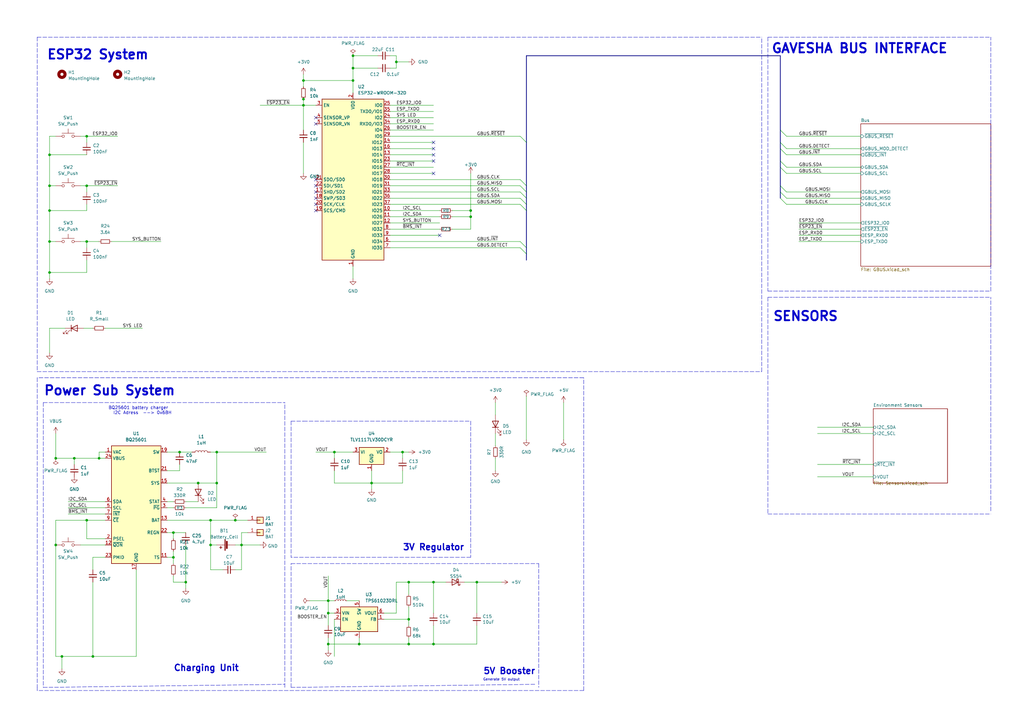
<source format=kicad_sch>
(kicad_sch (version 20211123) (generator eeschema)

  (uuid 9be88656-37a4-491f-b1e4-1d580964b02d)

  (paper "A3")

  (lib_symbols
    (symbol "Battery_Management:BQ25601" (in_bom yes) (on_board yes)
      (property "Reference" "U" (id 0) (at -8.89 26.67 0)
        (effects (font (size 1.27 1.27)))
      )
      (property "Value" "BQ25601" (id 1) (at 6.35 26.67 0)
        (effects (font (size 1.27 1.27)))
      )
      (property "Footprint" "Package_DFN_QFN:Texas_S-PWQFN-N24_EP2.7x2.7mm_ThermalVias" (id 2) (at 0 29.21 0)
        (effects (font (size 1.27 1.27)) hide)
      )
      (property "Datasheet" "http://www.ti.com/lit/ds/symlink/bq25601.pdf" (id 3) (at 0 35.56 0)
        (effects (font (size 1.27 1.27)) hide)
      )
      (property "ki_keywords" "LiPO charger" (id 4) (at 0 0 0)
        (effects (font (size 1.27 1.27)) hide)
      )
      (property "ki_description" "I2C Controlled 3A Single-Cell Battery Charger for High Input Voltage and Narrow Voltage DC Power Path Management, WQFN-32" (id 5) (at 0 0 0)
        (effects (font (size 1.27 1.27)) hide)
      )
      (property "ki_fp_filters" "Texas*S?PWQFN?N*EP*" (id 6) (at 0 0 0)
        (effects (font (size 1.27 1.27)) hide)
      )
      (symbol "BQ25601_0_1"
        (rectangle (start -10.16 -22.86) (end 10.16 25.4)
          (stroke (width 0.254) (type default) (color 0 0 0 0))
          (fill (type background))
        )
      )
      (symbol "BQ25601_1_1"
        (pin input line (at -12.7 22.86 0) (length 2.54)
          (name "VAC" (effects (font (size 1.27 1.27))))
          (number "1" (effects (font (size 1.27 1.27))))
        )
        (pin no_connect line (at -10.16 12.7 0) (length 2.54) hide
          (name "NC" (effects (font (size 1.27 1.27))))
          (number "10" (effects (font (size 1.27 1.27))))
        )
        (pin passive line (at 12.7 -20.32 180) (length 2.54)
          (name "TS" (effects (font (size 1.27 1.27))))
          (number "11" (effects (font (size 1.27 1.27))))
        )
        (pin input line (at -12.7 -15.24 0) (length 2.54)
          (name "~{QON}" (effects (font (size 1.27 1.27))))
          (number "12" (effects (font (size 1.27 1.27))))
        )
        (pin power_in line (at 12.7 -5.08 180) (length 2.54)
          (name "BAT" (effects (font (size 1.27 1.27))))
          (number "13" (effects (font (size 1.27 1.27))))
        )
        (pin passive line (at 12.7 -5.08 180) (length 2.54) hide
          (name "BAT" (effects (font (size 1.27 1.27))))
          (number "14" (effects (font (size 1.27 1.27))))
        )
        (pin passive line (at 12.7 10.16 180) (length 2.54)
          (name "SYS" (effects (font (size 1.27 1.27))))
          (number "15" (effects (font (size 1.27 1.27))))
        )
        (pin passive line (at 12.7 10.16 180) (length 2.54) hide
          (name "SYS" (effects (font (size 1.27 1.27))))
          (number "16" (effects (font (size 1.27 1.27))))
        )
        (pin power_in line (at 0 -25.4 90) (length 2.54)
          (name "GND" (effects (font (size 1.27 1.27))))
          (number "17" (effects (font (size 1.27 1.27))))
        )
        (pin passive line (at 0 -25.4 90) (length 2.54) hide
          (name "GND" (effects (font (size 1.27 1.27))))
          (number "18" (effects (font (size 1.27 1.27))))
        )
        (pin passive line (at 12.7 22.86 180) (length 2.54)
          (name "SW" (effects (font (size 1.27 1.27))))
          (number "19" (effects (font (size 1.27 1.27))))
        )
        (pin input line (at -12.7 -12.7 0) (length 2.54)
          (name "PSEL" (effects (font (size 1.27 1.27))))
          (number "2" (effects (font (size 1.27 1.27))))
        )
        (pin passive line (at 12.7 22.86 180) (length 2.54) hide
          (name "SW" (effects (font (size 1.27 1.27))))
          (number "20" (effects (font (size 1.27 1.27))))
        )
        (pin input line (at 12.7 15.24 180) (length 2.54)
          (name "BTST" (effects (font (size 1.27 1.27))))
          (number "21" (effects (font (size 1.27 1.27))))
        )
        (pin passive line (at 12.7 -10.16 180) (length 2.54)
          (name "REGN" (effects (font (size 1.27 1.27))))
          (number "22" (effects (font (size 1.27 1.27))))
        )
        (pin passive line (at -12.7 -20.32 0) (length 2.54)
          (name "PMID" (effects (font (size 1.27 1.27))))
          (number "23" (effects (font (size 1.27 1.27))))
        )
        (pin power_in line (at -12.7 20.32 0) (length 2.54)
          (name "VBUS" (effects (font (size 1.27 1.27))))
          (number "24" (effects (font (size 1.27 1.27))))
        )
        (pin passive line (at 0 -25.4 90) (length 2.54) hide
          (name "GND" (effects (font (size 1.27 1.27))))
          (number "25" (effects (font (size 1.27 1.27))))
        )
        (pin open_collector line (at 12.7 0 180) (length 2.54)
          (name "~{PG}" (effects (font (size 1.27 1.27))))
          (number "3" (effects (font (size 1.27 1.27))))
        )
        (pin open_collector line (at 12.7 2.54 180) (length 2.54)
          (name "STAT" (effects (font (size 1.27 1.27))))
          (number "4" (effects (font (size 1.27 1.27))))
        )
        (pin input line (at -12.7 0 0) (length 2.54)
          (name "SCL" (effects (font (size 1.27 1.27))))
          (number "5" (effects (font (size 1.27 1.27))))
        )
        (pin bidirectional line (at -12.7 2.54 0) (length 2.54)
          (name "SDA" (effects (font (size 1.27 1.27))))
          (number "6" (effects (font (size 1.27 1.27))))
        )
        (pin open_collector line (at -12.7 -2.54 0) (length 2.54)
          (name "~{INT}" (effects (font (size 1.27 1.27))))
          (number "7" (effects (font (size 1.27 1.27))))
        )
        (pin no_connect line (at -10.16 15.24 0) (length 2.54) hide
          (name "NC" (effects (font (size 1.27 1.27))))
          (number "8" (effects (font (size 1.27 1.27))))
        )
        (pin input line (at -12.7 -5.08 0) (length 2.54)
          (name "~{CE}" (effects (font (size 1.27 1.27))))
          (number "9" (effects (font (size 1.27 1.27))))
        )
      )
    )
    (symbol "Connector_Generic:Conn_01x01" (pin_names (offset 1.016) hide) (in_bom yes) (on_board yes)
      (property "Reference" "J" (id 0) (at 0 2.54 0)
        (effects (font (size 1.27 1.27)))
      )
      (property "Value" "Conn_01x01" (id 1) (at 0 -2.54 0)
        (effects (font (size 1.27 1.27)))
      )
      (property "Footprint" "" (id 2) (at 0 0 0)
        (effects (font (size 1.27 1.27)) hide)
      )
      (property "Datasheet" "~" (id 3) (at 0 0 0)
        (effects (font (size 1.27 1.27)) hide)
      )
      (property "ki_keywords" "connector" (id 4) (at 0 0 0)
        (effects (font (size 1.27 1.27)) hide)
      )
      (property "ki_description" "Generic connector, single row, 01x01, script generated (kicad-library-utils/schlib/autogen/connector/)" (id 5) (at 0 0 0)
        (effects (font (size 1.27 1.27)) hide)
      )
      (property "ki_fp_filters" "Connector*:*_1x??_*" (id 6) (at 0 0 0)
        (effects (font (size 1.27 1.27)) hide)
      )
      (symbol "Conn_01x01_1_1"
        (rectangle (start -1.27 0.127) (end 0 -0.127)
          (stroke (width 0.1524) (type default) (color 0 0 0 0))
          (fill (type none))
        )
        (rectangle (start -1.27 1.27) (end 1.27 -1.27)
          (stroke (width 0.254) (type default) (color 0 0 0 0))
          (fill (type background))
        )
        (pin passive line (at -5.08 0 0) (length 3.81)
          (name "Pin_1" (effects (font (size 1.27 1.27))))
          (number "1" (effects (font (size 1.27 1.27))))
        )
      )
    )
    (symbol "Device:Battery_Cell" (pin_numbers hide) (pin_names (offset 0) hide) (in_bom yes) (on_board yes)
      (property "Reference" "BT" (id 0) (at 2.54 2.54 0)
        (effects (font (size 1.27 1.27)) (justify left))
      )
      (property "Value" "Battery_Cell" (id 1) (at 2.54 0 0)
        (effects (font (size 1.27 1.27)) (justify left))
      )
      (property "Footprint" "" (id 2) (at 0 1.524 90)
        (effects (font (size 1.27 1.27)) hide)
      )
      (property "Datasheet" "~" (id 3) (at 0 1.524 90)
        (effects (font (size 1.27 1.27)) hide)
      )
      (property "ki_keywords" "battery cell" (id 4) (at 0 0 0)
        (effects (font (size 1.27 1.27)) hide)
      )
      (property "ki_description" "Single-cell battery" (id 5) (at 0 0 0)
        (effects (font (size 1.27 1.27)) hide)
      )
      (symbol "Battery_Cell_0_1"
        (rectangle (start -2.286 1.778) (end 2.286 1.524)
          (stroke (width 0) (type default) (color 0 0 0 0))
          (fill (type outline))
        )
        (rectangle (start -1.5748 1.1938) (end 1.4732 0.6858)
          (stroke (width 0) (type default) (color 0 0 0 0))
          (fill (type outline))
        )
        (polyline
          (pts
            (xy 0 0.762)
            (xy 0 0)
          )
          (stroke (width 0) (type default) (color 0 0 0 0))
          (fill (type none))
        )
        (polyline
          (pts
            (xy 0 1.778)
            (xy 0 2.54)
          )
          (stroke (width 0) (type default) (color 0 0 0 0))
          (fill (type none))
        )
        (polyline
          (pts
            (xy 0.508 3.429)
            (xy 1.524 3.429)
          )
          (stroke (width 0.254) (type default) (color 0 0 0 0))
          (fill (type none))
        )
        (polyline
          (pts
            (xy 1.016 3.937)
            (xy 1.016 2.921)
          )
          (stroke (width 0.254) (type default) (color 0 0 0 0))
          (fill (type none))
        )
      )
      (symbol "Battery_Cell_1_1"
        (pin passive line (at 0 5.08 270) (length 2.54)
          (name "+" (effects (font (size 1.27 1.27))))
          (number "1" (effects (font (size 1.27 1.27))))
        )
        (pin passive line (at 0 -2.54 90) (length 2.54)
          (name "-" (effects (font (size 1.27 1.27))))
          (number "2" (effects (font (size 1.27 1.27))))
        )
      )
    )
    (symbol "Device:C_Small" (pin_numbers hide) (pin_names (offset 0.254) hide) (in_bom yes) (on_board yes)
      (property "Reference" "C" (id 0) (at 0.254 1.778 0)
        (effects (font (size 1.27 1.27)) (justify left))
      )
      (property "Value" "C_Small" (id 1) (at 0.254 -2.032 0)
        (effects (font (size 1.27 1.27)) (justify left))
      )
      (property "Footprint" "" (id 2) (at 0 0 0)
        (effects (font (size 1.27 1.27)) hide)
      )
      (property "Datasheet" "~" (id 3) (at 0 0 0)
        (effects (font (size 1.27 1.27)) hide)
      )
      (property "ki_keywords" "capacitor cap" (id 4) (at 0 0 0)
        (effects (font (size 1.27 1.27)) hide)
      )
      (property "ki_description" "Unpolarized capacitor, small symbol" (id 5) (at 0 0 0)
        (effects (font (size 1.27 1.27)) hide)
      )
      (property "ki_fp_filters" "C_*" (id 6) (at 0 0 0)
        (effects (font (size 1.27 1.27)) hide)
      )
      (symbol "C_Small_0_1"
        (polyline
          (pts
            (xy -1.524 -0.508)
            (xy 1.524 -0.508)
          )
          (stroke (width 0.3302) (type default) (color 0 0 0 0))
          (fill (type none))
        )
        (polyline
          (pts
            (xy -1.524 0.508)
            (xy 1.524 0.508)
          )
          (stroke (width 0.3048) (type default) (color 0 0 0 0))
          (fill (type none))
        )
      )
      (symbol "C_Small_1_1"
        (pin passive line (at 0 2.54 270) (length 2.032)
          (name "~" (effects (font (size 1.27 1.27))))
          (number "1" (effects (font (size 1.27 1.27))))
        )
        (pin passive line (at 0 -2.54 90) (length 2.032)
          (name "~" (effects (font (size 1.27 1.27))))
          (number "2" (effects (font (size 1.27 1.27))))
        )
      )
    )
    (symbol "Device:L" (pin_numbers hide) (pin_names (offset 1.016) hide) (in_bom yes) (on_board yes)
      (property "Reference" "L" (id 0) (at -1.27 0 90)
        (effects (font (size 1.27 1.27)))
      )
      (property "Value" "L" (id 1) (at 1.905 0 90)
        (effects (font (size 1.27 1.27)))
      )
      (property "Footprint" "" (id 2) (at 0 0 0)
        (effects (font (size 1.27 1.27)) hide)
      )
      (property "Datasheet" "~" (id 3) (at 0 0 0)
        (effects (font (size 1.27 1.27)) hide)
      )
      (property "ki_keywords" "inductor choke coil reactor magnetic" (id 4) (at 0 0 0)
        (effects (font (size 1.27 1.27)) hide)
      )
      (property "ki_description" "Inductor" (id 5) (at 0 0 0)
        (effects (font (size 1.27 1.27)) hide)
      )
      (property "ki_fp_filters" "Choke_* *Coil* Inductor_* L_*" (id 6) (at 0 0 0)
        (effects (font (size 1.27 1.27)) hide)
      )
      (symbol "L_0_1"
        (arc (start 0 -2.54) (mid 0.635 -1.905) (end 0 -1.27)
          (stroke (width 0) (type default) (color 0 0 0 0))
          (fill (type none))
        )
        (arc (start 0 -1.27) (mid 0.635 -0.635) (end 0 0)
          (stroke (width 0) (type default) (color 0 0 0 0))
          (fill (type none))
        )
        (arc (start 0 0) (mid 0.635 0.635) (end 0 1.27)
          (stroke (width 0) (type default) (color 0 0 0 0))
          (fill (type none))
        )
        (arc (start 0 1.27) (mid 0.635 1.905) (end 0 2.54)
          (stroke (width 0) (type default) (color 0 0 0 0))
          (fill (type none))
        )
      )
      (symbol "L_1_1"
        (pin passive line (at 0 3.81 270) (length 1.27)
          (name "1" (effects (font (size 1.27 1.27))))
          (number "1" (effects (font (size 1.27 1.27))))
        )
        (pin passive line (at 0 -3.81 90) (length 1.27)
          (name "2" (effects (font (size 1.27 1.27))))
          (number "2" (effects (font (size 1.27 1.27))))
        )
      )
    )
    (symbol "Device:LED" (pin_numbers hide) (pin_names (offset 1.016) hide) (in_bom yes) (on_board yes)
      (property "Reference" "D" (id 0) (at 0 2.54 0)
        (effects (font (size 1.27 1.27)))
      )
      (property "Value" "LED" (id 1) (at 0 -2.54 0)
        (effects (font (size 1.27 1.27)))
      )
      (property "Footprint" "" (id 2) (at 0 0 0)
        (effects (font (size 1.27 1.27)) hide)
      )
      (property "Datasheet" "~" (id 3) (at 0 0 0)
        (effects (font (size 1.27 1.27)) hide)
      )
      (property "ki_keywords" "LED diode" (id 4) (at 0 0 0)
        (effects (font (size 1.27 1.27)) hide)
      )
      (property "ki_description" "Light emitting diode" (id 5) (at 0 0 0)
        (effects (font (size 1.27 1.27)) hide)
      )
      (property "ki_fp_filters" "LED* LED_SMD:* LED_THT:*" (id 6) (at 0 0 0)
        (effects (font (size 1.27 1.27)) hide)
      )
      (symbol "LED_0_1"
        (polyline
          (pts
            (xy -1.27 -1.27)
            (xy -1.27 1.27)
          )
          (stroke (width 0.254) (type default) (color 0 0 0 0))
          (fill (type none))
        )
        (polyline
          (pts
            (xy -1.27 0)
            (xy 1.27 0)
          )
          (stroke (width 0) (type default) (color 0 0 0 0))
          (fill (type none))
        )
        (polyline
          (pts
            (xy 1.27 -1.27)
            (xy 1.27 1.27)
            (xy -1.27 0)
            (xy 1.27 -1.27)
          )
          (stroke (width 0.254) (type default) (color 0 0 0 0))
          (fill (type none))
        )
        (polyline
          (pts
            (xy -3.048 -0.762)
            (xy -4.572 -2.286)
            (xy -3.81 -2.286)
            (xy -4.572 -2.286)
            (xy -4.572 -1.524)
          )
          (stroke (width 0) (type default) (color 0 0 0 0))
          (fill (type none))
        )
        (polyline
          (pts
            (xy -1.778 -0.762)
            (xy -3.302 -2.286)
            (xy -2.54 -2.286)
            (xy -3.302 -2.286)
            (xy -3.302 -1.524)
          )
          (stroke (width 0) (type default) (color 0 0 0 0))
          (fill (type none))
        )
      )
      (symbol "LED_1_1"
        (pin passive line (at -3.81 0 0) (length 2.54)
          (name "K" (effects (font (size 1.27 1.27))))
          (number "1" (effects (font (size 1.27 1.27))))
        )
        (pin passive line (at 3.81 0 180) (length 2.54)
          (name "A" (effects (font (size 1.27 1.27))))
          (number "2" (effects (font (size 1.27 1.27))))
        )
      )
    )
    (symbol "Device:L_Small" (pin_numbers hide) (pin_names (offset 0.254) hide) (in_bom yes) (on_board yes)
      (property "Reference" "L" (id 0) (at 0.762 1.016 0)
        (effects (font (size 1.27 1.27)) (justify left))
      )
      (property "Value" "L_Small" (id 1) (at 0.762 -1.016 0)
        (effects (font (size 1.27 1.27)) (justify left))
      )
      (property "Footprint" "" (id 2) (at 0 0 0)
        (effects (font (size 1.27 1.27)) hide)
      )
      (property "Datasheet" "~" (id 3) (at 0 0 0)
        (effects (font (size 1.27 1.27)) hide)
      )
      (property "ki_keywords" "inductor choke coil reactor magnetic" (id 4) (at 0 0 0)
        (effects (font (size 1.27 1.27)) hide)
      )
      (property "ki_description" "Inductor, small symbol" (id 5) (at 0 0 0)
        (effects (font (size 1.27 1.27)) hide)
      )
      (property "ki_fp_filters" "Choke_* *Coil* Inductor_* L_*" (id 6) (at 0 0 0)
        (effects (font (size 1.27 1.27)) hide)
      )
      (symbol "L_Small_0_1"
        (arc (start 0 -2.032) (mid 0.508 -1.524) (end 0 -1.016)
          (stroke (width 0) (type default) (color 0 0 0 0))
          (fill (type none))
        )
        (arc (start 0 -1.016) (mid 0.508 -0.508) (end 0 0)
          (stroke (width 0) (type default) (color 0 0 0 0))
          (fill (type none))
        )
        (arc (start 0 0) (mid 0.508 0.508) (end 0 1.016)
          (stroke (width 0) (type default) (color 0 0 0 0))
          (fill (type none))
        )
        (arc (start 0 1.016) (mid 0.508 1.524) (end 0 2.032)
          (stroke (width 0) (type default) (color 0 0 0 0))
          (fill (type none))
        )
      )
      (symbol "L_Small_1_1"
        (pin passive line (at 0 2.54 270) (length 0.508)
          (name "~" (effects (font (size 1.27 1.27))))
          (number "1" (effects (font (size 1.27 1.27))))
        )
        (pin passive line (at 0 -2.54 90) (length 0.508)
          (name "~" (effects (font (size 1.27 1.27))))
          (number "2" (effects (font (size 1.27 1.27))))
        )
      )
    )
    (symbol "Device:R_Small" (pin_numbers hide) (pin_names (offset 0.254) hide) (in_bom yes) (on_board yes)
      (property "Reference" "R" (id 0) (at 0.762 0.508 0)
        (effects (font (size 1.27 1.27)) (justify left))
      )
      (property "Value" "R_Small" (id 1) (at 0.762 -1.016 0)
        (effects (font (size 1.27 1.27)) (justify left))
      )
      (property "Footprint" "" (id 2) (at 0 0 0)
        (effects (font (size 1.27 1.27)) hide)
      )
      (property "Datasheet" "~" (id 3) (at 0 0 0)
        (effects (font (size 1.27 1.27)) hide)
      )
      (property "ki_keywords" "R resistor" (id 4) (at 0 0 0)
        (effects (font (size 1.27 1.27)) hide)
      )
      (property "ki_description" "Resistor, small symbol" (id 5) (at 0 0 0)
        (effects (font (size 1.27 1.27)) hide)
      )
      (property "ki_fp_filters" "R_*" (id 6) (at 0 0 0)
        (effects (font (size 1.27 1.27)) hide)
      )
      (symbol "R_Small_0_1"
        (rectangle (start -0.762 1.778) (end 0.762 -1.778)
          (stroke (width 0.2032) (type default) (color 0 0 0 0))
          (fill (type none))
        )
      )
      (symbol "R_Small_1_1"
        (pin passive line (at 0 2.54 270) (length 0.762)
          (name "~" (effects (font (size 1.27 1.27))))
          (number "1" (effects (font (size 1.27 1.27))))
        )
        (pin passive line (at 0 -2.54 90) (length 0.762)
          (name "~" (effects (font (size 1.27 1.27))))
          (number "2" (effects (font (size 1.27 1.27))))
        )
      )
    )
    (symbol "Diode:B160-E3" (pin_numbers hide) (pin_names hide) (in_bom yes) (on_board yes)
      (property "Reference" "D" (id 0) (at 0 2.54 0)
        (effects (font (size 1.27 1.27)))
      )
      (property "Value" "B160-E3" (id 1) (at 0 -2.54 0)
        (effects (font (size 1.27 1.27)))
      )
      (property "Footprint" "Diode_SMD:D_SMA" (id 2) (at 0 -4.445 0)
        (effects (font (size 1.27 1.27)) hide)
      )
      (property "Datasheet" "http://www.vishay.com/docs/88946/b120.pdf" (id 3) (at 0 0 0)
        (effects (font (size 1.27 1.27)) hide)
      )
      (property "ki_keywords" "diode Schottky" (id 4) (at 0 0 0)
        (effects (font (size 1.27 1.27)) hide)
      )
      (property "ki_description" "60V 1A Schottky Barrier Rectifier Diode, SMA(DO-214AC)" (id 5) (at 0 0 0)
        (effects (font (size 1.27 1.27)) hide)
      )
      (property "ki_fp_filters" "D*SMA*" (id 6) (at 0 0 0)
        (effects (font (size 1.27 1.27)) hide)
      )
      (symbol "B160-E3_0_1"
        (polyline
          (pts
            (xy 1.27 0)
            (xy -1.27 0)
          )
          (stroke (width 0) (type default) (color 0 0 0 0))
          (fill (type none))
        )
        (polyline
          (pts
            (xy 1.27 1.27)
            (xy 1.27 -1.27)
            (xy -1.27 0)
            (xy 1.27 1.27)
          )
          (stroke (width 0.254) (type default) (color 0 0 0 0))
          (fill (type none))
        )
        (polyline
          (pts
            (xy -1.905 0.635)
            (xy -1.905 1.27)
            (xy -1.27 1.27)
            (xy -1.27 -1.27)
            (xy -0.635 -1.27)
            (xy -0.635 -0.635)
          )
          (stroke (width 0.254) (type default) (color 0 0 0 0))
          (fill (type none))
        )
      )
      (symbol "B160-E3_1_1"
        (pin passive line (at -3.81 0 0) (length 2.54)
          (name "K" (effects (font (size 1.27 1.27))))
          (number "1" (effects (font (size 1.27 1.27))))
        )
        (pin passive line (at 3.81 0 180) (length 2.54)
          (name "A" (effects (font (size 1.27 1.27))))
          (number "2" (effects (font (size 1.27 1.27))))
        )
      )
    )
    (symbol "LDO:TLV1117LV30DCYR" (in_bom yes) (on_board yes)
      (property "Reference" "U" (id 0) (at 0 5.08 0)
        (effects (font (size 1.27 1.27)))
      )
      (property "Value" "TLV1117LV30DCYR" (id 1) (at 0 7.62 0)
        (effects (font (size 1.27 1.27)))
      )
      (property "Footprint" "Package_TO_SOT_SMD:SOT-223" (id 2) (at 0 12.7 0)
        (effects (font (size 1.27 1.27)) hide)
      )
      (property "Datasheet" "" (id 3) (at 0 0 0)
        (effects (font (size 1.27 1.27)) hide)
      )
      (symbol "TLV1117LV30DCYR_0_1"
        (rectangle (start -5.08 -5.08) (end 5.08 1.905)
          (stroke (width 0.254) (type default) (color 0 0 0 0))
          (fill (type background))
        )
      )
      (symbol "TLV1117LV30DCYR_1_1"
        (pin power_in line (at 0 -7.62 90) (length 2.54)
          (name "GND" (effects (font (size 1.27 1.27))))
          (number "1" (effects (font (size 1.27 1.27))))
        )
        (pin power_out line (at 7.62 0 180) (length 2.54)
          (name "VO" (effects (font (size 1.27 1.27))))
          (number "2" (effects (font (size 1.27 1.27))))
        )
        (pin power_in line (at -7.62 0 0) (length 2.54)
          (name "VI" (effects (font (size 1.27 1.27))))
          (number "3" (effects (font (size 1.27 1.27))))
        )
      )
    )
    (symbol "Mechanical:MountingHole" (pin_names (offset 1.016)) (in_bom yes) (on_board yes)
      (property "Reference" "H" (id 0) (at 0 5.08 0)
        (effects (font (size 1.27 1.27)))
      )
      (property "Value" "MountingHole" (id 1) (at 0 3.175 0)
        (effects (font (size 1.27 1.27)))
      )
      (property "Footprint" "" (id 2) (at 0 0 0)
        (effects (font (size 1.27 1.27)) hide)
      )
      (property "Datasheet" "~" (id 3) (at 0 0 0)
        (effects (font (size 1.27 1.27)) hide)
      )
      (property "ki_keywords" "mounting hole" (id 4) (at 0 0 0)
        (effects (font (size 1.27 1.27)) hide)
      )
      (property "ki_description" "Mounting Hole without connection" (id 5) (at 0 0 0)
        (effects (font (size 1.27 1.27)) hide)
      )
      (property "ki_fp_filters" "MountingHole*" (id 6) (at 0 0 0)
        (effects (font (size 1.27 1.27)) hide)
      )
      (symbol "MountingHole_0_1"
        (circle (center 0 0) (radius 1.27)
          (stroke (width 1.27) (type default) (color 0 0 0 0))
          (fill (type none))
        )
      )
    )
    (symbol "RF_Module:ESP32-WROOM-32D" (in_bom yes) (on_board yes)
      (property "Reference" "U" (id 0) (at -12.7 34.29 0)
        (effects (font (size 1.27 1.27)) (justify left))
      )
      (property "Value" "ESP32-WROOM-32D" (id 1) (at 1.27 34.29 0)
        (effects (font (size 1.27 1.27)) (justify left))
      )
      (property "Footprint" "RF_Module:ESP32-WROOM-32" (id 2) (at 0 -38.1 0)
        (effects (font (size 1.27 1.27)) hide)
      )
      (property "Datasheet" "https://www.espressif.com/sites/default/files/documentation/esp32-wroom-32d_esp32-wroom-32u_datasheet_en.pdf" (id 3) (at -7.62 1.27 0)
        (effects (font (size 1.27 1.27)) hide)
      )
      (property "ki_keywords" "RF Radio BT ESP ESP32 Espressif onboard PCB antenna" (id 4) (at 0 0 0)
        (effects (font (size 1.27 1.27)) hide)
      )
      (property "ki_description" "RF Module, ESP32-D0WD SoC, Wi-Fi 802.11b/g/n, Bluetooth, BLE, 32-bit, 2.7-3.6V, onboard antenna, SMD" (id 5) (at 0 0 0)
        (effects (font (size 1.27 1.27)) hide)
      )
      (property "ki_fp_filters" "ESP32?WROOM?32*" (id 6) (at 0 0 0)
        (effects (font (size 1.27 1.27)) hide)
      )
      (symbol "ESP32-WROOM-32D_0_1"
        (rectangle (start -12.7 33.02) (end 12.7 -33.02)
          (stroke (width 0.254) (type default) (color 0 0 0 0))
          (fill (type background))
        )
      )
      (symbol "ESP32-WROOM-32D_1_1"
        (pin power_in line (at 0 -35.56 90) (length 2.54)
          (name "GND" (effects (font (size 1.27 1.27))))
          (number "1" (effects (font (size 1.27 1.27))))
        )
        (pin bidirectional line (at 15.24 -12.7 180) (length 2.54)
          (name "IO25" (effects (font (size 1.27 1.27))))
          (number "10" (effects (font (size 1.27 1.27))))
        )
        (pin bidirectional line (at 15.24 -15.24 180) (length 2.54)
          (name "IO26" (effects (font (size 1.27 1.27))))
          (number "11" (effects (font (size 1.27 1.27))))
        )
        (pin bidirectional line (at 15.24 -17.78 180) (length 2.54)
          (name "IO27" (effects (font (size 1.27 1.27))))
          (number "12" (effects (font (size 1.27 1.27))))
        )
        (pin bidirectional line (at 15.24 10.16 180) (length 2.54)
          (name "IO14" (effects (font (size 1.27 1.27))))
          (number "13" (effects (font (size 1.27 1.27))))
        )
        (pin bidirectional line (at 15.24 15.24 180) (length 2.54)
          (name "IO12" (effects (font (size 1.27 1.27))))
          (number "14" (effects (font (size 1.27 1.27))))
        )
        (pin passive line (at 0 -35.56 90) (length 2.54) hide
          (name "GND" (effects (font (size 1.27 1.27))))
          (number "15" (effects (font (size 1.27 1.27))))
        )
        (pin bidirectional line (at 15.24 12.7 180) (length 2.54)
          (name "IO13" (effects (font (size 1.27 1.27))))
          (number "16" (effects (font (size 1.27 1.27))))
        )
        (pin bidirectional line (at -15.24 -5.08 0) (length 2.54)
          (name "SHD/SD2" (effects (font (size 1.27 1.27))))
          (number "17" (effects (font (size 1.27 1.27))))
        )
        (pin bidirectional line (at -15.24 -7.62 0) (length 2.54)
          (name "SWP/SD3" (effects (font (size 1.27 1.27))))
          (number "18" (effects (font (size 1.27 1.27))))
        )
        (pin bidirectional line (at -15.24 -12.7 0) (length 2.54)
          (name "SCS/CMD" (effects (font (size 1.27 1.27))))
          (number "19" (effects (font (size 1.27 1.27))))
        )
        (pin power_in line (at 0 35.56 270) (length 2.54)
          (name "VDD" (effects (font (size 1.27 1.27))))
          (number "2" (effects (font (size 1.27 1.27))))
        )
        (pin bidirectional line (at -15.24 -10.16 0) (length 2.54)
          (name "SCK/CLK" (effects (font (size 1.27 1.27))))
          (number "20" (effects (font (size 1.27 1.27))))
        )
        (pin bidirectional line (at -15.24 0 0) (length 2.54)
          (name "SDO/SD0" (effects (font (size 1.27 1.27))))
          (number "21" (effects (font (size 1.27 1.27))))
        )
        (pin bidirectional line (at -15.24 -2.54 0) (length 2.54)
          (name "SDI/SD1" (effects (font (size 1.27 1.27))))
          (number "22" (effects (font (size 1.27 1.27))))
        )
        (pin bidirectional line (at 15.24 7.62 180) (length 2.54)
          (name "IO15" (effects (font (size 1.27 1.27))))
          (number "23" (effects (font (size 1.27 1.27))))
        )
        (pin bidirectional line (at 15.24 25.4 180) (length 2.54)
          (name "IO2" (effects (font (size 1.27 1.27))))
          (number "24" (effects (font (size 1.27 1.27))))
        )
        (pin bidirectional line (at 15.24 30.48 180) (length 2.54)
          (name "IO0" (effects (font (size 1.27 1.27))))
          (number "25" (effects (font (size 1.27 1.27))))
        )
        (pin bidirectional line (at 15.24 20.32 180) (length 2.54)
          (name "IO4" (effects (font (size 1.27 1.27))))
          (number "26" (effects (font (size 1.27 1.27))))
        )
        (pin bidirectional line (at 15.24 5.08 180) (length 2.54)
          (name "IO16" (effects (font (size 1.27 1.27))))
          (number "27" (effects (font (size 1.27 1.27))))
        )
        (pin bidirectional line (at 15.24 2.54 180) (length 2.54)
          (name "IO17" (effects (font (size 1.27 1.27))))
          (number "28" (effects (font (size 1.27 1.27))))
        )
        (pin bidirectional line (at 15.24 17.78 180) (length 2.54)
          (name "IO5" (effects (font (size 1.27 1.27))))
          (number "29" (effects (font (size 1.27 1.27))))
        )
        (pin input line (at -15.24 30.48 0) (length 2.54)
          (name "EN" (effects (font (size 1.27 1.27))))
          (number "3" (effects (font (size 1.27 1.27))))
        )
        (pin bidirectional line (at 15.24 0 180) (length 2.54)
          (name "IO18" (effects (font (size 1.27 1.27))))
          (number "30" (effects (font (size 1.27 1.27))))
        )
        (pin bidirectional line (at 15.24 -2.54 180) (length 2.54)
          (name "IO19" (effects (font (size 1.27 1.27))))
          (number "31" (effects (font (size 1.27 1.27))))
        )
        (pin no_connect line (at -12.7 -27.94 0) (length 2.54) hide
          (name "NC" (effects (font (size 1.27 1.27))))
          (number "32" (effects (font (size 1.27 1.27))))
        )
        (pin bidirectional line (at 15.24 -5.08 180) (length 2.54)
          (name "IO21" (effects (font (size 1.27 1.27))))
          (number "33" (effects (font (size 1.27 1.27))))
        )
        (pin bidirectional line (at 15.24 22.86 180) (length 2.54)
          (name "RXD0/IO3" (effects (font (size 1.27 1.27))))
          (number "34" (effects (font (size 1.27 1.27))))
        )
        (pin bidirectional line (at 15.24 27.94 180) (length 2.54)
          (name "TXD0/IO1" (effects (font (size 1.27 1.27))))
          (number "35" (effects (font (size 1.27 1.27))))
        )
        (pin bidirectional line (at 15.24 -7.62 180) (length 2.54)
          (name "IO22" (effects (font (size 1.27 1.27))))
          (number "36" (effects (font (size 1.27 1.27))))
        )
        (pin bidirectional line (at 15.24 -10.16 180) (length 2.54)
          (name "IO23" (effects (font (size 1.27 1.27))))
          (number "37" (effects (font (size 1.27 1.27))))
        )
        (pin passive line (at 0 -35.56 90) (length 2.54) hide
          (name "GND" (effects (font (size 1.27 1.27))))
          (number "38" (effects (font (size 1.27 1.27))))
        )
        (pin passive line (at 0 -35.56 90) (length 2.54) hide
          (name "GND" (effects (font (size 1.27 1.27))))
          (number "39" (effects (font (size 1.27 1.27))))
        )
        (pin input line (at -15.24 25.4 0) (length 2.54)
          (name "SENSOR_VP" (effects (font (size 1.27 1.27))))
          (number "4" (effects (font (size 1.27 1.27))))
        )
        (pin input line (at -15.24 22.86 0) (length 2.54)
          (name "SENSOR_VN" (effects (font (size 1.27 1.27))))
          (number "5" (effects (font (size 1.27 1.27))))
        )
        (pin input line (at 15.24 -25.4 180) (length 2.54)
          (name "IO34" (effects (font (size 1.27 1.27))))
          (number "6" (effects (font (size 1.27 1.27))))
        )
        (pin input line (at 15.24 -27.94 180) (length 2.54)
          (name "IO35" (effects (font (size 1.27 1.27))))
          (number "7" (effects (font (size 1.27 1.27))))
        )
        (pin bidirectional line (at 15.24 -20.32 180) (length 2.54)
          (name "IO32" (effects (font (size 1.27 1.27))))
          (number "8" (effects (font (size 1.27 1.27))))
        )
        (pin bidirectional line (at 15.24 -22.86 180) (length 2.54)
          (name "IO33" (effects (font (size 1.27 1.27))))
          (number "9" (effects (font (size 1.27 1.27))))
        )
      )
    )
    (symbol "Switch:SW_Push" (pin_numbers hide) (pin_names (offset 1.016) hide) (in_bom yes) (on_board yes)
      (property "Reference" "SW" (id 0) (at 1.27 2.54 0)
        (effects (font (size 1.27 1.27)) (justify left))
      )
      (property "Value" "SW_Push" (id 1) (at 0 -1.524 0)
        (effects (font (size 1.27 1.27)))
      )
      (property "Footprint" "" (id 2) (at 0 5.08 0)
        (effects (font (size 1.27 1.27)) hide)
      )
      (property "Datasheet" "~" (id 3) (at 0 5.08 0)
        (effects (font (size 1.27 1.27)) hide)
      )
      (property "ki_keywords" "switch normally-open pushbutton push-button" (id 4) (at 0 0 0)
        (effects (font (size 1.27 1.27)) hide)
      )
      (property "ki_description" "Push button switch, generic, two pins" (id 5) (at 0 0 0)
        (effects (font (size 1.27 1.27)) hide)
      )
      (symbol "SW_Push_0_1"
        (circle (center -2.032 0) (radius 0.508)
          (stroke (width 0) (type default) (color 0 0 0 0))
          (fill (type none))
        )
        (polyline
          (pts
            (xy 0 1.27)
            (xy 0 3.048)
          )
          (stroke (width 0) (type default) (color 0 0 0 0))
          (fill (type none))
        )
        (polyline
          (pts
            (xy 2.54 1.27)
            (xy -2.54 1.27)
          )
          (stroke (width 0) (type default) (color 0 0 0 0))
          (fill (type none))
        )
        (circle (center 2.032 0) (radius 0.508)
          (stroke (width 0) (type default) (color 0 0 0 0))
          (fill (type none))
        )
        (pin passive line (at -5.08 0 0) (length 2.54)
          (name "1" (effects (font (size 1.27 1.27))))
          (number "1" (effects (font (size 1.27 1.27))))
        )
        (pin passive line (at 5.08 0 180) (length 2.54)
          (name "2" (effects (font (size 1.27 1.27))))
          (number "2" (effects (font (size 1.27 1.27))))
        )
      )
    )
    (symbol "TI_Power:TPS61023DRL" (in_bom yes) (on_board yes)
      (property "Reference" "U" (id 0) (at 5.08 -7.62 0)
        (effects (font (size 1.27 1.27)))
      )
      (property "Value" "TPS61023DRL" (id 1) (at 10.16 -10.16 0)
        (effects (font (size 1.27 1.27)))
      )
      (property "Footprint" "Texas_Instruments:DRL0006A" (id 2) (at 0 0 0)
        (effects (font (size 1.27 1.27)) hide)
      )
      (property "Datasheet" "" (id 3) (at 0 0 0)
        (effects (font (size 1.27 1.27)) hide)
      )
      (property "ki_description" "3.7-A Boost Converter with 0.5-V Ultra-low Input Voltage" (id 4) (at 0 0 0)
        (effects (font (size 1.27 1.27)) hide)
      )
      (symbol "TPS61023DRL_0_1"
        (rectangle (start -7.62 5.08) (end 7.62 -5.08)
          (stroke (width 0.254) (type default) (color 0 0 0 0))
          (fill (type background))
        )
      )
      (symbol "TPS61023DRL_1_1"
        (pin input line (at 10.16 0 180) (length 2.54)
          (name "FB" (effects (font (size 1.27 1.27))))
          (number "1" (effects (font (size 1.27 1.27))))
        )
        (pin input line (at -10.16 0 0) (length 2.54)
          (name "EN" (effects (font (size 1.27 1.27))))
          (number "2" (effects (font (size 1.27 1.27))))
        )
        (pin power_in line (at -10.16 2.54 0) (length 2.54)
          (name "VIN" (effects (font (size 1.27 1.27))))
          (number "3" (effects (font (size 1.27 1.27))))
        )
        (pin power_in line (at 0 -7.62 90) (length 2.54)
          (name "GND" (effects (font (size 1.27 1.27))))
          (number "4" (effects (font (size 1.27 1.27))))
        )
        (pin passive line (at 0 7.62 270) (length 2.54)
          (name "SW" (effects (font (size 1.27 1.27))))
          (number "5" (effects (font (size 1.27 1.27))))
        )
        (pin power_out line (at 10.16 2.54 180) (length 2.54)
          (name "VOUT" (effects (font (size 1.27 1.27))))
          (number "6" (effects (font (size 1.27 1.27))))
        )
      )
    )
    (symbol "power:+3V0" (power) (pin_names (offset 0)) (in_bom yes) (on_board yes)
      (property "Reference" "#PWR" (id 0) (at 0 -3.81 0)
        (effects (font (size 1.27 1.27)) hide)
      )
      (property "Value" "+3V0" (id 1) (at 0 3.556 0)
        (effects (font (size 1.27 1.27)))
      )
      (property "Footprint" "" (id 2) (at 0 0 0)
        (effects (font (size 1.27 1.27)) hide)
      )
      (property "Datasheet" "" (id 3) (at 0 0 0)
        (effects (font (size 1.27 1.27)) hide)
      )
      (property "ki_keywords" "power-flag" (id 4) (at 0 0 0)
        (effects (font (size 1.27 1.27)) hide)
      )
      (property "ki_description" "Power symbol creates a global label with name \"+3V0\"" (id 5) (at 0 0 0)
        (effects (font (size 1.27 1.27)) hide)
      )
      (symbol "+3V0_0_1"
        (polyline
          (pts
            (xy -0.762 1.27)
            (xy 0 2.54)
          )
          (stroke (width 0) (type default) (color 0 0 0 0))
          (fill (type none))
        )
        (polyline
          (pts
            (xy 0 0)
            (xy 0 2.54)
          )
          (stroke (width 0) (type default) (color 0 0 0 0))
          (fill (type none))
        )
        (polyline
          (pts
            (xy 0 2.54)
            (xy 0.762 1.27)
          )
          (stroke (width 0) (type default) (color 0 0 0 0))
          (fill (type none))
        )
      )
      (symbol "+3V0_1_1"
        (pin power_in line (at 0 0 90) (length 0) hide
          (name "+3V0" (effects (font (size 1.27 1.27))))
          (number "1" (effects (font (size 1.27 1.27))))
        )
      )
    )
    (symbol "power:+5V" (power) (pin_names (offset 0)) (in_bom yes) (on_board yes)
      (property "Reference" "#PWR" (id 0) (at 0 -3.81 0)
        (effects (font (size 1.27 1.27)) hide)
      )
      (property "Value" "+5V" (id 1) (at 0 3.556 0)
        (effects (font (size 1.27 1.27)))
      )
      (property "Footprint" "" (id 2) (at 0 0 0)
        (effects (font (size 1.27 1.27)) hide)
      )
      (property "Datasheet" "" (id 3) (at 0 0 0)
        (effects (font (size 1.27 1.27)) hide)
      )
      (property "ki_keywords" "power-flag" (id 4) (at 0 0 0)
        (effects (font (size 1.27 1.27)) hide)
      )
      (property "ki_description" "Power symbol creates a global label with name \"+5V\"" (id 5) (at 0 0 0)
        (effects (font (size 1.27 1.27)) hide)
      )
      (symbol "+5V_0_1"
        (polyline
          (pts
            (xy -0.762 1.27)
            (xy 0 2.54)
          )
          (stroke (width 0) (type default) (color 0 0 0 0))
          (fill (type none))
        )
        (polyline
          (pts
            (xy 0 0)
            (xy 0 2.54)
          )
          (stroke (width 0) (type default) (color 0 0 0 0))
          (fill (type none))
        )
        (polyline
          (pts
            (xy 0 2.54)
            (xy 0.762 1.27)
          )
          (stroke (width 0) (type default) (color 0 0 0 0))
          (fill (type none))
        )
      )
      (symbol "+5V_1_1"
        (pin power_in line (at 0 0 90) (length 0) hide
          (name "+5V" (effects (font (size 1.27 1.27))))
          (number "1" (effects (font (size 1.27 1.27))))
        )
      )
    )
    (symbol "power:GND" (power) (pin_names (offset 0)) (in_bom yes) (on_board yes)
      (property "Reference" "#PWR" (id 0) (at 0 -6.35 0)
        (effects (font (size 1.27 1.27)) hide)
      )
      (property "Value" "GND" (id 1) (at 0 -3.81 0)
        (effects (font (size 1.27 1.27)))
      )
      (property "Footprint" "" (id 2) (at 0 0 0)
        (effects (font (size 1.27 1.27)) hide)
      )
      (property "Datasheet" "" (id 3) (at 0 0 0)
        (effects (font (size 1.27 1.27)) hide)
      )
      (property "ki_keywords" "power-flag" (id 4) (at 0 0 0)
        (effects (font (size 1.27 1.27)) hide)
      )
      (property "ki_description" "Power symbol creates a global label with name \"GND\" , ground" (id 5) (at 0 0 0)
        (effects (font (size 1.27 1.27)) hide)
      )
      (symbol "GND_0_1"
        (polyline
          (pts
            (xy 0 0)
            (xy 0 -1.27)
            (xy 1.27 -1.27)
            (xy 0 -2.54)
            (xy -1.27 -1.27)
            (xy 0 -1.27)
          )
          (stroke (width 0) (type default) (color 0 0 0 0))
          (fill (type none))
        )
      )
      (symbol "GND_1_1"
        (pin power_in line (at 0 0 270) (length 0) hide
          (name "GND" (effects (font (size 1.27 1.27))))
          (number "1" (effects (font (size 1.27 1.27))))
        )
      )
    )
    (symbol "power:PWR_FLAG" (power) (pin_numbers hide) (pin_names (offset 0) hide) (in_bom yes) (on_board yes)
      (property "Reference" "#FLG" (id 0) (at 0 1.905 0)
        (effects (font (size 1.27 1.27)) hide)
      )
      (property "Value" "PWR_FLAG" (id 1) (at 0 3.81 0)
        (effects (font (size 1.27 1.27)))
      )
      (property "Footprint" "" (id 2) (at 0 0 0)
        (effects (font (size 1.27 1.27)) hide)
      )
      (property "Datasheet" "~" (id 3) (at 0 0 0)
        (effects (font (size 1.27 1.27)) hide)
      )
      (property "ki_keywords" "power-flag" (id 4) (at 0 0 0)
        (effects (font (size 1.27 1.27)) hide)
      )
      (property "ki_description" "Special symbol for telling ERC where power comes from" (id 5) (at 0 0 0)
        (effects (font (size 1.27 1.27)) hide)
      )
      (symbol "PWR_FLAG_0_0"
        (pin power_out line (at 0 0 90) (length 0)
          (name "pwr" (effects (font (size 1.27 1.27))))
          (number "1" (effects (font (size 1.27 1.27))))
        )
      )
      (symbol "PWR_FLAG_0_1"
        (polyline
          (pts
            (xy 0 0)
            (xy 0 1.27)
            (xy -1.016 1.905)
            (xy 0 2.54)
            (xy 1.016 1.905)
            (xy 0 1.27)
          )
          (stroke (width 0) (type default) (color 0 0 0 0))
          (fill (type none))
        )
      )
    )
    (symbol "power:VBUS" (power) (pin_names (offset 0)) (in_bom yes) (on_board yes)
      (property "Reference" "#PWR" (id 0) (at 0 -3.81 0)
        (effects (font (size 1.27 1.27)) hide)
      )
      (property "Value" "VBUS" (id 1) (at 0 3.81 0)
        (effects (font (size 1.27 1.27)))
      )
      (property "Footprint" "" (id 2) (at 0 0 0)
        (effects (font (size 1.27 1.27)) hide)
      )
      (property "Datasheet" "" (id 3) (at 0 0 0)
        (effects (font (size 1.27 1.27)) hide)
      )
      (property "ki_keywords" "power-flag" (id 4) (at 0 0 0)
        (effects (font (size 1.27 1.27)) hide)
      )
      (property "ki_description" "Power symbol creates a global label with name \"VBUS\"" (id 5) (at 0 0 0)
        (effects (font (size 1.27 1.27)) hide)
      )
      (symbol "VBUS_0_1"
        (polyline
          (pts
            (xy -0.762 1.27)
            (xy 0 2.54)
          )
          (stroke (width 0) (type default) (color 0 0 0 0))
          (fill (type none))
        )
        (polyline
          (pts
            (xy 0 0)
            (xy 0 2.54)
          )
          (stroke (width 0) (type default) (color 0 0 0 0))
          (fill (type none))
        )
        (polyline
          (pts
            (xy 0 2.54)
            (xy 0.762 1.27)
          )
          (stroke (width 0) (type default) (color 0 0 0 0))
          (fill (type none))
        )
      )
      (symbol "VBUS_1_1"
        (pin power_in line (at 0 0 90) (length 0) hide
          (name "VBUS" (effects (font (size 1.27 1.27))))
          (number "1" (effects (font (size 1.27 1.27))))
        )
      )
    )
  )

  (junction (at 88.9 185.42) (diameter 0) (color 0 0 0 0)
    (uuid 0081f8de-718f-4095-b87e-c14f4b57b3b0)
  )
  (junction (at 134.62 264.16) (diameter 0) (color 0 0 0 0)
    (uuid 0a3610ae-7ee2-44ff-ac39-39096dac8c76)
  )
  (junction (at 162.56 25.4) (diameter 0) (color 0 0 0 0)
    (uuid 135a265f-86bd-4a96-adf7-576348d12201)
  )
  (junction (at 167.64 264.16) (diameter 0) (color 0 0 0 0)
    (uuid 1422d8a7-d6ec-4fc1-8160-af2c62193fe7)
  )
  (junction (at 73.66 185.42) (diameter 0) (color 0 0 0 0)
    (uuid 1e1e012d-ff62-4ba4-b574-6ac86b401c4c)
  )
  (junction (at 193.04 88.9) (diameter 0) (color 0 0 0 0)
    (uuid 2095136d-4dd2-424f-a42d-5baa59f228fb)
  )
  (junction (at 35.56 55.88) (diameter 0) (color 0 0 0 0)
    (uuid 2de03cb0-d5ed-478c-a38b-b4629a7eda10)
  )
  (junction (at 96.52 213.36) (diameter 0) (color 0 0 0 0)
    (uuid 2f42fdf1-eda2-4437-8e2f-ab88530349a6)
  )
  (junction (at 20.32 63.5) (diameter 0) (color 0 0 0 0)
    (uuid 38dadc3c-dc39-4feb-bcd3-a1c20840fc25)
  )
  (junction (at 167.64 254) (diameter 0) (color 0 0 0 0)
    (uuid 3f69d7af-c1b6-4fcf-82c7-86f0f68cb1f5)
  )
  (junction (at 124.46 43.18) (diameter 0) (color 0 0 0 0)
    (uuid 46a050b8-5498-48e6-ab7b-11359b152f1f)
  )
  (junction (at 22.86 223.52) (diameter 0) (color 0 0 0 0)
    (uuid 483ebad4-1f81-4b93-b02c-f919a5fa0dce)
  )
  (junction (at 193.04 86.36) (diameter 0) (color 0 0 0 0)
    (uuid 48f0d4c8-badc-454b-aabb-c3dcc02d0dde)
  )
  (junction (at 86.36 223.52) (diameter 0) (color 0 0 0 0)
    (uuid 49da410f-eaef-4bca-85c8-478779384ca4)
  )
  (junction (at 144.78 33.02) (diameter 0) (color 0 0 0 0)
    (uuid 4bbf42cb-cbc7-4047-b1ae-5cc62918e116)
  )
  (junction (at 177.8 238.76) (diameter 0) (color 0 0 0 0)
    (uuid 4e5f452c-a8bd-4984-be8b-b3d65f0a4a30)
  )
  (junction (at 81.28 198.12) (diameter 0) (color 0 0 0 0)
    (uuid 53b360a6-0c64-4e67-8caf-20a116adc182)
  )
  (junction (at 167.64 238.76) (diameter 0) (color 0 0 0 0)
    (uuid 5a6a3cd1-ae44-429c-bc56-05ab061ac3c2)
  )
  (junction (at 177.8 264.16) (diameter 0) (color 0 0 0 0)
    (uuid 5b7f4150-1ed4-4169-8578-f1c70e86dde3)
  )
  (junction (at 35.56 99.06) (diameter 0) (color 0 0 0 0)
    (uuid 62757506-eba0-41c0-907c-4b2de127181c)
  )
  (junction (at 124.46 33.02) (diameter 0) (color 0 0 0 0)
    (uuid 635ca2a4-fcdc-4adf-b15f-1a29335a17e3)
  )
  (junction (at 99.06 223.52) (diameter 0) (color 0 0 0 0)
    (uuid 6c5f55a0-a434-4c6f-8001-8693a4c93530)
  )
  (junction (at 124.46 40.64) (diameter 0) (color 0 0 0 0)
    (uuid 6dd66adc-c405-4b8b-ac33-0fc7e1c0a84b)
  )
  (junction (at 86.36 213.36) (diameter 0) (color 0 0 0 0)
    (uuid 7278ddf8-ee55-478d-8a6f-b0398f300b8b)
  )
  (junction (at 134.62 251.46) (diameter 0) (color 0 0 0 0)
    (uuid 7b3fe972-36d8-4724-aca2-e6e7020bd62a)
  )
  (junction (at 195.58 238.76) (diameter 0) (color 0 0 0 0)
    (uuid 80894a14-0d85-470f-9d7d-4dd14fdaf51d)
  )
  (junction (at 22.86 187.96) (diameter 0) (color 0 0 0 0)
    (uuid 8abc3007-cded-4f61-97de-35c0c2416246)
  )
  (junction (at 165.1 185.42) (diameter 0) (color 0 0 0 0)
    (uuid 9456d323-c5a1-4ad9-999f-f9c627da29f7)
  )
  (junction (at 40.64 187.96) (diameter 0) (color 0 0 0 0)
    (uuid 94eae9a9-d690-4b9b-84b5-0b74e760a911)
  )
  (junction (at 71.12 228.6) (diameter 0) (color 0 0 0 0)
    (uuid a14c8eab-1c81-43c2-a88e-1313bf51287c)
  )
  (junction (at 20.32 99.06) (diameter 0) (color 0 0 0 0)
    (uuid a8502957-d0e2-4d82-93fa-883516a82d68)
  )
  (junction (at 25.4 269.24) (diameter 0) (color 0 0 0 0)
    (uuid a965bd5b-a8fc-4bfb-9b0c-4e39e61de4fe)
  )
  (junction (at 147.32 264.16) (diameter 0) (color 0 0 0 0)
    (uuid b9ad39da-fd58-4480-833c-b5dac13375e8)
  )
  (junction (at 144.78 27.94) (diameter 0) (color 0 0 0 0)
    (uuid bfeeb8cd-c63f-473a-be4a-23769e44ffe9)
  )
  (junction (at 71.12 218.44) (diameter 0) (color 0 0 0 0)
    (uuid c387f5fe-1187-4c34-85bb-2de9089b11b7)
  )
  (junction (at 20.32 76.2) (diameter 0) (color 0 0 0 0)
    (uuid c4928613-4f69-4b78-af18-6f208ef9c2c2)
  )
  (junction (at 35.56 213.36) (diameter 0) (color 0 0 0 0)
    (uuid cc884ada-9899-41f9-b365-fdb0581fa68c)
  )
  (junction (at 144.78 22.86) (diameter 0) (color 0 0 0 0)
    (uuid d374247a-befd-4417-bb20-07a3d7f008e7)
  )
  (junction (at 88.9 198.12) (diameter 0) (color 0 0 0 0)
    (uuid d8045c63-b2ab-40d8-a4d8-94d08e4721fe)
  )
  (junction (at 38.1 269.24) (diameter 0) (color 0 0 0 0)
    (uuid d99d7be5-b3e3-4d21-9275-a62e9b1f269c)
  )
  (junction (at 137.16 185.42) (diameter 0) (color 0 0 0 0)
    (uuid ddf3e233-ed53-4a7d-957e-4b340ce1ec91)
  )
  (junction (at 20.32 111.76) (diameter 0) (color 0 0 0 0)
    (uuid e8454427-bf3a-48a5-96b2-2a2319a2ca87)
  )
  (junction (at 134.62 246.38) (diameter 0) (color 0 0 0 0)
    (uuid e9aae8cb-ec67-47bc-a6cd-e018b6de20d6)
  )
  (junction (at 20.32 86.36) (diameter 0) (color 0 0 0 0)
    (uuid eaf48c9a-6ae8-4f82-9b7a-3ca45285f6ac)
  )
  (junction (at 35.56 76.2) (diameter 0) (color 0 0 0 0)
    (uuid ec6c200b-740c-4e67-b038-99878ac284e2)
  )
  (junction (at 152.4 198.12) (diameter 0) (color 0 0 0 0)
    (uuid f768ae3a-87a4-4e06-8af6-93cc3070fe48)
  )
  (junction (at 30.48 187.96) (diameter 0) (color 0 0 0 0)
    (uuid fb53fd44-c6ea-40d2-88ae-e9cf6067f26a)
  )
  (junction (at 76.2 238.76) (diameter 0) (color 0 0 0 0)
    (uuid fd4dcf6f-d25f-4496-aabf-312f3d5ae2ac)
  )

  (no_connect (at 177.8 71.12) (uuid 0c2bea42-ddeb-4893-ba50-c0d541960e6e))
  (no_connect (at 129.54 50.8) (uuid 10b06cf5-c113-4b9d-861e-e772278b10ef))
  (no_connect (at 177.8 60.96) (uuid 1a751d42-a660-429c-9943-e68542cc3d9c))
  (no_connect (at 129.54 48.26) (uuid 244dbe98-e7e1-4a49-a03a-23a5f9f28113))
  (no_connect (at 129.54 76.2) (uuid 2609d881-2763-432b-bf0e-4c497bde9ad6))
  (no_connect (at 177.8 58.42) (uuid 48dffb19-e7c0-471b-a592-6281e998aa1a))
  (no_connect (at 180.34 96.52) (uuid 524c4696-5ab2-40e0-bac0-999fde8af4fe))
  (no_connect (at 129.54 78.74) (uuid 5ac36474-ee82-40b6-843d-c8f15ba98dbf))
  (no_connect (at 177.8 66.04) (uuid 6f4a5cff-55c0-46a8-97a2-456043e6cb7c))
  (no_connect (at 129.54 73.66) (uuid 97a6fcf8-a2bf-486a-a7e7-101c7a0ee2df))
  (no_connect (at 129.54 86.36) (uuid a471ef68-4e00-4bd8-968e-b0731ca2476c))
  (no_connect (at 129.54 81.28) (uuid ac686953-27d5-4422-85d7-9cc3332b16c7))
  (no_connect (at 129.54 83.82) (uuid bda0f728-a677-435a-944a-c1237bed0570))
  (no_connect (at 177.8 63.5) (uuid e80b12fc-31f4-40bf-ba64-064116e6844d))

  (bus_entry (at 213.36 83.82) (size 2.54 2.54)
    (stroke (width 0) (type default) (color 0 0 0 0))
    (uuid 0e3dbe20-4000-4a65-aa2b-456bc3c54a7f)
  )
  (bus_entry (at 322.58 81.28) (size -2.54 -2.54)
    (stroke (width 0) (type default) (color 0 0 0 0))
    (uuid 1364ce18-60da-4ec6-bc1e-cacd4b78b595)
  )
  (bus_entry (at 322.58 55.88) (size -2.54 -2.54)
    (stroke (width 0) (type default) (color 0 0 0 0))
    (uuid 17c9b2c3-2fe0-4222-83d3-faa5632f740d)
  )
  (bus_entry (at 322.58 71.12) (size -2.54 -2.54)
    (stroke (width 0) (type default) (color 0 0 0 0))
    (uuid 25938e4d-5dd3-4b4a-8630-18740f2d95c6)
  )
  (bus_entry (at 322.58 60.96) (size -2.54 -2.54)
    (stroke (width 0) (type default) (color 0 0 0 0))
    (uuid 29b7528a-0b7a-4f2f-8a32-b278f6b94615)
  )
  (bus_entry (at 213.36 78.74) (size 2.54 2.54)
    (stroke (width 0) (type default) (color 0 0 0 0))
    (uuid 44dbb86f-7122-4e4d-a1ee-840886a8b0c5)
  )
  (bus_entry (at 322.58 83.82) (size -2.54 -2.54)
    (stroke (width 0) (type default) (color 0 0 0 0))
    (uuid 4aead44a-7b31-42d6-9f62-272a46a86de1)
  )
  (bus_entry (at 213.36 55.88) (size 2.54 2.54)
    (stroke (width 0) (type default) (color 0 0 0 0))
    (uuid 655b21fc-e443-4011-8478-38968f5de0a2)
  )
  (bus_entry (at 322.58 78.74) (size -2.54 -2.54)
    (stroke (width 0) (type default) (color 0 0 0 0))
    (uuid 65959e52-6f49-4c0c-ba5b-ac9f645e32dc)
  )
  (bus_entry (at 213.36 99.06) (size 2.54 2.54)
    (stroke (width 0) (type default) (color 0 0 0 0))
    (uuid 6f7200f6-b2a9-43db-8ed2-a385b11461a3)
  )
  (bus_entry (at 322.58 63.5) (size -2.54 -2.54)
    (stroke (width 0) (type default) (color 0 0 0 0))
    (uuid 79190739-eb13-437b-bdc0-be3dc78ff5ab)
  )
  (bus_entry (at 213.36 76.2) (size 2.54 2.54)
    (stroke (width 0) (type default) (color 0 0 0 0))
    (uuid 856e04d4-c3bf-47cf-8e69-8b881e8c51f1)
  )
  (bus_entry (at 213.36 73.66) (size 2.54 2.54)
    (stroke (width 0) (type default) (color 0 0 0 0))
    (uuid b2d01460-1dd5-407d-a519-9d62a991847d)
  )
  (bus_entry (at 213.36 101.6) (size 2.54 2.54)
    (stroke (width 0) (type default) (color 0 0 0 0))
    (uuid ceb21239-2769-44d4-9d2b-4c621b369726)
  )
  (bus_entry (at 213.36 81.28) (size 2.54 2.54)
    (stroke (width 0) (type default) (color 0 0 0 0))
    (uuid d8c68065-ddba-41b2-b045-c621bc50a7e8)
  )
  (bus_entry (at 322.58 68.58) (size -2.54 -2.54)
    (stroke (width 0) (type default) (color 0 0 0 0))
    (uuid fee69f54-335b-4871-9694-cce6edca35eb)
  )

  (wire (pts (xy 185.42 86.36) (xy 193.04 86.36))
    (stroke (width 0) (type default) (color 0 0 0 0))
    (uuid 01773519-9b80-4daf-a77e-ad8a72612aca)
  )
  (polyline (pts (xy 314.96 121.92) (xy 314.96 210.82))
    (stroke (width 0) (type default) (color 0 0 0 0))
    (uuid 022af7dc-07e3-44f3-884e-9f51689621bd)
  )

  (bus (pts (xy 215.9 76.2) (xy 215.9 78.74))
    (stroke (width 0) (type default) (color 0 0 0 0))
    (uuid 0406677a-b249-46d2-a2e6-7c0c3eb986ab)
  )

  (polyline (pts (xy 17.78 165.1) (xy 17.78 281.94))
    (stroke (width 0) (type default) (color 0 0 0 0))
    (uuid 0442e2c0-dec9-49ff-a588-4a4217af3ed9)
  )

  (wire (pts (xy 137.16 185.42) (xy 137.16 187.96))
    (stroke (width 0) (type default) (color 0 0 0 0))
    (uuid 073441c9-cd22-41a6-b61f-839e81f0ad78)
  )
  (wire (pts (xy 124.46 58.42) (xy 124.46 71.12))
    (stroke (width 0) (type default) (color 0 0 0 0))
    (uuid 085a86ec-9b92-474a-b911-493ba82673b5)
  )
  (wire (pts (xy 193.04 88.9) (xy 193.04 86.36))
    (stroke (width 0) (type default) (color 0 0 0 0))
    (uuid 09000c86-cbe7-4dc9-b6ab-64a8c305b57d)
  )
  (wire (pts (xy 124.46 43.18) (xy 129.54 43.18))
    (stroke (width 0) (type default) (color 0 0 0 0))
    (uuid 09658930-57c3-4d1b-b3c3-5f5901967eb0)
  )
  (wire (pts (xy 134.62 251.46) (xy 134.62 256.54))
    (stroke (width 0) (type default) (color 0 0 0 0))
    (uuid 09d661c0-584e-4ad7-bd5d-657280c8cc2e)
  )
  (wire (pts (xy 195.58 256.54) (xy 195.58 264.16))
    (stroke (width 0) (type default) (color 0 0 0 0))
    (uuid 09f96b10-0dfc-4bb6-8a6c-f47689e71acd)
  )
  (bus (pts (xy 320.04 68.58) (xy 320.04 76.2))
    (stroke (width 0) (type default) (color 0 0 0 0))
    (uuid 0a52e52a-2f02-4994-8124-55cc9c85362f)
  )

  (wire (pts (xy 322.58 71.12) (xy 353.06 71.12))
    (stroke (width 0) (type default) (color 0 0 0 0))
    (uuid 0c534a80-f1d3-49ba-8120-441068262c3b)
  )
  (wire (pts (xy 160.02 50.8) (xy 177.8 50.8))
    (stroke (width 0) (type default) (color 0 0 0 0))
    (uuid 0cb3c42b-aaac-4877-9cac-62e0beb29752)
  )
  (wire (pts (xy 68.58 228.6) (xy 71.12 228.6))
    (stroke (width 0) (type default) (color 0 0 0 0))
    (uuid 0dff680a-3f86-4bc3-8e1b-93b1c965afe6)
  )
  (wire (pts (xy 160.02 101.6) (xy 213.36 101.6))
    (stroke (width 0) (type default) (color 0 0 0 0))
    (uuid 0e189bea-e8f6-4080-89a7-a09f5aa79cb0)
  )
  (wire (pts (xy 43.18 185.42) (xy 40.64 185.42))
    (stroke (width 0) (type default) (color 0 0 0 0))
    (uuid 0ede07f4-0d1d-4d6a-a4e0-b7607629ce24)
  )
  (wire (pts (xy 20.32 134.62) (xy 20.32 144.78))
    (stroke (width 0) (type default) (color 0 0 0 0))
    (uuid 0f1b2a9f-f62c-48e5-be72-50fc9533e083)
  )
  (wire (pts (xy 134.62 261.62) (xy 134.62 264.16))
    (stroke (width 0) (type default) (color 0 0 0 0))
    (uuid 1249b380-3e97-4d0d-9777-f900c185376a)
  )
  (polyline (pts (xy 116.84 281.94) (xy 116.84 165.1))
    (stroke (width 0) (type default) (color 0 0 0 0))
    (uuid 14ac8dee-d56f-49d5-9783-a87b1fbad2ad)
  )

  (wire (pts (xy 20.32 99.06) (xy 20.32 111.76))
    (stroke (width 0) (type default) (color 0 0 0 0))
    (uuid 14d4a867-4229-40f1-bd28-cd038cb9e8f9)
  )
  (wire (pts (xy 76.2 223.52) (xy 76.2 238.76))
    (stroke (width 0) (type default) (color 0 0 0 0))
    (uuid 14f22f8b-31a8-4ef4-b512-7a1fec865eba)
  )
  (wire (pts (xy 144.78 27.94) (xy 144.78 33.02))
    (stroke (width 0) (type default) (color 0 0 0 0))
    (uuid 152d3f46-9d31-495c-908d-7c3226a55d6b)
  )
  (wire (pts (xy 96.52 233.68) (xy 99.06 233.68))
    (stroke (width 0) (type default) (color 0 0 0 0))
    (uuid 19392991-28ab-4da7-84b1-9fba9b0ef54a)
  )
  (wire (pts (xy 86.36 185.42) (xy 88.9 185.42))
    (stroke (width 0) (type default) (color 0 0 0 0))
    (uuid 1a2af5fc-c688-436c-badc-2a31a2c5030e)
  )
  (wire (pts (xy 43.18 134.62) (xy 58.42 134.62))
    (stroke (width 0) (type default) (color 0 0 0 0))
    (uuid 1a2ed4c7-9639-49c7-9bec-3cc3b3c6191e)
  )
  (wire (pts (xy 35.56 106.68) (xy 35.56 111.76))
    (stroke (width 0) (type default) (color 0 0 0 0))
    (uuid 1c72e52c-47b5-43df-9af3-6cbcd73b35be)
  )
  (wire (pts (xy 129.54 185.42) (xy 137.16 185.42))
    (stroke (width 0) (type default) (color 0 0 0 0))
    (uuid 1df070f2-9cb5-44fc-b081-77d4d8496606)
  )
  (wire (pts (xy 203.2 187.96) (xy 203.2 193.04))
    (stroke (width 0) (type default) (color 0 0 0 0))
    (uuid 21be6c19-5e5d-4524-9bfc-984853fb5174)
  )
  (wire (pts (xy 86.36 223.52) (xy 86.36 233.68))
    (stroke (width 0) (type default) (color 0 0 0 0))
    (uuid 220701a0-f0cb-479b-9e7a-884e81ff0cb6)
  )
  (wire (pts (xy 134.62 251.46) (xy 134.62 246.38))
    (stroke (width 0) (type default) (color 0 0 0 0))
    (uuid 226c7131-143a-4fc3-8eab-c6053bd3f84b)
  )
  (wire (pts (xy 160.02 96.52) (xy 180.34 96.52))
    (stroke (width 0) (type default) (color 0 0 0 0))
    (uuid 22c1a1ab-f30d-4b28-a2ba-6d6ca03eb862)
  )
  (wire (pts (xy 160.02 43.18) (xy 177.8 43.18))
    (stroke (width 0) (type default) (color 0 0 0 0))
    (uuid 23274353-0d93-4939-b8cc-c2bfa90ce042)
  )
  (wire (pts (xy 38.1 228.6) (xy 43.18 228.6))
    (stroke (width 0) (type default) (color 0 0 0 0))
    (uuid 23f0c865-bad6-42aa-863f-64f561040945)
  )
  (wire (pts (xy 124.46 33.02) (xy 144.78 33.02))
    (stroke (width 0) (type default) (color 0 0 0 0))
    (uuid 24a0be6d-cf74-46b0-bd16-96066ecd5251)
  )
  (polyline (pts (xy 314.96 119.38) (xy 406.4 119.38))
    (stroke (width 0) (type default) (color 0 0 0 0))
    (uuid 24d979e3-a531-4e8e-baa4-d82073b5ff0c)
  )

  (wire (pts (xy 167.64 264.16) (xy 177.8 264.16))
    (stroke (width 0) (type default) (color 0 0 0 0))
    (uuid 263fc23c-a4c9-45e0-8b6e-73884a8b0d6b)
  )
  (wire (pts (xy 195.58 238.76) (xy 195.58 251.46))
    (stroke (width 0) (type default) (color 0 0 0 0))
    (uuid 27934154-dc26-4767-8b5c-e09e60408d34)
  )
  (wire (pts (xy 35.56 55.88) (xy 48.26 55.88))
    (stroke (width 0) (type default) (color 0 0 0 0))
    (uuid 279c8ffb-e8b7-4c11-850c-21ad45412561)
  )
  (wire (pts (xy 68.58 213.36) (xy 86.36 213.36))
    (stroke (width 0) (type default) (color 0 0 0 0))
    (uuid 2892ffb1-249e-44ce-8bf1-bac8fde8ec38)
  )
  (wire (pts (xy 165.1 198.12) (xy 165.1 193.04))
    (stroke (width 0) (type default) (color 0 0 0 0))
    (uuid 290bc6d3-2984-47d4-830a-c7a865fb5955)
  )
  (wire (pts (xy 177.8 238.76) (xy 182.88 238.76))
    (stroke (width 0) (type default) (color 0 0 0 0))
    (uuid 293f1c60-726d-4b49-8504-eb169b7047f9)
  )
  (wire (pts (xy 33.02 223.52) (xy 43.18 223.52))
    (stroke (width 0) (type default) (color 0 0 0 0))
    (uuid 2b6075f6-c970-4589-b8b9-678ba685ec54)
  )
  (bus (pts (xy 215.9 81.28) (xy 215.9 83.82))
    (stroke (width 0) (type default) (color 0 0 0 0))
    (uuid 2b9da115-2040-41f7-98b0-f001cd7c42b4)
  )

  (wire (pts (xy 106.68 43.18) (xy 124.46 43.18))
    (stroke (width 0) (type default) (color 0 0 0 0))
    (uuid 2bc680ea-06ad-48df-bb16-f2e0c7222db1)
  )
  (wire (pts (xy 76.2 238.76) (xy 76.2 241.3))
    (stroke (width 0) (type default) (color 0 0 0 0))
    (uuid 3163daf7-a0e7-4b36-912e-d56c967e288b)
  )
  (wire (pts (xy 40.64 185.42) (xy 40.64 187.96))
    (stroke (width 0) (type default) (color 0 0 0 0))
    (uuid 337fa6ec-fc26-47aa-b2a3-e38cd6e09af9)
  )
  (wire (pts (xy 33.02 99.06) (xy 35.56 99.06))
    (stroke (width 0) (type default) (color 0 0 0 0))
    (uuid 365bf796-01e8-4649-b00c-dadbed987074)
  )
  (wire (pts (xy 27.94 205.74) (xy 43.18 205.74))
    (stroke (width 0) (type default) (color 0 0 0 0))
    (uuid 379b1d5b-a051-4ff9-ba83-5e09480ccf1c)
  )
  (wire (pts (xy 144.78 33.02) (xy 144.78 38.1))
    (stroke (width 0) (type default) (color 0 0 0 0))
    (uuid 37d7e404-8231-4558-a10c-f625b0011ecf)
  )
  (wire (pts (xy 25.4 269.24) (xy 38.1 269.24))
    (stroke (width 0) (type default) (color 0 0 0 0))
    (uuid 37e88877-a34e-496d-bb36-e4e94750512c)
  )
  (wire (pts (xy 38.1 238.76) (xy 38.1 269.24))
    (stroke (width 0) (type default) (color 0 0 0 0))
    (uuid 381c1694-086a-401a-b03e-4029904e9c27)
  )
  (wire (pts (xy 167.64 256.54) (xy 167.64 254))
    (stroke (width 0) (type default) (color 0 0 0 0))
    (uuid 3abb335b-3eeb-4a52-ac81-7922f0494c39)
  )
  (wire (pts (xy 177.8 251.46) (xy 177.8 238.76))
    (stroke (width 0) (type default) (color 0 0 0 0))
    (uuid 3b8edeb8-e44d-45b1-a005-eecd94344a74)
  )
  (wire (pts (xy 33.02 76.2) (xy 35.56 76.2))
    (stroke (width 0) (type default) (color 0 0 0 0))
    (uuid 3cb16b83-b1c6-4ea0-bc0d-a3a32b6151cc)
  )
  (wire (pts (xy 160.02 68.58) (xy 177.8 68.58))
    (stroke (width 0) (type default) (color 0 0 0 0))
    (uuid 3d9b9ea5-d010-4af7-8425-a1a574bc3bec)
  )
  (wire (pts (xy 160.02 71.12) (xy 177.8 71.12))
    (stroke (width 0) (type default) (color 0 0 0 0))
    (uuid 3fec088f-c457-4f1e-a0c1-8c761dc2f8c9)
  )
  (wire (pts (xy 91.44 233.68) (xy 86.36 233.68))
    (stroke (width 0) (type default) (color 0 0 0 0))
    (uuid 4010fb4e-12d0-4b27-9007-6b59b4f89016)
  )
  (wire (pts (xy 86.36 223.52) (xy 88.9 223.52))
    (stroke (width 0) (type default) (color 0 0 0 0))
    (uuid 44d9cc3c-18ff-4391-bcba-1e8e20e6c95b)
  )
  (wire (pts (xy 124.46 30.48) (xy 124.46 33.02))
    (stroke (width 0) (type default) (color 0 0 0 0))
    (uuid 479b4ea6-d331-454a-9c85-d5b349c2b074)
  )
  (wire (pts (xy 160.02 27.94) (xy 162.56 27.94))
    (stroke (width 0) (type default) (color 0 0 0 0))
    (uuid 49a0202c-4984-4fdd-97d6-ecc47c4a7445)
  )
  (bus (pts (xy 215.9 22.86) (xy 320.04 22.86))
    (stroke (width 0) (type default) (color 0 0 0 0))
    (uuid 4a4e5537-e190-4904-98ab-a2bf86a52657)
  )

  (wire (pts (xy 20.32 99.06) (xy 22.86 99.06))
    (stroke (width 0) (type default) (color 0 0 0 0))
    (uuid 4a5a0590-9f26-4c9b-bb5c-c4e1f95848db)
  )
  (bus (pts (xy 215.9 78.74) (xy 215.9 81.28))
    (stroke (width 0) (type default) (color 0 0 0 0))
    (uuid 4a91ccb7-0d83-476d-a8a8-7615abe899c7)
  )

  (wire (pts (xy 160.02 60.96) (xy 177.8 60.96))
    (stroke (width 0) (type default) (color 0 0 0 0))
    (uuid 4a9cd456-925f-4843-a3d9-a8d3f1dc897e)
  )
  (wire (pts (xy 99.06 218.44) (xy 99.06 223.52))
    (stroke (width 0) (type default) (color 0 0 0 0))
    (uuid 4b51064b-e191-43e5-b5f8-17c4d07b3767)
  )
  (wire (pts (xy 327.66 96.52) (xy 353.06 96.52))
    (stroke (width 0) (type default) (color 0 0 0 0))
    (uuid 4ce42982-bb00-4f83-8d11-f02171636b9b)
  )
  (polyline (pts (xy 406.4 119.38) (xy 406.4 15.24))
    (stroke (width 0) (type default) (color 0 0 0 0))
    (uuid 4cf21656-5ffe-400f-9c2b-c5d23511325c)
  )

  (wire (pts (xy 71.12 238.76) (xy 76.2 238.76))
    (stroke (width 0) (type default) (color 0 0 0 0))
    (uuid 4da3d247-947f-4b09-a472-7949d00183b4)
  )
  (wire (pts (xy 322.58 78.74) (xy 353.06 78.74))
    (stroke (width 0) (type default) (color 0 0 0 0))
    (uuid 4f9a5b1b-0e78-43c8-a21f-9a4fe34b4555)
  )
  (wire (pts (xy 335.28 177.8) (xy 358.14 177.8))
    (stroke (width 0) (type default) (color 0 0 0 0))
    (uuid 513538de-accb-4d33-8972-10dc52d712a1)
  )
  (bus (pts (xy 215.9 86.36) (xy 215.9 101.6))
    (stroke (width 0) (type default) (color 0 0 0 0))
    (uuid 53427d30-9b0a-4f17-970c-75e6e3091813)
  )

  (wire (pts (xy 152.4 198.12) (xy 165.1 198.12))
    (stroke (width 0) (type default) (color 0 0 0 0))
    (uuid 53a422f7-83ee-41c2-bcc8-1aa831e6c546)
  )
  (wire (pts (xy 322.58 68.58) (xy 353.06 68.58))
    (stroke (width 0) (type default) (color 0 0 0 0))
    (uuid 53c7e5e2-136e-402d-a618-92a9142c5562)
  )
  (wire (pts (xy 88.9 208.28) (xy 88.9 198.12))
    (stroke (width 0) (type default) (color 0 0 0 0))
    (uuid 54440b5a-5996-4abf-a87a-e726de6fd283)
  )
  (wire (pts (xy 327.66 99.06) (xy 353.06 99.06))
    (stroke (width 0) (type default) (color 0 0 0 0))
    (uuid 54f8b02b-60c0-45af-97d2-9bf4f364a24a)
  )
  (bus (pts (xy 215.9 104.14) (xy 215.9 106.68))
    (stroke (width 0) (type default) (color 0 0 0 0))
    (uuid 559120e9-a9bb-4286-8509-1469c09e74ca)
  )

  (wire (pts (xy 55.88 233.68) (xy 55.88 269.24))
    (stroke (width 0) (type default) (color 0 0 0 0))
    (uuid 55a62a87-380b-4ce9-942f-478650800c90)
  )
  (bus (pts (xy 320.04 78.74) (xy 320.04 81.28))
    (stroke (width 0) (type default) (color 0 0 0 0))
    (uuid 56184f1a-4c63-43f9-9c6e-3c0a004dd2e5)
  )

  (polyline (pts (xy 119.38 172.72) (xy 119.38 228.6))
    (stroke (width 0) (type default) (color 0 0 0 0))
    (uuid 57c50838-81aa-4f58-b281-dfb102221b22)
  )

  (wire (pts (xy 167.64 238.76) (xy 167.64 243.84))
    (stroke (width 0) (type default) (color 0 0 0 0))
    (uuid 57c8d492-7c9d-417a-9ca4-1b809910ac0d)
  )
  (wire (pts (xy 162.56 238.76) (xy 167.64 238.76))
    (stroke (width 0) (type default) (color 0 0 0 0))
    (uuid 588607e4-bff9-4b63-8b62-e57792da622c)
  )
  (wire (pts (xy 165.1 185.42) (xy 165.1 187.96))
    (stroke (width 0) (type default) (color 0 0 0 0))
    (uuid 589668aa-f18e-41f5-9cb3-2879a199fb5c)
  )
  (polyline (pts (xy 15.24 15.24) (xy 312.42 15.24))
    (stroke (width 0) (type default) (color 0 0 0 0))
    (uuid 5993e9c1-274e-427c-9596-b25f3845fa7c)
  )

  (wire (pts (xy 160.02 78.74) (xy 213.36 78.74))
    (stroke (width 0) (type default) (color 0 0 0 0))
    (uuid 5c43b0cd-56be-4a41-b7c7-02a08d45a79e)
  )
  (wire (pts (xy 81.28 198.12) (xy 88.9 198.12))
    (stroke (width 0) (type default) (color 0 0 0 0))
    (uuid 5d705e57-1c35-4123-ab6f-f4aab0b1122d)
  )
  (wire (pts (xy 162.56 25.4) (xy 162.56 27.94))
    (stroke (width 0) (type default) (color 0 0 0 0))
    (uuid 5e5766d0-acc1-49d2-b11a-928658a666c3)
  )
  (wire (pts (xy 193.04 93.98) (xy 193.04 88.9))
    (stroke (width 0) (type default) (color 0 0 0 0))
    (uuid 5e9ca13b-8884-43ce-8dd8-cf3bb668157b)
  )
  (wire (pts (xy 35.56 76.2) (xy 35.56 78.74))
    (stroke (width 0) (type default) (color 0 0 0 0))
    (uuid 5ecf9a59-c992-4513-bde1-a5bdef3743a4)
  )
  (wire (pts (xy 137.16 198.12) (xy 152.4 198.12))
    (stroke (width 0) (type default) (color 0 0 0 0))
    (uuid 5fc481c6-88f7-4368-9254-3dd7e326a45c)
  )
  (wire (pts (xy 144.78 109.22) (xy 144.78 114.3))
    (stroke (width 0) (type default) (color 0 0 0 0))
    (uuid 6087a924-4790-4408-99f5-2b98a5b28979)
  )
  (wire (pts (xy 231.14 165.1) (xy 231.14 180.34))
    (stroke (width 0) (type default) (color 0 0 0 0))
    (uuid 609f7ef2-19cb-4888-9071-ba0e9120349e)
  )
  (polyline (pts (xy 239.395 154.94) (xy 15.24 154.94))
    (stroke (width 0) (type default) (color 0 0 0 0))
    (uuid 621a149c-2683-49ab-b977-4a78177270e7)
  )

  (wire (pts (xy 162.56 22.86) (xy 162.56 25.4))
    (stroke (width 0) (type default) (color 0 0 0 0))
    (uuid 63ac240e-fdfd-48ad-8b95-beaec1eadc9f)
  )
  (wire (pts (xy 160.02 55.88) (xy 213.36 55.88))
    (stroke (width 0) (type default) (color 0 0 0 0))
    (uuid 64c95c9a-b55d-44a9-a901-8a3e62cdcaf3)
  )
  (wire (pts (xy 137.16 185.42) (xy 144.78 185.42))
    (stroke (width 0) (type default) (color 0 0 0 0))
    (uuid 652e500f-15b8-4154-a8f5-29860a3bac25)
  )
  (wire (pts (xy 177.8 264.16) (xy 177.8 256.54))
    (stroke (width 0) (type default) (color 0 0 0 0))
    (uuid 654703e8-d1fe-4675-8250-0209a69c4b15)
  )
  (bus (pts (xy 320.04 58.42) (xy 320.04 60.96))
    (stroke (width 0) (type default) (color 0 0 0 0))
    (uuid 65c7259a-441f-4faf-a23c-55c2ea8327a0)
  )

  (wire (pts (xy 35.56 86.36) (xy 20.32 86.36))
    (stroke (width 0) (type default) (color 0 0 0 0))
    (uuid 67bf2a17-19c9-44c9-902a-190ad30bc50d)
  )
  (wire (pts (xy 322.58 83.82) (xy 353.06 83.82))
    (stroke (width 0) (type default) (color 0 0 0 0))
    (uuid 67e8828a-4731-4b4e-9edf-15b9c1b06e55)
  )
  (wire (pts (xy 160.02 66.04) (xy 177.8 66.04))
    (stroke (width 0) (type default) (color 0 0 0 0))
    (uuid 67e96fa4-4d3d-4aa8-8d9f-e47f054920a1)
  )
  (wire (pts (xy 157.48 254) (xy 167.64 254))
    (stroke (width 0) (type default) (color 0 0 0 0))
    (uuid 68300487-6a5f-4ebd-b831-5085264b8850)
  )
  (wire (pts (xy 160.02 81.28) (xy 213.36 81.28))
    (stroke (width 0) (type default) (color 0 0 0 0))
    (uuid 6837c54b-7cb7-4ced-8fa4-ef4bef37d249)
  )
  (polyline (pts (xy 15.24 154.94) (xy 15.24 281.94))
    (stroke (width 0) (type default) (color 0 0 0 0))
    (uuid 6888fcc6-383d-4bea-91c9-2654744a47b7)
  )

  (wire (pts (xy 35.56 55.88) (xy 35.56 58.42))
    (stroke (width 0) (type default) (color 0 0 0 0))
    (uuid 68ea30d6-25e9-4907-9557-b6e0b299f9e5)
  )
  (wire (pts (xy 20.32 111.76) (xy 20.32 114.3))
    (stroke (width 0) (type default) (color 0 0 0 0))
    (uuid 6b57f930-7e2a-47c4-9621-00ffc849dfde)
  )
  (polyline (pts (xy 17.78 165.1) (xy 116.84 165.1))
    (stroke (width 0) (type default) (color 0 0 0 0))
    (uuid 6ba57839-3b7d-4652-a8ae-f413eab6a014)
  )

  (wire (pts (xy 73.66 185.42) (xy 78.74 185.42))
    (stroke (width 0) (type default) (color 0 0 0 0))
    (uuid 6d617b76-9bc4-4ec2-8f5e-5068693db429)
  )
  (wire (pts (xy 215.9 162.56) (xy 215.9 180.34))
    (stroke (width 0) (type default) (color 0 0 0 0))
    (uuid 6e91ee11-4969-4809-9ef7-f55144e285c1)
  )
  (wire (pts (xy 38.1 134.62) (xy 34.29 134.62))
    (stroke (width 0) (type default) (color 0 0 0 0))
    (uuid 6eb63f64-bf6a-4095-bdc2-f4a1ab64a9cf)
  )
  (polyline (pts (xy 119.38 281.94) (xy 219.71 280.67))
    (stroke (width 0) (type default) (color 0 0 0 0))
    (uuid 6ef46e96-8ab0-4284-94c1-b3e73165d9b1)
  )

  (wire (pts (xy 165.1 185.42) (xy 167.64 185.42))
    (stroke (width 0) (type default) (color 0 0 0 0))
    (uuid 70731bb0-ed74-4bf4-9e57-0575cc6aa2bf)
  )
  (wire (pts (xy 96.52 223.52) (xy 99.06 223.52))
    (stroke (width 0) (type default) (color 0 0 0 0))
    (uuid 71dd0ddf-8950-4519-9dd8-f89ca61bf76f)
  )
  (wire (pts (xy 160.02 63.5) (xy 177.8 63.5))
    (stroke (width 0) (type default) (color 0 0 0 0))
    (uuid 7243479f-5bc2-4043-9718-2bcb34a3cae6)
  )
  (wire (pts (xy 127 246.38) (xy 134.62 246.38))
    (stroke (width 0) (type default) (color 0 0 0 0))
    (uuid 73325221-c006-4314-b04d-bc3226bdf36c)
  )
  (wire (pts (xy 134.62 251.46) (xy 137.16 251.46))
    (stroke (width 0) (type default) (color 0 0 0 0))
    (uuid 734803bb-4506-49c3-9e07-e309f22de1c4)
  )
  (wire (pts (xy 190.5 238.76) (xy 195.58 238.76))
    (stroke (width 0) (type default) (color 0 0 0 0))
    (uuid 741ac153-a4bd-4965-94b1-07340f575140)
  )
  (wire (pts (xy 71.12 228.6) (xy 71.12 231.14))
    (stroke (width 0) (type default) (color 0 0 0 0))
    (uuid 75db73db-01aa-403e-97f4-8351fd1d840b)
  )
  (polyline (pts (xy 314.96 121.92) (xy 406.4 121.92))
    (stroke (width 0) (type default) (color 0 0 0 0))
    (uuid 763fd84a-6c09-490d-addc-0043521e0ea3)
  )

  (wire (pts (xy 134.62 236.22) (xy 134.62 246.38))
    (stroke (width 0) (type default) (color 0 0 0 0))
    (uuid 766bd818-eccd-4612-a346-bb6c103f96dd)
  )
  (polyline (pts (xy 406.4 209.55) (xy 406.4 121.92))
    (stroke (width 0) (type default) (color 0 0 0 0))
    (uuid 77ebbde1-1dc7-4f13-8f06-369cdf14fe6c)
  )

  (wire (pts (xy 335.28 175.26) (xy 358.14 175.26))
    (stroke (width 0) (type default) (color 0 0 0 0))
    (uuid 785db130-997c-4ed8-80c3-ad06a066e45f)
  )
  (wire (pts (xy 162.56 251.46) (xy 162.56 238.76))
    (stroke (width 0) (type default) (color 0 0 0 0))
    (uuid 787c8ebc-0b3f-4341-9846-6a6941708d50)
  )
  (bus (pts (xy 215.9 22.86) (xy 215.9 58.42))
    (stroke (width 0) (type default) (color 0 0 0 0))
    (uuid 78d7152c-13ad-47cd-a49b-5c95daebedd4)
  )

  (wire (pts (xy 99.06 233.68) (xy 99.06 223.52))
    (stroke (width 0) (type default) (color 0 0 0 0))
    (uuid 7a8bfed7-427b-42f5-93fa-25e00305436b)
  )
  (wire (pts (xy 20.32 55.88) (xy 22.86 55.88))
    (stroke (width 0) (type default) (color 0 0 0 0))
    (uuid 7c96d56a-626f-4001-8a68-5217fbbb743e)
  )
  (wire (pts (xy 157.48 251.46) (xy 162.56 251.46))
    (stroke (width 0) (type default) (color 0 0 0 0))
    (uuid 7d23d686-98bb-4f14-964d-1500dd349187)
  )
  (wire (pts (xy 71.12 226.06) (xy 71.12 228.6))
    (stroke (width 0) (type default) (color 0 0 0 0))
    (uuid 7d7f1826-5346-4217-9c72-06a06ef14a2c)
  )
  (wire (pts (xy 185.42 93.98) (xy 193.04 93.98))
    (stroke (width 0) (type default) (color 0 0 0 0))
    (uuid 7d91a009-6aa2-40c4-9c4f-c6c5a88b82a0)
  )
  (wire (pts (xy 160.02 91.44) (xy 180.34 91.44))
    (stroke (width 0) (type default) (color 0 0 0 0))
    (uuid 7deaf511-6e80-4ca2-9749-91539b4ee2d1)
  )
  (wire (pts (xy 137.16 193.04) (xy 137.16 198.12))
    (stroke (width 0) (type default) (color 0 0 0 0))
    (uuid 801713db-c81a-4ee4-9a9a-b110258e02c2)
  )
  (wire (pts (xy 160.02 48.26) (xy 177.8 48.26))
    (stroke (width 0) (type default) (color 0 0 0 0))
    (uuid 80cd6e06-a3d1-4f59-b750-a47253d3cac2)
  )
  (wire (pts (xy 71.12 236.22) (xy 71.12 238.76))
    (stroke (width 0) (type default) (color 0 0 0 0))
    (uuid 852ec739-7365-4be0-bf29-c011fee391d2)
  )
  (wire (pts (xy 358.14 190.5) (xy 335.28 190.5))
    (stroke (width 0) (type default) (color 0 0 0 0))
    (uuid 8a316b27-39cf-447b-b2ba-0331f4816cbb)
  )
  (wire (pts (xy 160.02 185.42) (xy 165.1 185.42))
    (stroke (width 0) (type default) (color 0 0 0 0))
    (uuid 8ad30e8e-46e8-4182-b0f5-983cf41fb5b2)
  )
  (wire (pts (xy 203.2 177.8) (xy 203.2 182.88))
    (stroke (width 0) (type default) (color 0 0 0 0))
    (uuid 8b44764a-6154-44fe-946e-5a982410d914)
  )
  (polyline (pts (xy 119.38 231.14) (xy 220.98 231.14))
    (stroke (width 0) (type default) (color 0 0 0 0))
    (uuid 8bc595be-05dd-43c2-929f-49f14c9b82ce)
  )

  (wire (pts (xy 25.4 274.32) (xy 25.4 269.24))
    (stroke (width 0) (type default) (color 0 0 0 0))
    (uuid 8bc76a5c-ae90-4f56-99e5-c6e7708733e8)
  )
  (wire (pts (xy 71.12 218.44) (xy 71.12 220.98))
    (stroke (width 0) (type default) (color 0 0 0 0))
    (uuid 8c6220a6-bbc5-4521-b810-1aa265c9cd00)
  )
  (wire (pts (xy 68.58 198.12) (xy 81.28 198.12))
    (stroke (width 0) (type default) (color 0 0 0 0))
    (uuid 8cf2c369-8c8a-4dee-9622-4407f949e843)
  )
  (wire (pts (xy 144.78 22.86) (xy 144.78 27.94))
    (stroke (width 0) (type default) (color 0 0 0 0))
    (uuid 8d754dfc-6a76-4954-a49f-1652d4d64f69)
  )
  (wire (pts (xy 134.62 246.38) (xy 137.16 246.38))
    (stroke (width 0) (type default) (color 0 0 0 0))
    (uuid 8e567b99-03d8-4fa3-b4ea-e03223b7e9b0)
  )
  (wire (pts (xy 147.32 261.62) (xy 147.32 264.16))
    (stroke (width 0) (type default) (color 0 0 0 0))
    (uuid 8e6a0ac0-5421-4909-95bc-0accc6527f2a)
  )
  (wire (pts (xy 76.2 205.74) (xy 81.28 205.74))
    (stroke (width 0) (type default) (color 0 0 0 0))
    (uuid 8eb0d075-f28d-4642-a00a-2f46d8a07719)
  )
  (wire (pts (xy 22.86 213.36) (xy 22.86 223.52))
    (stroke (width 0) (type default) (color 0 0 0 0))
    (uuid 8f309ace-f24e-4517-9745-50620f0a8feb)
  )
  (wire (pts (xy 88.9 185.42) (xy 109.22 185.42))
    (stroke (width 0) (type default) (color 0 0 0 0))
    (uuid 8f3b04e5-6e95-4d7c-9511-bda8cfa66c88)
  )
  (wire (pts (xy 20.32 63.5) (xy 20.32 76.2))
    (stroke (width 0) (type default) (color 0 0 0 0))
    (uuid 902384d8-ab3c-4c90-b252-ff9afaae1279)
  )
  (polyline (pts (xy 314.96 15.24) (xy 406.4 15.24))
    (stroke (width 0) (type default) (color 0 0 0 0))
    (uuid 907e9f59-e260-425f-a8a8-d719ae78bc01)
  )

  (wire (pts (xy 160.02 76.2) (xy 213.36 76.2))
    (stroke (width 0) (type default) (color 0 0 0 0))
    (uuid 95626ae7-aea0-4695-9edb-aa68ebc28a19)
  )
  (wire (pts (xy 177.8 264.16) (xy 195.58 264.16))
    (stroke (width 0) (type default) (color 0 0 0 0))
    (uuid 961c83e9-ca83-4bac-85ab-e19106b1c077)
  )
  (wire (pts (xy 152.4 193.04) (xy 152.4 198.12))
    (stroke (width 0) (type default) (color 0 0 0 0))
    (uuid 96d32b9d-b24a-4e79-8b3d-bdecbb7948a2)
  )
  (wire (pts (xy 27.94 208.28) (xy 43.18 208.28))
    (stroke (width 0) (type default) (color 0 0 0 0))
    (uuid 9989ae9f-eb57-4019-b4b3-e0af8dfd00b4)
  )
  (wire (pts (xy 162.56 25.4) (xy 167.64 25.4))
    (stroke (width 0) (type default) (color 0 0 0 0))
    (uuid 9af8f8b4-6c3a-40f1-ae25-7f1e6cde4eab)
  )
  (wire (pts (xy 160.02 88.9) (xy 180.34 88.9))
    (stroke (width 0) (type default) (color 0 0 0 0))
    (uuid 9b0dfde2-b958-429a-a69d-8d63d813cd8e)
  )
  (wire (pts (xy 124.46 53.34) (xy 124.46 43.18))
    (stroke (width 0) (type default) (color 0 0 0 0))
    (uuid 9d551e23-36a1-499a-b9aa-7eab8c4b844c)
  )
  (wire (pts (xy 22.86 223.52) (xy 22.86 269.24))
    (stroke (width 0) (type default) (color 0 0 0 0))
    (uuid 9e21cf59-2c6c-4306-83ef-7a43bd1c560d)
  )
  (wire (pts (xy 152.4 198.12) (xy 152.4 200.66))
    (stroke (width 0) (type default) (color 0 0 0 0))
    (uuid 9f3761d6-549d-4954-9fc1-97408829a3c8)
  )
  (wire (pts (xy 73.66 193.04) (xy 73.66 190.5))
    (stroke (width 0) (type default) (color 0 0 0 0))
    (uuid 9fd8b080-3ac7-4192-951e-2fed26045729)
  )
  (wire (pts (xy 124.46 40.64) (xy 124.46 40.64))
    (stroke (width 0) (type default) (color 0 0 0 0))
    (uuid a02af730-2ff0-475f-ba49-b781ed7a393d)
  )
  (wire (pts (xy 20.32 63.5) (xy 35.56 63.5))
    (stroke (width 0) (type default) (color 0 0 0 0))
    (uuid a11b21f4-9990-4dd7-b79c-2c5eab1c5bcb)
  )
  (polyline (pts (xy 15.24 15.24) (xy 15.24 152.4))
    (stroke (width 0) (type default) (color 0 0 0 0))
    (uuid a14981a7-6bbd-47d0-a933-80b62f5abcd1)
  )

  (wire (pts (xy 322.58 60.96) (xy 353.06 60.96))
    (stroke (width 0) (type default) (color 0 0 0 0))
    (uuid a2160e25-6a94-482e-bad6-217f3f0994eb)
  )
  (wire (pts (xy 99.06 218.44) (xy 101.6 218.44))
    (stroke (width 0) (type default) (color 0 0 0 0))
    (uuid a2e2f360-9e63-47b7-a88a-2f0cf3b8d732)
  )
  (bus (pts (xy 320.04 60.96) (xy 320.04 66.04))
    (stroke (width 0) (type default) (color 0 0 0 0))
    (uuid a34b8449-5e87-4285-8225-bbea5e5cf4f0)
  )

  (wire (pts (xy 76.2 208.28) (xy 88.9 208.28))
    (stroke (width 0) (type default) (color 0 0 0 0))
    (uuid a72e8b6e-fc1b-4700-96ab-9072103806d0)
  )
  (wire (pts (xy 30.48 190.5) (xy 30.48 187.96))
    (stroke (width 0) (type default) (color 0 0 0 0))
    (uuid a74036c4-c792-43a6-99ef-b11132267465)
  )
  (wire (pts (xy 33.02 55.88) (xy 35.56 55.88))
    (stroke (width 0) (type default) (color 0 0 0 0))
    (uuid a886cb72-3e90-4e48-be17-b24d50eaeaee)
  )
  (wire (pts (xy 20.32 86.36) (xy 20.32 99.06))
    (stroke (width 0) (type default) (color 0 0 0 0))
    (uuid a9223cfe-7675-4573-9884-4dbed065c3de)
  )
  (wire (pts (xy 327.66 93.98) (xy 353.06 93.98))
    (stroke (width 0) (type default) (color 0 0 0 0))
    (uuid a93a0a91-99ad-4b6a-a96a-2d8761427269)
  )
  (wire (pts (xy 43.18 220.98) (xy 35.56 220.98))
    (stroke (width 0) (type default) (color 0 0 0 0))
    (uuid a9e97c74-0a76-4654-a30e-9b513d624937)
  )
  (wire (pts (xy 86.36 213.36) (xy 96.52 213.36))
    (stroke (width 0) (type default) (color 0 0 0 0))
    (uuid aa74445f-c7e7-414c-b15f-544c10e6a2fe)
  )
  (wire (pts (xy 22.86 177.8) (xy 22.86 187.96))
    (stroke (width 0) (type default) (color 0 0 0 0))
    (uuid aaad43a5-ae42-4749-a640-3239cd37ae72)
  )
  (wire (pts (xy 22.86 187.96) (xy 30.48 187.96))
    (stroke (width 0) (type default) (color 0 0 0 0))
    (uuid ae1ecc22-9204-4319-b411-e8109d826cf1)
  )
  (wire (pts (xy 193.04 71.12) (xy 193.04 86.36))
    (stroke (width 0) (type default) (color 0 0 0 0))
    (uuid ae48084b-5540-483e-99ab-1ffa5f06290a)
  )
  (wire (pts (xy 68.58 193.04) (xy 73.66 193.04))
    (stroke (width 0) (type default) (color 0 0 0 0))
    (uuid b0767f4b-eae7-4397-94f7-d36e4ecf1b56)
  )
  (wire (pts (xy 167.64 248.92) (xy 167.64 254))
    (stroke (width 0) (type default) (color 0 0 0 0))
    (uuid b0e51092-847c-4267-9eaf-49e5ce10ba7e)
  )
  (wire (pts (xy 147.32 264.16) (xy 167.64 264.16))
    (stroke (width 0) (type default) (color 0 0 0 0))
    (uuid b3bedafd-6b37-4626-bf8e-99e26433888f)
  )
  (wire (pts (xy 160.02 99.06) (xy 213.36 99.06))
    (stroke (width 0) (type default) (color 0 0 0 0))
    (uuid b7540e9f-9a32-4eb0-bebc-c4d22db33548)
  )
  (polyline (pts (xy 220.98 231.14) (xy 220.98 281.94))
    (stroke (width 0) (type default) (color 0 0 0 0))
    (uuid b798a881-56fd-4742-b521-bd7f0b554417)
  )
  (polyline (pts (xy 193.04 172.72) (xy 193.04 228.6))
    (stroke (width 0) (type default) (color 0 0 0 0))
    (uuid b807312a-9dfb-4859-82dc-440781dce288)
  )

  (wire (pts (xy 142.24 246.38) (xy 147.32 246.38))
    (stroke (width 0) (type default) (color 0 0 0 0))
    (uuid b90da3b8-2123-45cc-9bde-e48447287f13)
  )
  (wire (pts (xy 154.94 27.94) (xy 144.78 27.94))
    (stroke (width 0) (type default) (color 0 0 0 0))
    (uuid b9872e59-3eec-4199-ad96-f8967e25b39a)
  )
  (polyline (pts (xy 314.96 15.24) (xy 314.96 119.38))
    (stroke (width 0) (type default) (color 0 0 0 0))
    (uuid ba3c4f5d-90af-46f5-bc70-faa44143879d)
  )

  (wire (pts (xy 160.02 93.98) (xy 180.34 93.98))
    (stroke (width 0) (type default) (color 0 0 0 0))
    (uuid bb699957-3c57-4a32-b6ed-1dd2811ed447)
  )
  (wire (pts (xy 327.66 91.44) (xy 353.06 91.44))
    (stroke (width 0) (type default) (color 0 0 0 0))
    (uuid bf1eb535-7688-4331-a618-2d9ea5b61b8e)
  )
  (wire (pts (xy 167.64 238.76) (xy 177.8 238.76))
    (stroke (width 0) (type default) (color 0 0 0 0))
    (uuid c0411e9f-2e42-4286-bba7-7d4747378968)
  )
  (polyline (pts (xy 314.96 210.82) (xy 406.4 210.82))
    (stroke (width 0) (type default) (color 0 0 0 0))
    (uuid c24074d4-4c1a-4754-b4fa-f395de8a1c0e)
  )

  (wire (pts (xy 40.64 187.96) (xy 43.18 187.96))
    (stroke (width 0) (type default) (color 0 0 0 0))
    (uuid c3185531-f570-4667-8ace-d338b6f55c65)
  )
  (wire (pts (xy 124.46 33.02) (xy 124.46 35.56))
    (stroke (width 0) (type default) (color 0 0 0 0))
    (uuid c4ff42c3-dd62-4324-82a1-060380bbce11)
  )
  (wire (pts (xy 35.56 213.36) (xy 43.18 213.36))
    (stroke (width 0) (type default) (color 0 0 0 0))
    (uuid c505719e-e585-4767-96e2-95ac5cd49b67)
  )
  (wire (pts (xy 30.48 187.96) (xy 40.64 187.96))
    (stroke (width 0) (type default) (color 0 0 0 0))
    (uuid c5d7532e-7ecc-4e48-ba1b-4ee533ea2b6c)
  )
  (polyline (pts (xy 193.04 228.6) (xy 119.38 228.6))
    (stroke (width 0) (type default) (color 0 0 0 0))
    (uuid c6d52cc9-1c53-409d-b5ab-a8de3007f18d)
  )

  (wire (pts (xy 26.67 134.62) (xy 20.32 134.62))
    (stroke (width 0) (type default) (color 0 0 0 0))
    (uuid c774a6d7-955f-4934-bb15-3428edd46d64)
  )
  (wire (pts (xy 86.36 213.36) (xy 86.36 223.52))
    (stroke (width 0) (type default) (color 0 0 0 0))
    (uuid c99968a7-e78d-42f4-aadb-a17ebd0a65c1)
  )
  (bus (pts (xy 320.04 76.2) (xy 320.04 78.74))
    (stroke (width 0) (type default) (color 0 0 0 0))
    (uuid ca16706b-9095-4574-b676-938f6ee92786)
  )

  (wire (pts (xy 68.58 218.44) (xy 71.12 218.44))
    (stroke (width 0) (type default) (color 0 0 0 0))
    (uuid ca2f280d-ca76-4f09-a0f4-567205a1ce5e)
  )
  (wire (pts (xy 35.56 76.2) (xy 48.26 76.2))
    (stroke (width 0) (type default) (color 0 0 0 0))
    (uuid ca3ffd00-a65a-429f-a985-792527c87188)
  )
  (wire (pts (xy 322.58 55.88) (xy 353.06 55.88))
    (stroke (width 0) (type default) (color 0 0 0 0))
    (uuid cbb5013a-84a7-4bb3-803e-82429e1bed91)
  )
  (polyline (pts (xy 239.395 283.21) (xy 239.395 154.94))
    (stroke (width 0) (type default) (color 0 0 0 0))
    (uuid cc942be1-8b1f-4979-977b-253029bef98b)
  )

  (wire (pts (xy 20.32 76.2) (xy 22.86 76.2))
    (stroke (width 0) (type default) (color 0 0 0 0))
    (uuid ccc3ddfa-f2dd-4c9c-80fa-43af01b78163)
  )
  (wire (pts (xy 71.12 218.44) (xy 76.2 218.44))
    (stroke (width 0) (type default) (color 0 0 0 0))
    (uuid cd1b9f69-dd2a-497b-a65a-c613f8f2ca94)
  )
  (wire (pts (xy 68.58 205.74) (xy 71.12 205.74))
    (stroke (width 0) (type default) (color 0 0 0 0))
    (uuid cdec4f6f-f5a4-4e1f-994f-ae607b1869ac)
  )
  (wire (pts (xy 124.46 40.64) (xy 124.46 43.18))
    (stroke (width 0) (type default) (color 0 0 0 0))
    (uuid cfd61456-b620-498a-9414-ca4575af24f1)
  )
  (wire (pts (xy 322.58 63.5) (xy 353.06 63.5))
    (stroke (width 0) (type default) (color 0 0 0 0))
    (uuid d22a099d-b5db-434c-b573-0ad48275d72d)
  )
  (wire (pts (xy 88.9 198.12) (xy 88.9 185.42))
    (stroke (width 0) (type default) (color 0 0 0 0))
    (uuid d254d191-8510-449c-9951-f467d13dcab1)
  )
  (bus (pts (xy 320.04 53.34) (xy 320.04 58.42))
    (stroke (width 0) (type default) (color 0 0 0 0))
    (uuid d3120667-2225-4820-a908-b64cd43985e7)
  )
  (bus (pts (xy 215.9 83.82) (xy 215.9 86.36))
    (stroke (width 0) (type default) (color 0 0 0 0))
    (uuid d38c6c8b-eb4d-46e0-b6a7-11b8ee985878)
  )

  (wire (pts (xy 335.28 195.58) (xy 358.14 195.58))
    (stroke (width 0) (type default) (color 0 0 0 0))
    (uuid d4a6cb98-f4e5-4887-ac32-eed2a11194b6)
  )
  (wire (pts (xy 160.02 86.36) (xy 180.34 86.36))
    (stroke (width 0) (type default) (color 0 0 0 0))
    (uuid d727b96b-8b5e-41c6-92ef-ea476f9327fd)
  )
  (wire (pts (xy 20.32 55.88) (xy 20.32 63.5))
    (stroke (width 0) (type default) (color 0 0 0 0))
    (uuid d7563a47-737c-4f54-be5a-e9322e023d48)
  )
  (bus (pts (xy 320.04 22.86) (xy 320.04 53.34))
    (stroke (width 0) (type default) (color 0 0 0 0))
    (uuid d76d24aa-b599-4681-89b1-c528721a79f3)
  )

  (wire (pts (xy 22.86 269.24) (xy 25.4 269.24))
    (stroke (width 0) (type default) (color 0 0 0 0))
    (uuid d80a02c5-0dfa-4261-873e-a87bcd2f11f9)
  )
  (wire (pts (xy 35.56 220.98) (xy 35.56 213.36))
    (stroke (width 0) (type default) (color 0 0 0 0))
    (uuid d8177ab1-b77a-47ab-a4a1-2eb8133ebf1c)
  )
  (wire (pts (xy 167.64 264.16) (xy 167.64 261.62))
    (stroke (width 0) (type default) (color 0 0 0 0))
    (uuid da063f8c-b572-4d9d-b953-c7d850122a19)
  )
  (wire (pts (xy 134.62 264.16) (xy 147.32 264.16))
    (stroke (width 0) (type default) (color 0 0 0 0))
    (uuid da97f981-f669-4be3-bfc4-0f99523c5b53)
  )
  (wire (pts (xy 22.86 213.36) (xy 35.56 213.36))
    (stroke (width 0) (type default) (color 0 0 0 0))
    (uuid dab68fff-08de-4f51-912e-23e71ed92644)
  )
  (wire (pts (xy 99.06 223.52) (xy 106.68 223.52))
    (stroke (width 0) (type default) (color 0 0 0 0))
    (uuid dc2019b1-0db7-4202-bd91-e47a6131c5f9)
  )
  (wire (pts (xy 154.94 22.86) (xy 144.78 22.86))
    (stroke (width 0) (type default) (color 0 0 0 0))
    (uuid dc30b202-5dad-4cf5-8268-9c2cf6836cc1)
  )
  (wire (pts (xy 35.56 83.82) (xy 35.56 86.36))
    (stroke (width 0) (type default) (color 0 0 0 0))
    (uuid dd36e5f2-6079-4012-b79d-e1c50f99079a)
  )
  (bus (pts (xy 215.9 58.42) (xy 215.9 76.2))
    (stroke (width 0) (type default) (color 0 0 0 0))
    (uuid df406fb8-0f09-485d-aa72-13010c659a8c)
  )

  (wire (pts (xy 160.02 58.42) (xy 177.8 58.42))
    (stroke (width 0) (type default) (color 0 0 0 0))
    (uuid dfc22629-227e-4f83-88d8-13da092f7a32)
  )
  (wire (pts (xy 68.58 185.42) (xy 73.66 185.42))
    (stroke (width 0) (type default) (color 0 0 0 0))
    (uuid e222f060-7ec1-4361-af5d-6999b9557ef2)
  )
  (wire (pts (xy 185.42 88.9) (xy 193.04 88.9))
    (stroke (width 0) (type default) (color 0 0 0 0))
    (uuid e2d6c36c-c963-4a32-8a7c-bef9f6c36b01)
  )
  (wire (pts (xy 137.16 269.24) (xy 137.16 254))
    (stroke (width 0) (type default) (color 0 0 0 0))
    (uuid e3213857-cc05-4519-82ab-e3da7b905ff5)
  )
  (wire (pts (xy 35.56 99.06) (xy 40.64 99.06))
    (stroke (width 0) (type default) (color 0 0 0 0))
    (uuid e39af015-bdea-471e-a0c3-ecff6dc75a80)
  )
  (wire (pts (xy 20.32 76.2) (xy 20.32 86.36))
    (stroke (width 0) (type default) (color 0 0 0 0))
    (uuid e40e1972-c135-4c83-b846-3ff2118949ac)
  )
  (polyline (pts (xy 15.24 283.21) (xy 15.24 281.94))
    (stroke (width 0) (type default) (color 0 0 0 0))
    (uuid e485cdaf-9d1e-4bcb-9e66-d94724c6e63f)
  )

  (wire (pts (xy 134.62 264.16) (xy 134.62 266.7))
    (stroke (width 0) (type default) (color 0 0 0 0))
    (uuid e560da0b-3dbe-437f-b0a6-d93567fb87ed)
  )
  (wire (pts (xy 203.2 165.1) (xy 203.2 170.18))
    (stroke (width 0) (type default) (color 0 0 0 0))
    (uuid e68eb71d-3a5b-46da-a8fe-89d6bcf57fdd)
  )
  (wire (pts (xy 195.58 238.76) (xy 205.74 238.76))
    (stroke (width 0) (type default) (color 0 0 0 0))
    (uuid e72300e0-7882-4ae3-a111-4aae024b0123)
  )
  (polyline (pts (xy 119.38 281.94) (xy 119.38 231.14))
    (stroke (width 0) (type default) (color 0 0 0 0))
    (uuid e755c21a-5ec0-4378-9025-dd6984c1284e)
  )

  (wire (pts (xy 162.56 22.86) (xy 160.02 22.86))
    (stroke (width 0) (type default) (color 0 0 0 0))
    (uuid e9d66138-cbac-46bf-8d4e-24ad97cf5dce)
  )
  (polyline (pts (xy 312.42 152.4) (xy 312.42 15.24))
    (stroke (width 0) (type default) (color 0 0 0 0))
    (uuid eaed8401-ef7a-4abe-9da2-ea5c2bd4f1f3)
  )

  (wire (pts (xy 35.56 99.06) (xy 35.56 101.6))
    (stroke (width 0) (type default) (color 0 0 0 0))
    (uuid ebc6607b-b944-4906-8aa0-cbd4af0e011a)
  )
  (polyline (pts (xy 119.38 172.72) (xy 124.46 172.72))
    (stroke (width 0) (type default) (color 0 0 0 0))
    (uuid ee5e6f1b-4d10-4116-af03-10cf5c83ed47)
  )

  (wire (pts (xy 160.02 53.34) (xy 177.8 53.34))
    (stroke (width 0) (type default) (color 0 0 0 0))
    (uuid eeee87cf-5819-47b2-8d97-4cb6bf6fcaab)
  )
  (wire (pts (xy 322.58 81.28) (xy 353.06 81.28))
    (stroke (width 0) (type default) (color 0 0 0 0))
    (uuid ef495d3c-17d5-4751-95b1-30b64b8ae7aa)
  )
  (wire (pts (xy 160.02 45.72) (xy 177.8 45.72))
    (stroke (width 0) (type default) (color 0 0 0 0))
    (uuid f182e578-baaa-4f8a-b5fc-75159a112e18)
  )
  (wire (pts (xy 160.02 83.82) (xy 213.36 83.82))
    (stroke (width 0) (type default) (color 0 0 0 0))
    (uuid f325cd0d-24d7-4cbf-bdd9-b7fe29b0df60)
  )
  (polyline (pts (xy 124.46 172.72) (xy 193.04 172.72))
    (stroke (width 0) (type default) (color 0 0 0 0))
    (uuid f50836b6-eaa9-4ef9-8c44-aa0107558615)
  )

  (wire (pts (xy 68.58 208.28) (xy 71.12 208.28))
    (stroke (width 0) (type default) (color 0 0 0 0))
    (uuid f5c4b73d-c236-4b16-b616-95f4d5d04064)
  )
  (wire (pts (xy 38.1 269.24) (xy 55.88 269.24))
    (stroke (width 0) (type default) (color 0 0 0 0))
    (uuid f6e14efb-4e05-4a46-9f35-bb682128b380)
  )
  (polyline (pts (xy 195.58 152.4) (xy 312.42 152.4))
    (stroke (width 0) (type default) (color 0 0 0 0))
    (uuid f8eb8aa5-ce13-402e-88ce-88b7e389ef61)
  )

  (wire (pts (xy 45.72 99.06) (xy 66.04 99.06))
    (stroke (width 0) (type default) (color 0 0 0 0))
    (uuid f9251068-1191-4af1-a8f7-511fe3a7c062)
  )
  (polyline (pts (xy 17.78 281.94) (xy 116.84 280.67))
    (stroke (width 0) (type default) (color 0 0 0 0))
    (uuid f9ef4fd0-6fe5-497d-bb31-77e8cf966872)
  )

  (bus (pts (xy 320.04 66.04) (xy 320.04 68.58))
    (stroke (width 0) (type default) (color 0 0 0 0))
    (uuid fb22b206-bde1-41fa-9fd6-b94bbd143ae6)
  )

  (polyline (pts (xy 15.24 152.4) (xy 195.58 152.4))
    (stroke (width 0) (type default) (color 0 0 0 0))
    (uuid fb327ffc-5d55-418f-b025-1dd1a9e05f69)
  )

  (wire (pts (xy 96.52 213.36) (xy 101.6 213.36))
    (stroke (width 0) (type default) (color 0 0 0 0))
    (uuid fb744c1d-15f0-47c1-b09f-2bd6573b4cbe)
  )
  (wire (pts (xy 27.94 210.82) (xy 43.18 210.82))
    (stroke (width 0) (type default) (color 0 0 0 0))
    (uuid fc23c39a-3333-4fec-b0bb-ff8e13e62a9e)
  )
  (polyline (pts (xy 239.395 283.21) (xy 15.24 283.21))
    (stroke (width 0) (type default) (color 0 0 0 0))
    (uuid fcf12726-b533-4f60-b867-3f3190920b45)
  )

  (wire (pts (xy 38.1 233.68) (xy 38.1 228.6))
    (stroke (width 0) (type default) (color 0 0 0 0))
    (uuid fdeec1e4-dec4-4b26-8b81-12d9e0720538)
  )
  (wire (pts (xy 160.02 73.66) (xy 213.36 73.66))
    (stroke (width 0) (type default) (color 0 0 0 0))
    (uuid fec589be-c726-4cd0-8220-edcf7ef2df2e)
  )
  (wire (pts (xy 20.32 111.76) (xy 35.56 111.76))
    (stroke (width 0) (type default) (color 0 0 0 0))
    (uuid ffabeb5c-780a-4584-b521-b1847ce16393)
  )
  (bus (pts (xy 215.9 101.6) (xy 215.9 104.14))
    (stroke (width 0) (type default) (color 0 0 0 0))
    (uuid fffd98a1-beee-4642-86e1-fcdc077a026a)
  )

  (text "5V Booster\n" (at 198.12 276.86 0)
    (effects (font (size 2.54 2.54) (thickness 0.508) bold) (justify left bottom))
    (uuid 137ec8d0-72db-4307-8871-f3da51251104)
  )
  (text "SENSORS" (at 316.865 132.08 0)
    (effects (font (size 3.81 3.81) (thickness 0.762) bold) (justify left bottom))
    (uuid 2c547361-c875-4837-95d9-f59812204dbe)
  )
  (text "Power Sub System" (at 17.78 162.56 0)
    (effects (font (size 3.81 3.81) (thickness 0.762) bold) (justify left bottom))
    (uuid 55e7953e-b191-44d4-bc02-7a0645b13a75)
  )
  (text "ESP32 System" (at 19.05 24.765 0)
    (effects (font (size 3.81 3.81) (thickness 0.762) bold) (justify left bottom))
    (uuid 8153df4a-b65b-4632-b43e-26c7ba12d70a)
  )
  (text "3V Regulator" (at 165.1 226.06 0)
    (effects (font (size 2.54 2.54) bold) (justify left bottom))
    (uuid 87c8ca84-96c8-4fca-9c88-06d46f5ecc9a)
  )
  (text "BQ25601 battery charger\n  I2C Adress  --> 0x6BH" (at 44.45 170.18 0)
    (effects (font (size 1.27 1.27)) (justify left bottom))
    (uuid 913b6104-2fc8-4a44-aa06-ec6644e553d9)
  )
  (text "Charging Unit" (at 71.12 275.59 0)
    (effects (font (size 2.54 2.54) (thickness 0.508) bold) (justify left bottom))
    (uuid 9aca2f4d-0ea8-4edc-8cee-59ceaba54d37)
  )
  (text "Generate 5V output\n" (at 198.12 279.4 0)
    (effects (font (size 1.016 1.016)) (justify left bottom))
    (uuid b0f2410e-67ff-461f-87fa-b6901b1c386f)
  )
  (text "GAVESHA BUS INTERFACE" (at 316.23 22.225 0)
    (effects (font (size 3.81 3.81) (thickness 0.762) bold) (justify left bottom))
    (uuid ea8d5340-da18-4a42-bc6f-2d13e6ea43a1)
  )

  (label "~{ESP23_EN}" (at 327.66 93.98 0)
    (effects (font (size 1.27 1.27)) (justify left bottom))
    (uuid 0376fb69-1b26-496f-b3f8-a6219b345e5a)
  )
  (label "I2C_SDA" (at 165.1 88.9 0)
    (effects (font (size 1.27 1.27)) (justify left bottom))
    (uuid 09f9dfc0-2e06-46f2-a32d-bfcef3fe49ab)
  )
  (label "~{RTC_INT}" (at 353.06 190.5 180)
    (effects (font (size 1.27 1.27)) (justify right bottom))
    (uuid 0a2fef09-02d4-4978-8eba-a492adb2dd1d)
  )
  (label "SYS LED" (at 58.42 134.62 180)
    (effects (font (size 1.27 1.27)) (justify right bottom))
    (uuid 0df4177b-10f4-460d-a2e6-325a67935e42)
  )
  (label "GBUS.SCL" (at 327.66 71.12 0)
    (effects (font (size 1.27 1.27)) (justify left bottom))
    (uuid 10e8032e-ab3a-4b20-83fd-7c1ceff8730e)
  )
  (label "VOUT" (at 345.44 195.58 0)
    (effects (font (size 1.27 1.27)) (justify left bottom))
    (uuid 15f2ee62-7592-4a7a-bde0-7dd754382f2b)
  )
  (label "VOUT" (at 109.22 185.42 180)
    (effects (font (size 1.27 1.27)) (justify right bottom))
    (uuid 19d8112d-9f2a-4111-80fe-9e44b54bee2f)
  )
  (label "GBUS.~{INT}" (at 327.66 63.5 0)
    (effects (font (size 1.27 1.27)) (justify left bottom))
    (uuid 1d14e6c2-04a6-4e59-b50e-6e2546287814)
  )
  (label "GBUS.~{RESET}" (at 327.66 55.88 0)
    (effects (font (size 1.27 1.27)) (justify left bottom))
    (uuid 24af9258-babd-4bbd-a4cf-3aaab318c619)
  )
  (label "~{BMS_INT}" (at 165.1 93.98 0)
    (effects (font (size 1.27 1.27)) (justify left bottom))
    (uuid 27bd3fe9-fe28-4fc8-99f2-4ac016fee28d)
  )
  (label "ESP_RXD0" (at 327.66 96.52 0)
    (effects (font (size 1.27 1.27)) (justify left bottom))
    (uuid 280a95f7-b153-4c27-b6ec-a38203e9298b)
  )
  (label "I2C_SDA" (at 353.06 175.26 180)
    (effects (font (size 1.27 1.27)) (justify right bottom))
    (uuid 3452cc0a-ff96-4a73-8743-7972ac5c1400)
  )
  (label "GBUS.~{INT}" (at 195.58 99.06 0)
    (effects (font (size 1.27 1.27)) (justify left bottom))
    (uuid 38ac202c-8a4e-4c43-99ec-c4d22b65a568)
  )
  (label "ESP_TXDO" (at 327.66 99.06 0)
    (effects (font (size 1.27 1.27)) (justify left bottom))
    (uuid 39527bae-d529-41ba-bc0f-4d80df1139d5)
  )
  (label "~{ESP23_EN}" (at 109.22 43.18 0)
    (effects (font (size 1.27 1.27)) (justify left bottom))
    (uuid 3dcaf403-47ed-4a2d-8fab-34d5ffb719b3)
  )
  (label "GBUS.MISO" (at 195.58 76.2 0)
    (effects (font (size 1.27 1.27)) (justify left bottom))
    (uuid 494cfe69-8cd6-4b9a-8be9-f0a9f84388c2)
  )
  (label "ESP32_IO0" (at 48.26 55.88 180)
    (effects (font (size 1.27 1.27)) (justify right bottom))
    (uuid 4dc3c731-fc39-47f9-8bdf-18f22560b9a4)
  )
  (label "GBUS.SDA" (at 327.66 68.58 0)
    (effects (font (size 1.27 1.27)) (justify left bottom))
    (uuid 526d1261-1002-4aec-9725-68770ceab7d7)
  )
  (label "~{ESP23_EN}" (at 48.26 76.2 180)
    (effects (font (size 1.27 1.27)) (justify right bottom))
    (uuid 57d41e8e-be70-4358-83f8-20647a5211ad)
  )
  (label "GBUS.MOSI" (at 195.58 83.82 0)
    (effects (font (size 1.27 1.27)) (justify left bottom))
    (uuid 590573d3-62ae-495c-af71-7382c151b7e5)
  )
  (label "I2C_SCL" (at 353.06 177.8 180)
    (effects (font (size 1.27 1.27)) (justify right bottom))
    (uuid 5b90b6c8-751d-4a82-9d4c-0598490054e4)
  )
  (label "ESP_TXDO" (at 162.56 45.72 0)
    (effects (font (size 1.27 1.27)) (justify left bottom))
    (uuid 5e1ae9cd-b22c-4130-a71c-17f81e51cd75)
  )
  (label "GBUS.~{RESET}" (at 195.58 55.88 0)
    (effects (font (size 1.27 1.27)) (justify left bottom))
    (uuid 6ca8e29c-40a1-480f-b866-a323a805d14e)
  )
  (label "I2C_SCL" (at 165.1 86.36 0)
    (effects (font (size 1.27 1.27)) (justify left bottom))
    (uuid 716f3be8-f934-47e0-962f-318623feaf8e)
  )
  (label "GBUS.DETECT" (at 195.58 101.6 0)
    (effects (font (size 1.27 1.27)) (justify left bottom))
    (uuid 755edd92-6485-4eeb-88a6-51c34e3c7f14)
  )
  (label "~{BMS_INT}" (at 27.94 210.82 0)
    (effects (font (size 1.27 1.27)) (justify left bottom))
    (uuid 75ea1b4c-9076-48b6-8fa1-8ef5b0c4689a)
  )
  (label "SYS_BUTTON" (at 165.1 91.44 0)
    (effects (font (size 1.27 1.27)) (justify left bottom))
    (uuid 7d4ba44d-3e96-43ee-b6ed-948214882138)
  )
  (label "I2C_SDA" (at 27.94 205.74 0)
    (effects (font (size 1.27 1.27)) (justify left bottom))
    (uuid 7f73618e-2f22-4aba-b691-007e20e452f6)
  )
  (label "GBUS.MISO" (at 330.2 81.28 0)
    (effects (font (size 1.27 1.27)) (justify left bottom))
    (uuid 81a0c898-bcb8-487b-b8aa-ee4e597ff584)
  )
  (label "GBUS.MOSI" (at 330.2 78.74 0)
    (effects (font (size 1.27 1.27)) (justify left bottom))
    (uuid 8845c383-2abc-4ad3-8583-7a075381c158)
  )
  (label "GBUS.CLK" (at 330.2 83.82 0)
    (effects (font (size 1.27 1.27)) (justify left bottom))
    (uuid 9c8359fe-b6c1-4e72-9fe6-f31a15670c04)
  )
  (label "ESP32_IO0" (at 162.56 43.18 0)
    (effects (font (size 1.27 1.27)) (justify left bottom))
    (uuid a6749e88-3867-45c1-92a4-74efb35aa464)
  )
  (label "GBUS.DETECT" (at 327.66 60.96 0)
    (effects (font (size 1.27 1.27)) (justify left bottom))
    (uuid ae997d79-86b7-484f-a95f-86ea14c519c3)
  )
  (label "I2C_SCL" (at 27.94 208.28 0)
    (effects (font (size 1.27 1.27)) (justify left bottom))
    (uuid b4ba9eaa-5afb-42e8-9f04-7687e8746fac)
  )
  (label "GBUS.CLK" (at 195.58 73.66 0)
    (effects (font (size 1.27 1.27)) (justify left bottom))
    (uuid c23adea6-e98b-4022-a195-9cc4f61878d3)
  )
  (label "~{RTC_INT}" (at 162.56 68.58 0)
    (effects (font (size 1.27 1.27)) (justify left bottom))
    (uuid d03b16b9-3b90-4095-b3db-a507ef91e1c2)
  )
  (label "BOOSTER_EN" (at 162.56 53.34 0)
    (effects (font (size 1.27 1.27)) (justify left bottom))
    (uuid d623b14e-13b9-4d22-acac-5adc5651dfab)
  )
  (label "GBUS.SCL" (at 195.58 78.74 0)
    (effects (font (size 1.27 1.27)) (justify left bottom))
    (uuid d6adc036-1064-412f-a20e-5cce7b5fbb0e)
  )
  (label "SYS_BUTTON" (at 66.04 99.06 180)
    (effects (font (size 1.27 1.27)) (justify right bottom))
    (uuid d6e6d0e8-c74f-47cb-9fa3-559d4d720252)
  )
  (label "VOUT" (at 134.62 236.22 270)
    (effects (font (size 1.27 1.27)) (justify right bottom))
    (uuid dacc5145-5538-4da2-a6f0-5f3e43db7c5f)
  )
  (label "ESP32_IO0" (at 327.66 91.44 0)
    (effects (font (size 1.27 1.27)) (justify left bottom))
    (uuid de8fdfa7-0d3c-4b23-97d0-905bab3ecf28)
  )
  (label "VOUT" (at 129.54 185.42 0)
    (effects (font (size 1.27 1.27)) (justify left bottom))
    (uuid e727259a-3551-47b2-8467-c65933d51cb8)
  )
  (label "GBUS.SDA" (at 195.58 81.28 0)
    (effects (font (size 1.27 1.27)) (justify left bottom))
    (uuid ef77b467-fc40-4327-a595-783db1fd8458)
  )
  (label "SYS LED" (at 162.56 48.26 0)
    (effects (font (size 1.27 1.27)) (justify left bottom))
    (uuid fbaa92af-cb2f-4608-bb32-5cda2cabbed0)
  )
  (label "ESP_RXD0" (at 162.56 50.8 0)
    (effects (font (size 1.27 1.27)) (justify left bottom))
    (uuid fdaf34b1-34bb-434e-8417-5d3a247a019d)
  )
  (label "BOOSTER_EN" (at 121.92 254 0)
    (effects (font (size 1.27 1.27)) (justify left bottom))
    (uuid fdc13072-86dc-497f-8977-35bc36381549)
  )

  (symbol (lib_id "power:+3V0") (at 203.2 165.1 0) (unit 1)
    (in_bom yes) (on_board yes) (fields_autoplaced)
    (uuid 02734da7-b1df-4bef-bb85-4669ecede196)
    (property "Reference" "#PWR014" (id 0) (at 203.2 168.91 0)
      (effects (font (size 1.27 1.27)) hide)
    )
    (property "Value" "+3V0" (id 1) (at 203.2 160.02 0))
    (property "Footprint" "" (id 2) (at 203.2 165.1 0)
      (effects (font (size 1.27 1.27)) hide)
    )
    (property "Datasheet" "" (id 3) (at 203.2 165.1 0)
      (effects (font (size 1.27 1.27)) hide)
    )
    (pin "1" (uuid 65ce5b45-1166-435f-97ca-4346313d44e0))
  )

  (symbol (lib_id "Device:C_Small") (at 76.2 220.98 0) (unit 1)
    (in_bom yes) (on_board yes) (fields_autoplaced)
    (uuid 03f31ad3-f7f7-40c5-bd12-e727b92c9756)
    (property "Reference" "C25" (id 0) (at 78.74 219.7162 0)
      (effects (font (size 1.27 1.27)) (justify left))
    )
    (property "Value" "4.7uF" (id 1) (at 78.74 222.2562 0)
      (effects (font (size 1.27 1.27)) (justify left))
    )
    (property "Footprint" "Capacitor_SMD:C_0402_1005Metric" (id 2) (at 76.2 220.98 0)
      (effects (font (size 1.27 1.27)) hide)
    )
    (property "Datasheet" "~" (id 3) (at 76.2 220.98 0)
      (effects (font (size 1.27 1.27)) hide)
    )
    (pin "1" (uuid 0f78c7fe-3541-4ff1-bf4c-a7a207ae46df))
    (pin "2" (uuid f068826e-0468-40d1-95f0-fab1e07d2d33))
  )

  (symbol (lib_id "Switch:SW_Push") (at 27.94 99.06 0) (unit 1)
    (in_bom yes) (on_board yes) (fields_autoplaced)
    (uuid 0cbd01cc-6894-4cb8-9806-c27893a276ad)
    (property "Reference" "SW3" (id 0) (at 27.94 91.44 0))
    (property "Value" "SW_Push" (id 1) (at 27.94 93.98 0))
    (property "Footprint" "" (id 2) (at 27.94 93.98 0)
      (effects (font (size 1.27 1.27)) hide)
    )
    (property "Datasheet" "~" (id 3) (at 27.94 93.98 0)
      (effects (font (size 1.27 1.27)) hide)
    )
    (pin "1" (uuid a77ee51a-7cae-4918-addd-4a5a308b779a))
    (pin "2" (uuid deabf136-c5fe-4753-bd55-4fe15749700e))
  )

  (symbol (lib_id "Mechanical:MountingHole") (at 25.4 30.48 0) (unit 1)
    (in_bom yes) (on_board yes) (fields_autoplaced)
    (uuid 0e55da3c-cb9b-4aca-9226-d12b461809ba)
    (property "Reference" "H1" (id 0) (at 27.94 29.6453 0)
      (effects (font (size 1.27 1.27)) (justify left))
    )
    (property "Value" "MountingHole" (id 1) (at 27.94 32.1822 0)
      (effects (font (size 1.27 1.27)) (justify left))
    )
    (property "Footprint" "MountingHole:MountingHole_2.2mm_M2" (id 2) (at 25.4 30.48 0)
      (effects (font (size 1.27 1.27)) hide)
    )
    (property "Datasheet" "~" (id 3) (at 25.4 30.48 0)
      (effects (font (size 1.27 1.27)) hide)
    )
  )

  (symbol (lib_id "Device:R_Small") (at 182.88 86.36 90) (unit 1)
    (in_bom yes) (on_board yes)
    (uuid 145f7e9c-fff6-4617-bf7d-a0efd64a888e)
    (property "Reference" "R8" (id 0) (at 182.88 86.36 90))
    (property "Value" "10k" (id 1) (at 187.96 86.36 90)
      (effects (font (size 1.27 1.27)) hide)
    )
    (property "Footprint" "Resistor_SMD:R_0402_1005Metric" (id 2) (at 182.88 86.36 0)
      (effects (font (size 1.27 1.27)) hide)
    )
    (property "Datasheet" "~" (id 3) (at 182.88 86.36 0)
      (effects (font (size 1.27 1.27)) hide)
    )
    (pin "1" (uuid 4d104574-0b0e-4e18-a385-9c87d3a4a173))
    (pin "2" (uuid 830ba20f-8e53-42a6-8a4b-c4f25217ffe6))
  )

  (symbol (lib_id "Device:R_Small") (at 167.64 246.38 0) (unit 1)
    (in_bom yes) (on_board yes) (fields_autoplaced)
    (uuid 15fe0e6b-d81d-491d-a445-dfde74da2941)
    (property "Reference" "R5" (id 0) (at 169.1386 245.5453 0)
      (effects (font (size 1.27 1.27)) (justify left))
    )
    (property "Value" "510k" (id 1) (at 169.1386 248.0822 0)
      (effects (font (size 1.27 1.27)) (justify left))
    )
    (property "Footprint" "Resistor_SMD:R_0402_1005Metric" (id 2) (at 167.64 246.38 0)
      (effects (font (size 1.27 1.27)) hide)
    )
    (property "Datasheet" "~" (id 3) (at 167.64 246.38 0)
      (effects (font (size 1.27 1.27)) hide)
    )
    (pin "1" (uuid 0a0f3052-1308-4436-92fb-0098107abaa7))
    (pin "2" (uuid 7a6e45d0-0e9d-4988-ac39-3585a848ba4f))
  )

  (symbol (lib_id "power:GND") (at 20.32 114.3 0) (unit 1)
    (in_bom yes) (on_board yes) (fields_autoplaced)
    (uuid 198770f7-c056-4304-a51c-0cc75128a3c9)
    (property "Reference" "#PWR01" (id 0) (at 20.32 120.65 0)
      (effects (font (size 1.27 1.27)) hide)
    )
    (property "Value" "GND" (id 1) (at 20.32 119.38 0))
    (property "Footprint" "" (id 2) (at 20.32 114.3 0)
      (effects (font (size 1.27 1.27)) hide)
    )
    (property "Datasheet" "" (id 3) (at 20.32 114.3 0)
      (effects (font (size 1.27 1.27)) hide)
    )
    (pin "1" (uuid 052515f0-89e1-4387-bbd0-7d53a12aa261))
  )

  (symbol (lib_id "Connector_Generic:Conn_01x01") (at 106.68 218.44 0) (unit 1)
    (in_bom yes) (on_board yes) (fields_autoplaced)
    (uuid 2037ba8b-5ccb-489e-8192-f8ef02570867)
    (property "Reference" "J2" (id 0) (at 108.712 217.6053 0)
      (effects (font (size 1.27 1.27)) (justify left))
    )
    (property "Value" "BAT" (id 1) (at 108.712 220.1422 0)
      (effects (font (size 1.27 1.27)) (justify left))
    )
    (property "Footprint" "Connector_Wire:SolderWire-2.5sqmm_1x01_D2.4mm_OD4.4mm" (id 2) (at 106.68 218.44 0)
      (effects (font (size 1.27 1.27)) hide)
    )
    (property "Datasheet" "~" (id 3) (at 106.68 218.44 0)
      (effects (font (size 1.27 1.27)) hide)
    )
    (pin "1" (uuid d34c3933-09a3-46d3-8afa-c6a4d2b0fbf5))
  )

  (symbol (lib_id "Device:C_Small") (at 177.8 254 0) (unit 1)
    (in_bom yes) (on_board yes)
    (uuid 2171a579-f456-4ec7-84d6-605d78ab3bcb)
    (property "Reference" "C14" (id 0) (at 180.1368 252.8316 0)
      (effects (font (size 1.27 1.27)) (justify left))
    )
    (property "Value" "10uF" (id 1) (at 180.1368 255.143 0)
      (effects (font (size 1.27 1.27)) (justify left))
    )
    (property "Footprint" "Capacitor_SMD:C_0805_2012Metric" (id 2) (at 177.8 254 0)
      (effects (font (size 1.27 1.27)) hide)
    )
    (property "Datasheet" "~" (id 3) (at 177.8 254 0)
      (effects (font (size 1.27 1.27)) hide)
    )
    (pin "1" (uuid 5f1335b1-0291-4c6b-863e-e9b506f9b458))
    (pin "2" (uuid 652e69d5-48fe-460d-8d50-7d92d7ef89f9))
  )

  (symbol (lib_id "Device:R_Small") (at 124.46 38.1 0) (unit 1)
    (in_bom yes) (on_board yes) (fields_autoplaced)
    (uuid 2568d922-1d6f-46fc-b7fe-dc5a529d3054)
    (property "Reference" "R4" (id 0) (at 127 36.8299 0)
      (effects (font (size 1.27 1.27)) (justify left))
    )
    (property "Value" "10k" (id 1) (at 127 39.3699 0)
      (effects (font (size 1.27 1.27)) (justify left))
    )
    (property "Footprint" "Resistor_SMD:R_0402_1005Metric" (id 2) (at 124.46 38.1 0)
      (effects (font (size 1.27 1.27)) hide)
    )
    (property "Datasheet" "~" (id 3) (at 124.46 38.1 0)
      (effects (font (size 1.27 1.27)) hide)
    )
    (pin "1" (uuid e8655d38-0973-4ea8-b23b-afcfb437eb5f))
    (pin "2" (uuid f8c0ee7f-fb2f-4356-8c19-de57a995c518))
  )

  (symbol (lib_id "RF_Module:ESP32-WROOM-32D") (at 144.78 73.66 0) (unit 1)
    (in_bom yes) (on_board yes) (fields_autoplaced)
    (uuid 290db7e2-9d68-421d-8e88-1111501d1ef2)
    (property "Reference" "U2" (id 0) (at 146.7994 35.56 0)
      (effects (font (size 1.27 1.27)) (justify left))
    )
    (property "Value" "ESP32-WROOM-32D" (id 1) (at 146.7994 38.1 0)
      (effects (font (size 1.27 1.27)) (justify left))
    )
    (property "Footprint" "RF_Module:ESP32-WROOM-32" (id 2) (at 144.78 111.76 0)
      (effects (font (size 1.27 1.27)) hide)
    )
    (property "Datasheet" "https://www.espressif.com/sites/default/files/documentation/esp32-wroom-32d_esp32-wroom-32u_datasheet_en.pdf" (id 3) (at 137.16 72.39 0)
      (effects (font (size 1.27 1.27)) hide)
    )
    (pin "1" (uuid be2ab7f5-3d99-4e68-a7ea-6f8e0aa0e6b5))
    (pin "10" (uuid 1540226a-4205-412a-aca4-d9f2e143010e))
    (pin "11" (uuid 765abe39-e3f8-4a6d-b44a-536286c0f6b5))
    (pin "12" (uuid a9460d49-1f49-4482-9666-9b3da4a5b845))
    (pin "13" (uuid dadbb272-ea7b-448e-a82d-ed22c9c982e3))
    (pin "14" (uuid aa48f78f-7631-4db0-9751-0a03f13a790d))
    (pin "15" (uuid d533b943-eace-4353-8eef-e4cfc6c62a4c))
    (pin "16" (uuid baf59cc5-ab50-481b-8dea-cba99758ca52))
    (pin "17" (uuid f88d5564-950e-454f-857d-6f8fbe8aeb16))
    (pin "18" (uuid 94f6a352-43dc-4e9c-a388-ee5a8d3b48e6))
    (pin "19" (uuid aa15609e-8829-46f2-951d-ad73a7891fb9))
    (pin "2" (uuid 62aa539a-4219-4a1e-aa24-0a916042ae0d))
    (pin "20" (uuid ef956cd8-47f7-474d-82af-6c3b0e7bc338))
    (pin "21" (uuid 84376652-1380-432d-ad34-3b1ad1e7b804))
    (pin "22" (uuid b3995b73-ea4e-47a3-ae3d-f569364a80d7))
    (pin "23" (uuid cb810df8-d7ee-40e4-a754-a21d62827775))
    (pin "24" (uuid a9b2cad3-f2b6-4f97-ba0a-2c97c26117a7))
    (pin "25" (uuid 5e7c2953-9f39-4fc6-8847-936c6330ec38))
    (pin "26" (uuid 45902a97-c560-4016-8209-c84c945fe8bc))
    (pin "27" (uuid bd704b33-7d7e-4d19-b94c-0d38cc651815))
    (pin "28" (uuid 00330f0d-00c1-47d5-ad85-6a4305e7a24c))
    (pin "29" (uuid 89750b6c-477a-44fc-9ae9-bf1a953174f2))
    (pin "3" (uuid c44fe80f-2ef2-4c15-a17f-8bdded6195da))
    (pin "30" (uuid 6aaa003c-ff06-4629-8eee-be8e645354c2))
    (pin "31" (uuid a2b247c5-d31d-4edd-ab9b-d0db12055faf))
    (pin "32" (uuid b0eeaf8f-1f19-43df-833b-493a584539dc))
    (pin "33" (uuid 2ad59e90-b6ba-4ee7-9558-7b1a65e54920))
    (pin "34" (uuid c4836f0f-5c6b-4723-a41d-b923400da21c))
    (pin "35" (uuid 188aab07-9700-4f11-9010-b43886665381))
    (pin "36" (uuid 1b336b31-4562-4854-a866-fc5753286e62))
    (pin "37" (uuid 5c018312-943d-449a-9e7c-16f91656a826))
    (pin "38" (uuid e47c5218-be15-444c-af2a-c8cd4f8d5e00))
    (pin "39" (uuid 2009938c-ff92-4e72-8f2b-443e76599333))
    (pin "4" (uuid db66b3c5-51c8-4e80-a036-0b86d80582f2))
    (pin "5" (uuid 2e5c58b4-32bb-4fb2-b66f-f1aabcc5db6c))
    (pin "6" (uuid 74aaf17d-c87a-4679-abdf-bc7fa20395da))
    (pin "7" (uuid 95a381ba-06d0-4c7f-be6b-a7ed1f165aee))
    (pin "8" (uuid f4806911-7239-4637-965b-054a8a445996))
    (pin "9" (uuid a02e3712-c568-47b3-8996-0fa1c9d8cdc4))
  )

  (symbol (lib_id "Device:C_Small") (at 35.56 81.28 0) (unit 1)
    (in_bom yes) (on_board yes) (fields_autoplaced)
    (uuid 3436b121-74bf-40bb-82a1-7a74f923ecd2)
    (property "Reference" "C3" (id 0) (at 38.1 80.0162 0)
      (effects (font (size 1.27 1.27)) (justify left))
    )
    (property "Value" "100nF" (id 1) (at 38.1 82.5562 0)
      (effects (font (size 1.27 1.27)) (justify left))
    )
    (property "Footprint" "Capacitor_SMD:C_0402_1005Metric" (id 2) (at 35.56 81.28 0)
      (effects (font (size 1.27 1.27)) hide)
    )
    (property "Datasheet" "~" (id 3) (at 35.56 81.28 0)
      (effects (font (size 1.27 1.27)) hide)
    )
    (pin "1" (uuid 56f650a9-c7a5-4f45-a9e0-99b69625d890))
    (pin "2" (uuid f26284da-f372-44e6-ba41-0f79a854bfc6))
  )

  (symbol (lib_id "power:+3V0") (at 167.64 185.42 270) (unit 1)
    (in_bom yes) (on_board yes) (fields_autoplaced)
    (uuid 4079e6f2-d638-4104-9a10-f8d6461fb39d)
    (property "Reference" "#PWR013" (id 0) (at 163.83 185.42 0)
      (effects (font (size 1.27 1.27)) hide)
    )
    (property "Value" "+3V0" (id 1) (at 171.45 185.4199 90)
      (effects (font (size 1.27 1.27)) (justify left))
    )
    (property "Footprint" "" (id 2) (at 167.64 185.42 0)
      (effects (font (size 1.27 1.27)) hide)
    )
    (property "Datasheet" "" (id 3) (at 167.64 185.42 0)
      (effects (font (size 1.27 1.27)) hide)
    )
    (pin "1" (uuid a97fbf39-4f26-4e0d-9697-b339ac4ff4dc))
  )

  (symbol (lib_id "power:PWR_FLAG") (at 144.78 22.86 0) (unit 1)
    (in_bom yes) (on_board yes) (fields_autoplaced)
    (uuid 4338f7d6-1932-46f1-8ca9-39a5d4aac540)
    (property "Reference" "#FLG02" (id 0) (at 144.78 20.955 0)
      (effects (font (size 1.27 1.27)) hide)
    )
    (property "Value" "PWR_FLAG" (id 1) (at 144.78 17.78 0))
    (property "Footprint" "" (id 2) (at 144.78 22.86 0)
      (effects (font (size 1.27 1.27)) hide)
    )
    (property "Datasheet" "~" (id 3) (at 144.78 22.86 0)
      (effects (font (size 1.27 1.27)) hide)
    )
    (pin "1" (uuid cd317ffb-17d3-4994-9823-e9b0d6d8bea9))
  )

  (symbol (lib_id "Device:R_Small") (at 73.66 208.28 90) (unit 1)
    (in_bom yes) (on_board yes)
    (uuid 44173ada-e53c-497e-9ae0-abdcbd55a603)
    (property "Reference" "R3" (id 0) (at 73.66 208.28 90))
    (property "Value" "1Ok" (id 1) (at 73.66 210.82 90))
    (property "Footprint" "Resistor_SMD:R_0402_1005Metric" (id 2) (at 73.66 208.28 0)
      (effects (font (size 1.27 1.27)) hide)
    )
    (property "Datasheet" "~" (id 3) (at 73.66 208.28 0)
      (effects (font (size 1.27 1.27)) hide)
    )
    (pin "1" (uuid b9a9927f-b9eb-4881-bbac-b0fd9ebd41c3))
    (pin "2" (uuid 4e7b1edf-e32f-4907-bda9-a6c1b23a53f5))
  )

  (symbol (lib_id "power:GND") (at 106.68 223.52 90) (unit 1)
    (in_bom yes) (on_board yes) (fields_autoplaced)
    (uuid 44ce90f3-eb20-4265-a9f7-d0dd09ac0b2d)
    (property "Reference" "#PWR06" (id 0) (at 113.03 223.52 0)
      (effects (font (size 1.27 1.27)) hide)
    )
    (property "Value" "GND" (id 1) (at 109.855 223.9538 90)
      (effects (font (size 1.27 1.27)) (justify right))
    )
    (property "Footprint" "" (id 2) (at 106.68 223.52 0)
      (effects (font (size 1.27 1.27)) hide)
    )
    (property "Datasheet" "" (id 3) (at 106.68 223.52 0)
      (effects (font (size 1.27 1.27)) hide)
    )
    (pin "1" (uuid 08d0fa64-c176-4991-b9d9-1e47cdb40603))
  )

  (symbol (lib_id "Device:C_Small") (at 157.48 22.86 270) (unit 1)
    (in_bom yes) (on_board yes)
    (uuid 47dc1408-6c64-46a0-aa3a-5c88f83ad2a0)
    (property "Reference" "C11" (id 0) (at 160.02 20.32 90))
    (property "Value" "22uF" (id 1) (at 154.94 20.32 90))
    (property "Footprint" "Capacitor_SMD:C_0603_1608Metric" (id 2) (at 157.48 22.86 0)
      (effects (font (size 1.27 1.27)) hide)
    )
    (property "Datasheet" "~" (id 3) (at 157.48 22.86 0)
      (effects (font (size 1.27 1.27)) hide)
    )
    (pin "1" (uuid cdc714ae-2696-462a-9094-bff8f158b7e7))
    (pin "2" (uuid 526e9b65-9931-40d3-bb0f-21e6ce47ff20))
  )

  (symbol (lib_id "power:+5V") (at 231.14 165.1 0) (mirror y) (unit 1)
    (in_bom yes) (on_board yes)
    (uuid 485d4b11-d391-4510-85a0-3150ed596a87)
    (property "Reference" "#PWR018" (id 0) (at 231.14 168.91 0)
      (effects (font (size 1.27 1.27)) hide)
    )
    (property "Value" "+5V" (id 1) (at 231.14 160.02 0))
    (property "Footprint" "" (id 2) (at 231.14 165.1 0)
      (effects (font (size 1.27 1.27)) hide)
    )
    (property "Datasheet" "" (id 3) (at 231.14 165.1 0)
      (effects (font (size 1.27 1.27)) hide)
    )
    (pin "1" (uuid 75279abb-ff7e-44e4-95fe-062aa519708d))
  )

  (symbol (lib_id "Device:C_Small") (at 137.16 190.5 0) (unit 1)
    (in_bom yes) (on_board yes) (fields_autoplaced)
    (uuid 55276a6b-7c71-4dca-bd6d-13cd60816c7f)
    (property "Reference" "C10" (id 0) (at 139.7 189.2362 0)
      (effects (font (size 1.27 1.27)) (justify left))
    )
    (property "Value" "1uF" (id 1) (at 139.7 191.7762 0)
      (effects (font (size 1.27 1.27)) (justify left))
    )
    (property "Footprint" "Capacitor_SMD:C_0402_1005Metric" (id 2) (at 137.16 190.5 0)
      (effects (font (size 1.27 1.27)) hide)
    )
    (property "Datasheet" "~" (id 3) (at 137.16 190.5 0)
      (effects (font (size 1.27 1.27)) hide)
    )
    (pin "1" (uuid 678b60cf-a0a3-4377-a691-cf013bd1b2e1))
    (pin "2" (uuid 4d709cf3-2b86-4984-8ba5-a4df1d5511d7))
  )

  (symbol (lib_id "Device:L_Small") (at 139.7 246.38 90) (unit 1)
    (in_bom yes) (on_board yes) (fields_autoplaced)
    (uuid 56cdb34d-69fd-4d4f-babd-126485ce8707)
    (property "Reference" "L2" (id 0) (at 139.7 242.2992 90))
    (property "Value" "1uH" (id 1) (at 139.7 244.8361 90))
    (property "Footprint" "Sunlord:WPN252010U" (id 2) (at 139.7 246.38 0)
      (effects (font (size 1.27 1.27)) hide)
    )
    (property "Datasheet" "" (id 3) (at 139.7 246.38 0)
      (effects (font (size 1.27 1.27)) hide)
    )
    (pin "1" (uuid 7b06a9f5-d72b-459c-b7bd-c94456977059))
    (pin "2" (uuid d63f1416-995e-4683-af3c-9f14a69e7c03))
  )

  (symbol (lib_id "Device:C_Small") (at 38.1 236.22 0) (unit 1)
    (in_bom yes) (on_board yes) (fields_autoplaced)
    (uuid 5c6b6f8a-afac-4043-9c43-52eeb0789e6f)
    (property "Reference" "C5" (id 0) (at 40.64 234.9562 0)
      (effects (font (size 1.27 1.27)) (justify left))
    )
    (property "Value" "10uF" (id 1) (at 40.64 237.4962 0)
      (effects (font (size 1.27 1.27)) (justify left))
    )
    (property "Footprint" "" (id 2) (at 38.1 236.22 0)
      (effects (font (size 1.27 1.27)) hide)
    )
    (property "Datasheet" "~" (id 3) (at 38.1 236.22 0)
      (effects (font (size 1.27 1.27)) hide)
    )
    (pin "1" (uuid 35d9ccd3-edbc-4cdd-a48f-5241388f4df9))
    (pin "2" (uuid e75569ae-425a-4637-8259-033213a9ebac))
  )

  (symbol (lib_id "Device:Battery_Cell") (at 93.98 223.52 90) (mirror x) (unit 1)
    (in_bom yes) (on_board no) (fields_autoplaced)
    (uuid 5dd09fe8-964a-440a-883f-79ea4169a6a7)
    (property "Reference" "BT1" (id 0) (at 91.948 217.6612 90))
    (property "Value" "Battery_Cell" (id 1) (at 91.948 220.1981 90))
    (property "Footprint" "Battery:BatteryHolder_Keystone_1042_1x18650" (id 2) (at 92.456 223.52 90)
      (effects (font (size 1.27 1.27)) hide)
    )
    (property "Datasheet" "~" (id 3) (at 92.456 223.52 90)
      (effects (font (size 1.27 1.27)) hide)
    )
    (pin "1" (uuid 74bba959-c60d-4db8-a6da-6a1aefdd26f4))
    (pin "2" (uuid 9e293b67-0af3-4b67-9ae9-0580021cca3d))
  )

  (symbol (lib_id "Switch:SW_Push") (at 27.94 76.2 0) (unit 1)
    (in_bom yes) (on_board yes) (fields_autoplaced)
    (uuid 5fa6194b-8dc1-4399-a057-da62088ce541)
    (property "Reference" "SW2" (id 0) (at 27.94 68.58 0))
    (property "Value" "SW_Push" (id 1) (at 27.94 71.12 0))
    (property "Footprint" "" (id 2) (at 27.94 71.12 0)
      (effects (font (size 1.27 1.27)) hide)
    )
    (property "Datasheet" "~" (id 3) (at 27.94 71.12 0)
      (effects (font (size 1.27 1.27)) hide)
    )
    (pin "1" (uuid 27ca2f6e-191b-4903-bc1b-30e43aea64da))
    (pin "2" (uuid ff0150cb-3874-4638-96bd-8b21cf5e0204))
  )

  (symbol (lib_id "Device:C_Small") (at 157.48 27.94 270) (unit 1)
    (in_bom yes) (on_board yes)
    (uuid 66d30122-6c31-4cb2-b074-a16f939ab599)
    (property "Reference" "C12" (id 0) (at 153.67 30.48 90))
    (property "Value" "0.1uF" (id 1) (at 161.29 30.48 90))
    (property "Footprint" "Capacitor_SMD:C_0402_1005Metric" (id 2) (at 157.48 27.94 0)
      (effects (font (size 1.27 1.27)) hide)
    )
    (property "Datasheet" "~" (id 3) (at 157.48 27.94 0)
      (effects (font (size 1.27 1.27)) hide)
    )
    (pin "1" (uuid 3d732358-00ea-4378-a4eb-7baec4a87ade))
    (pin "2" (uuid 80c3f8b2-11d3-4d0a-b7b2-9ee55c6b25eb))
  )

  (symbol (lib_id "power:GND") (at 134.62 266.7 0) (unit 1)
    (in_bom yes) (on_board yes) (fields_autoplaced)
    (uuid 675aeff9-c4a7-411e-91c3-5b0eb5d1930f)
    (property "Reference" "#PWR0101" (id 0) (at 134.62 273.05 0)
      (effects (font (size 1.27 1.27)) hide)
    )
    (property "Value" "GND" (id 1) (at 134.62 271.78 0))
    (property "Footprint" "" (id 2) (at 134.62 266.7 0)
      (effects (font (size 1.27 1.27)) hide)
    )
    (property "Datasheet" "" (id 3) (at 134.62 266.7 0)
      (effects (font (size 1.27 1.27)) hide)
    )
    (pin "1" (uuid dbf006ce-df65-4528-9d9c-b849761519a8))
  )

  (symbol (lib_id "power:+3V0") (at 193.04 71.12 0) (unit 1)
    (in_bom yes) (on_board yes) (fields_autoplaced)
    (uuid 67fb6f83-8f44-47c4-b70f-62b3e4574cab)
    (property "Reference" "#PWR09" (id 0) (at 193.04 74.93 0)
      (effects (font (size 1.27 1.27)) hide)
    )
    (property "Value" "+3V0" (id 1) (at 193.04 67.5442 0))
    (property "Footprint" "" (id 2) (at 193.04 71.12 0)
      (effects (font (size 1.27 1.27)) hide)
    )
    (property "Datasheet" "" (id 3) (at 193.04 71.12 0)
      (effects (font (size 1.27 1.27)) hide)
    )
    (pin "1" (uuid 68f50b1d-e30f-4115-93a8-879160a34e3e))
  )

  (symbol (lib_id "power:VBUS") (at 22.86 177.8 0) (unit 1)
    (in_bom yes) (on_board yes) (fields_autoplaced)
    (uuid 6ab83a6b-0092-4296-b51b-4919ee05c3c2)
    (property "Reference" "#PWR03" (id 0) (at 22.86 181.61 0)
      (effects (font (size 1.27 1.27)) hide)
    )
    (property "Value" "VBUS" (id 1) (at 22.86 172.72 0))
    (property "Footprint" "" (id 2) (at 22.86 177.8 0)
      (effects (font (size 1.27 1.27)) hide)
    )
    (property "Datasheet" "" (id 3) (at 22.86 177.8 0)
      (effects (font (size 1.27 1.27)) hide)
    )
    (pin "1" (uuid 690175ea-d2c1-4551-aebb-5fff1c7ee8d7))
  )

  (symbol (lib_id "Device:LED") (at 203.2 173.99 90) (unit 1)
    (in_bom yes) (on_board yes)
    (uuid 6c0e6137-25cd-401f-84de-0c3a3401ab60)
    (property "Reference" "D5" (id 0) (at 206.121 174.7428 90)
      (effects (font (size 1.27 1.27)) (justify right))
    )
    (property "Value" "LED" (id 1) (at 206.121 177.2797 90)
      (effects (font (size 1.27 1.27)) (justify right))
    )
    (property "Footprint" "LED_SMD:LED_0805_2012Metric" (id 2) (at 203.2 173.99 0)
      (effects (font (size 1.27 1.27)) hide)
    )
    (property "Datasheet" "~" (id 3) (at 203.2 173.99 0)
      (effects (font (size 1.27 1.27)) hide)
    )
    (pin "1" (uuid c028a7a0-1110-4454-8a4f-a13aea3791a5))
    (pin "2" (uuid 218ed8c2-76bf-4081-a4b3-94e46ac760db))
  )

  (symbol (lib_id "Device:R_Small") (at 43.18 99.06 90) (unit 1)
    (in_bom yes) (on_board yes) (fields_autoplaced)
    (uuid 6dacd1b8-39b3-4e50-bbf8-ec8affe4eb92)
    (property "Reference" "R24" (id 0) (at 43.18 92.71 90))
    (property "Value" "3.6k" (id 1) (at 43.18 95.25 90))
    (property "Footprint" "Resistor_SMD:R_0402_1005Metric" (id 2) (at 43.18 99.06 0)
      (effects (font (size 1.27 1.27)) hide)
    )
    (property "Datasheet" "~" (id 3) (at 43.18 99.06 0)
      (effects (font (size 1.27 1.27)) hide)
    )
    (pin "1" (uuid 5ca0e60b-0e7e-441e-b215-384f8c9421e6))
    (pin "2" (uuid b78421fa-4444-4d8b-b4bc-170abbbcbc3a))
  )

  (symbol (lib_id "power:GND") (at 203.2 193.04 0) (mirror y) (unit 1)
    (in_bom yes) (on_board yes) (fields_autoplaced)
    (uuid 6e0a5532-bfb7-4bb3-9ae4-034410aab682)
    (property "Reference" "#PWR015" (id 0) (at 203.2 199.39 0)
      (effects (font (size 1.27 1.27)) hide)
    )
    (property "Value" "GND" (id 1) (at 203.2 197.4834 0))
    (property "Footprint" "" (id 2) (at 203.2 193.04 0)
      (effects (font (size 1.27 1.27)) hide)
    )
    (property "Datasheet" "" (id 3) (at 203.2 193.04 0)
      (effects (font (size 1.27 1.27)) hide)
    )
    (pin "1" (uuid e5b4715c-f990-4b4f-a44c-c4289c367204))
  )

  (symbol (lib_id "power:GND") (at 152.4 200.66 0) (unit 1)
    (in_bom yes) (on_board yes) (fields_autoplaced)
    (uuid 70f79ccd-dbf2-4f96-9746-fb6343dfb7cd)
    (property "Reference" "#PWR011" (id 0) (at 152.4 207.01 0)
      (effects (font (size 1.27 1.27)) hide)
    )
    (property "Value" "GND" (id 1) (at 152.4 205.105 0))
    (property "Footprint" "" (id 2) (at 152.4 200.66 0)
      (effects (font (size 1.27 1.27)) hide)
    )
    (property "Datasheet" "" (id 3) (at 152.4 200.66 0)
      (effects (font (size 1.27 1.27)) hide)
    )
    (pin "1" (uuid da22ae76-006e-4f64-b58a-e1d4ce30a3b9))
  )

  (symbol (lib_id "Device:R_Small") (at 203.2 185.42 0) (mirror x) (unit 1)
    (in_bom yes) (on_board yes)
    (uuid 7583d9dc-0a65-4ea6-95d2-3a7082bc717f)
    (property "Reference" "R7" (id 0) (at 200.66 185.42 90))
    (property "Value" "330R" (id 1) (at 205.74 185.42 90))
    (property "Footprint" "Resistor_SMD:R_0402_1005Metric" (id 2) (at 203.2 185.42 0)
      (effects (font (size 1.27 1.27)) hide)
    )
    (property "Datasheet" "~" (id 3) (at 203.2 185.42 0)
      (effects (font (size 1.27 1.27)) hide)
    )
    (pin "1" (uuid 5c83f4af-767e-4a7a-a06d-f39a7bde564b))
    (pin "2" (uuid da83b57a-a12c-4dd5-9d65-54b1b1e7ff44))
  )

  (symbol (lib_id "Device:LED") (at 30.48 134.62 0) (unit 1)
    (in_bom yes) (on_board yes) (fields_autoplaced)
    (uuid 76058eea-f7fd-42b7-b26a-a824da580e84)
    (property "Reference" "D1" (id 0) (at 28.8925 128.27 0))
    (property "Value" "LED" (id 1) (at 28.8925 130.81 0))
    (property "Footprint" "" (id 2) (at 30.48 134.62 0)
      (effects (font (size 1.27 1.27)) hide)
    )
    (property "Datasheet" "~" (id 3) (at 30.48 134.62 0)
      (effects (font (size 1.27 1.27)) hide)
    )
    (pin "1" (uuid 4c26531e-420b-449d-b7ed-45c662c77e22))
    (pin "2" (uuid 5559b9eb-e092-4b41-90ae-90951b80e576))
  )

  (symbol (lib_id "Device:C_Small") (at 93.98 233.68 90) (unit 1)
    (in_bom yes) (on_board yes) (fields_autoplaced)
    (uuid 7b73a0d4-0759-4d07-866a-b7c881002425)
    (property "Reference" "C7" (id 0) (at 93.9863 228.4181 90))
    (property "Value" "10uF" (id 1) (at 93.9863 230.955 90))
    (property "Footprint" "Capacitor_SMD:C_0805_2012Metric" (id 2) (at 93.98 233.68 0)
      (effects (font (size 1.27 1.27)) hide)
    )
    (property "Datasheet" "~" (id 3) (at 93.98 233.68 0)
      (effects (font (size 1.27 1.27)) hide)
    )
    (pin "1" (uuid 104fedf7-9223-4536-8045-2e790cd33ea3))
    (pin "2" (uuid 0485b185-1384-46d7-91d5-4a0d98684d6e))
  )

  (symbol (lib_id "Device:L") (at 82.55 185.42 90) (unit 1)
    (in_bom yes) (on_board yes) (fields_autoplaced)
    (uuid 7b9eb8d7-a6b4-49ef-869d-1b6f0137652f)
    (property "Reference" "L1" (id 0) (at 82.55 179.07 90))
    (property "Value" "1uH" (id 1) (at 82.55 181.61 90))
    (property "Footprint" "" (id 2) (at 82.55 185.42 0)
      (effects (font (size 1.27 1.27)) hide)
    )
    (property "Datasheet" "~" (id 3) (at 82.55 185.42 0)
      (effects (font (size 1.27 1.27)) hide)
    )
    (pin "1" (uuid 45a80789-cd2c-4b49-b4d4-b6a2a10a9267))
    (pin "2" (uuid e5fdf4ca-3815-4f83-936c-cc7a2dedcafe))
  )

  (symbol (lib_id "power:GND") (at 25.4 274.32 0) (unit 1)
    (in_bom yes) (on_board yes) (fields_autoplaced)
    (uuid 806af996-b06d-4b27-aa6d-e2f27e399fb3)
    (property "Reference" "#PWR04" (id 0) (at 25.4 280.67 0)
      (effects (font (size 1.27 1.27)) hide)
    )
    (property "Value" "GND" (id 1) (at 25.4 279.4 0))
    (property "Footprint" "" (id 2) (at 25.4 274.32 0)
      (effects (font (size 1.27 1.27)) hide)
    )
    (property "Datasheet" "" (id 3) (at 25.4 274.32 0)
      (effects (font (size 1.27 1.27)) hide)
    )
    (pin "1" (uuid 47aa0e5e-a002-4fb4-9bc4-529817d30097))
  )

  (symbol (lib_id "power:GND") (at 20.32 144.78 0) (unit 1)
    (in_bom yes) (on_board yes) (fields_autoplaced)
    (uuid 80d46e23-5751-4818-8700-a016e20ebcbd)
    (property "Reference" "#PWR02" (id 0) (at 20.32 151.13 0)
      (effects (font (size 1.27 1.27)) hide)
    )
    (property "Value" "GND" (id 1) (at 20.32 149.86 0))
    (property "Footprint" "" (id 2) (at 20.32 144.78 0)
      (effects (font (size 1.27 1.27)) hide)
    )
    (property "Datasheet" "" (id 3) (at 20.32 144.78 0)
      (effects (font (size 1.27 1.27)) hide)
    )
    (pin "1" (uuid 921aaed2-ba88-4fc9-a4a8-865c73127066))
  )

  (symbol (lib_id "Device:R_Small") (at 182.88 88.9 90) (unit 1)
    (in_bom yes) (on_board yes)
    (uuid 82f945fc-1ce3-4467-bb0e-e657d13a5371)
    (property "Reference" "R9" (id 0) (at 182.88 88.9 90))
    (property "Value" "10k" (id 1) (at 187.96 91.44 90)
      (effects (font (size 1.27 1.27)) hide)
    )
    (property "Footprint" "Resistor_SMD:R_0402_1005Metric" (id 2) (at 182.88 88.9 0)
      (effects (font (size 1.27 1.27)) hide)
    )
    (property "Datasheet" "~" (id 3) (at 182.88 88.9 0)
      (effects (font (size 1.27 1.27)) hide)
    )
    (pin "1" (uuid bd02f241-8748-4c78-ae34-4a6f966c461c))
    (pin "2" (uuid 8496d281-0092-4d5e-818f-f96e921c5ada))
  )

  (symbol (lib_id "power:PWR_FLAG") (at 22.86 187.96 180) (unit 1)
    (in_bom yes) (on_board yes) (fields_autoplaced)
    (uuid 8f6cb2ba-2755-4777-8839-406221cd5a74)
    (property "Reference" "#FLG0101" (id 0) (at 22.86 189.865 0)
      (effects (font (size 1.27 1.27)) hide)
    )
    (property "Value" "PWR_FLAG" (id 1) (at 22.86 193.04 0))
    (property "Footprint" "" (id 2) (at 22.86 187.96 0)
      (effects (font (size 1.27 1.27)) hide)
    )
    (property "Datasheet" "~" (id 3) (at 22.86 187.96 0)
      (effects (font (size 1.27 1.27)) hide)
    )
    (pin "1" (uuid e3bed036-52bb-4378-81b8-262cc356d237))
  )

  (symbol (lib_id "LDO:TLV1117LV30DCYR") (at 152.4 185.42 0) (unit 1)
    (in_bom yes) (on_board yes) (fields_autoplaced)
    (uuid 8fca7d42-f6e3-48bd-857c-3bcf7fa664c4)
    (property "Reference" "U4" (id 0) (at 152.4 177.8 0))
    (property "Value" "TLV1117LV30DCYR" (id 1) (at 152.4 180.34 0))
    (property "Footprint" "Package_TO_SOT_SMD:SOT-223" (id 2) (at 152.4 172.72 0)
      (effects (font (size 1.27 1.27)) hide)
    )
    (property "Datasheet" "" (id 3) (at 152.4 185.42 0)
      (effects (font (size 1.27 1.27)) hide)
    )
    (pin "1" (uuid 175e41dd-0183-4bd8-8d0b-9764a8415050))
    (pin "2" (uuid 4e367019-4431-444f-8226-03c8735cfc04))
    (pin "3" (uuid 53fd1d53-a160-4685-8beb-46cc412072f3))
  )

  (symbol (lib_id "Device:R_Small") (at 167.64 259.08 0) (unit 1)
    (in_bom yes) (on_board yes) (fields_autoplaced)
    (uuid 900c72e5-e8eb-4bc9-aab2-545f70fb2109)
    (property "Reference" "R6" (id 0) (at 169.1386 258.2453 0)
      (effects (font (size 1.27 1.27)) (justify left))
    )
    (property "Value" "68k" (id 1) (at 169.1386 260.7822 0)
      (effects (font (size 1.27 1.27)) (justify left))
    )
    (property "Footprint" "Resistor_SMD:R_0402_1005Metric" (id 2) (at 167.64 259.08 0)
      (effects (font (size 1.27 1.27)) hide)
    )
    (property "Datasheet" "~" (id 3) (at 167.64 259.08 0)
      (effects (font (size 1.27 1.27)) hide)
    )
    (pin "1" (uuid beff15a6-b8a4-4262-b2e0-dfe57809f2b0))
    (pin "2" (uuid 4b69cade-0a27-4c43-96ce-070d0b714e32))
  )

  (symbol (lib_id "Device:C_Small") (at 134.62 259.08 0) (unit 1)
    (in_bom yes) (on_board yes)
    (uuid 94278c37-9654-4a49-932f-3293e9d8df51)
    (property "Reference" "C9" (id 0) (at 136.9568 257.9116 0)
      (effects (font (size 1.27 1.27)) (justify left))
    )
    (property "Value" "10uF" (id 1) (at 136.9568 260.223 0)
      (effects (font (size 1.27 1.27)) (justify left))
    )
    (property "Footprint" "Capacitor_SMD:C_0805_2012Metric" (id 2) (at 134.62 259.08 0)
      (effects (font (size 1.27 1.27)) hide)
    )
    (property "Datasheet" "~" (id 3) (at 134.62 259.08 0)
      (effects (font (size 1.27 1.27)) hide)
    )
    (pin "1" (uuid ff5109dc-a7ab-4092-aae1-74374e3476e6))
    (pin "2" (uuid 22313070-b1cd-4585-9cb8-d0cd941de09b))
  )

  (symbol (lib_id "Battery_Management:BQ25601") (at 55.88 208.28 0) (unit 1)
    (in_bom yes) (on_board yes) (fields_autoplaced)
    (uuid 95cfbf5c-424d-475b-bd30-8f754b3b211c)
    (property "Reference" "U1" (id 0) (at 55.88 177.8 0))
    (property "Value" "BQ25601" (id 1) (at 55.88 180.34 0))
    (property "Footprint" "Package_DFN_QFN:Texas_S-PWQFN-N24_EP2.7x2.7mm_ThermalVias" (id 2) (at 55.88 179.07 0)
      (effects (font (size 1.27 1.27)) hide)
    )
    (property "Datasheet" "http://www.ti.com/lit/ds/symlink/bq25601.pdf" (id 3) (at 55.88 172.72 0)
      (effects (font (size 1.27 1.27)) hide)
    )
    (pin "1" (uuid 44d93914-b6a4-4439-b26f-bd498832335d))
    (pin "10" (uuid 2328f0ca-7215-4d17-a313-66c743d43ac6))
    (pin "11" (uuid 96b87d54-d796-4928-aed3-e08a5af514ba))
    (pin "12" (uuid 90540dfd-f6bc-4f1d-be80-dd65be2d07c9))
    (pin "13" (uuid 5fad4a08-babc-4dc6-b97b-c4e19bdcbbac))
    (pin "14" (uuid da822d8a-6ed3-49a1-abe1-439842a226ae))
    (pin "15" (uuid 5705b658-2479-412f-a543-1cfcc17c6fe4))
    (pin "16" (uuid 81ea6dc0-bdbf-4d8e-a90b-1cc56e42b099))
    (pin "17" (uuid cad9815d-8e5f-49f0-88d6-f97aa4f3ef0b))
    (pin "18" (uuid db77ec71-e6c6-433c-a9f8-0a60b353ea4a))
    (pin "19" (uuid 7b61a789-9f9b-4ae4-a3e4-d137b053f2f0))
    (pin "2" (uuid 1b8aa5ae-3a37-4ea1-92b4-22a19cabbee1))
    (pin "20" (uuid e5d108e8-d208-4dfa-8dfc-2e56e089ea28))
    (pin "21" (uuid 19fe9ec4-dc24-4787-a36d-2e805cbe63cb))
    (pin "22" (uuid aea08bbb-5a99-4580-b890-fcac882bae79))
    (pin "23" (uuid 58eeec56-004a-4a0f-819d-e5d6c76cbd01))
    (pin "24" (uuid e1c946e9-594e-419d-ac38-43d1189b9337))
    (pin "25" (uuid fd0a3275-1d75-4581-b36e-2457bc9c50a4))
    (pin "3" (uuid 1d1f9feb-9b9f-4ccc-8c6a-e1e6fb7a9392))
    (pin "4" (uuid 2740c428-ad57-4a0d-80ad-eae1e5d7541d))
    (pin "5" (uuid c0b84564-e8a8-4f54-ad6f-cf6455db4619))
    (pin "6" (uuid a6c27930-66a4-4357-9b45-8b2db29097fc))
    (pin "7" (uuid 9af47ea8-255c-4ebf-92e3-53995b080499))
    (pin "8" (uuid 2c7488f1-0515-435a-a63c-08c8570a82d9))
    (pin "9" (uuid c3bfe918-6846-4875-986e-7ff77f3695e7))
  )

  (symbol (lib_id "power:GND") (at 124.46 71.12 0) (unit 1)
    (in_bom yes) (on_board yes) (fields_autoplaced)
    (uuid 97137932-dde1-4fb4-b084-75780ff68dca)
    (property "Reference" "#PWR08" (id 0) (at 124.46 77.47 0)
      (effects (font (size 1.27 1.27)) hide)
    )
    (property "Value" "GND" (id 1) (at 127 72.3899 0)
      (effects (font (size 1.27 1.27)) (justify left))
    )
    (property "Footprint" "" (id 2) (at 124.46 71.12 0)
      (effects (font (size 1.27 1.27)) hide)
    )
    (property "Datasheet" "" (id 3) (at 124.46 71.12 0)
      (effects (font (size 1.27 1.27)) hide)
    )
    (pin "1" (uuid 59dc872b-d54e-409d-910a-e4794dc93554))
  )

  (symbol (lib_id "Mechanical:MountingHole") (at 48.26 30.48 0) (unit 1)
    (in_bom yes) (on_board yes) (fields_autoplaced)
    (uuid 9e0551f9-6d37-428e-bba8-3224184e35a3)
    (property "Reference" "H2" (id 0) (at 50.8 29.6453 0)
      (effects (font (size 1.27 1.27)) (justify left))
    )
    (property "Value" "MountingHole" (id 1) (at 50.8 32.1822 0)
      (effects (font (size 1.27 1.27)) (justify left))
    )
    (property "Footprint" "MountingHole:MountingHole_2.2mm_M2" (id 2) (at 48.26 30.48 0)
      (effects (font (size 1.27 1.27)) hide)
    )
    (property "Datasheet" "~" (id 3) (at 48.26 30.48 0)
      (effects (font (size 1.27 1.27)) hide)
    )
  )

  (symbol (lib_id "Device:R_Small") (at 71.12 233.68 0) (unit 1)
    (in_bom yes) (on_board yes) (fields_autoplaced)
    (uuid 9e809c28-74f7-4a89-b497-f3659c8e6658)
    (property "Reference" "R22" (id 0) (at 73.66 232.4099 0)
      (effects (font (size 1.27 1.27)) (justify left))
    )
    (property "Value" "10k" (id 1) (at 73.66 234.9499 0)
      (effects (font (size 1.27 1.27)) (justify left))
    )
    (property "Footprint" "Resistor_SMD:R_0402_1005Metric" (id 2) (at 71.12 233.68 0)
      (effects (font (size 1.27 1.27)) hide)
    )
    (property "Datasheet" "~" (id 3) (at 71.12 233.68 0)
      (effects (font (size 1.27 1.27)) hide)
    )
    (pin "1" (uuid f7210deb-0e5f-4676-99e8-90efd21c06d1))
    (pin "2" (uuid 3ffc41a8-143c-4f0d-a68b-c34b2b2d29ad))
  )

  (symbol (lib_id "power:PWR_FLAG") (at 96.52 213.36 0) (unit 1)
    (in_bom yes) (on_board yes) (fields_autoplaced)
    (uuid a3da68c8-50cd-4e1f-b099-3953ce7f5a9e)
    (property "Reference" "#FLG0102" (id 0) (at 96.52 211.455 0)
      (effects (font (size 1.27 1.27)) hide)
    )
    (property "Value" "PWR_FLAG" (id 1) (at 96.52 208.28 0))
    (property "Footprint" "" (id 2) (at 96.52 213.36 0)
      (effects (font (size 1.27 1.27)) hide)
    )
    (property "Datasheet" "~" (id 3) (at 96.52 213.36 0)
      (effects (font (size 1.27 1.27)) hide)
    )
    (pin "1" (uuid 11a48d7b-7284-499a-b2c6-c15ca37187ce))
  )

  (symbol (lib_id "power:+5V") (at 205.74 238.76 270) (unit 1)
    (in_bom yes) (on_board yes) (fields_autoplaced)
    (uuid a6d89342-7988-4216-bc95-5f1bc8ac4269)
    (property "Reference" "#PWR016" (id 0) (at 201.93 238.76 0)
      (effects (font (size 1.27 1.27)) hide)
    )
    (property "Value" "+5V" (id 1) (at 209.55 238.7599 90)
      (effects (font (size 1.27 1.27)) (justify left))
    )
    (property "Footprint" "" (id 2) (at 205.74 238.76 0)
      (effects (font (size 1.27 1.27)) hide)
    )
    (property "Datasheet" "" (id 3) (at 205.74 238.76 0)
      (effects (font (size 1.27 1.27)) hide)
    )
    (pin "1" (uuid b62bd552-a2fc-4718-a9d3-2efc7952ee13))
  )

  (symbol (lib_id "Device:R_Small") (at 182.88 93.98 90) (unit 1)
    (in_bom yes) (on_board yes)
    (uuid a754a375-8017-4e11-8078-5db6a9bfd46f)
    (property "Reference" "R23" (id 0) (at 182.88 93.98 90))
    (property "Value" "10k" (id 1) (at 187.96 96.52 90)
      (effects (font (size 1.27 1.27)) hide)
    )
    (property "Footprint" "Resistor_SMD:R_0402_1005Metric" (id 2) (at 182.88 93.98 0)
      (effects (font (size 1.27 1.27)) hide)
    )
    (property "Datasheet" "~" (id 3) (at 182.88 93.98 0)
      (effects (font (size 1.27 1.27)) hide)
    )
    (pin "1" (uuid 55640fcb-5bd4-4456-bd46-f152dc5bcad2))
    (pin "2" (uuid 30c0a272-9c99-469c-bcae-22b2f6c12984))
  )

  (symbol (lib_id "power:PWR_FLAG") (at 127 246.38 90) (unit 1)
    (in_bom yes) (on_board yes)
    (uuid b3141b60-69fb-4196-a5f3-666588777a89)
    (property "Reference" "#FLG01" (id 0) (at 125.095 246.38 0)
      (effects (font (size 1.27 1.27)) hide)
    )
    (property "Value" "PWR_FLAG" (id 1) (at 125.73 249.4082 90))
    (property "Footprint" "" (id 2) (at 127 246.38 0)
      (effects (font (size 1.27 1.27)) hide)
    )
    (property "Datasheet" "~" (id 3) (at 127 246.38 0)
      (effects (font (size 1.27 1.27)) hide)
    )
    (pin "1" (uuid 602c4e9f-0275-4507-b215-6579f202bb25))
  )

  (symbol (lib_id "Connector_Generic:Conn_01x01") (at 106.68 213.36 0) (unit 1)
    (in_bom yes) (on_board yes) (fields_autoplaced)
    (uuid b398723d-e7ba-4b99-b12b-bcd448c5395b)
    (property "Reference" "J1" (id 0) (at 108.712 212.5253 0)
      (effects (font (size 1.27 1.27)) (justify left))
    )
    (property "Value" "BAT" (id 1) (at 108.712 215.0622 0)
      (effects (font (size 1.27 1.27)) (justify left))
    )
    (property "Footprint" "Connector_Wire:SolderWire-2.5sqmm_1x01_D2.4mm_OD4.4mm" (id 2) (at 106.68 213.36 0)
      (effects (font (size 1.27 1.27)) hide)
    )
    (property "Datasheet" "~" (id 3) (at 106.68 213.36 0)
      (effects (font (size 1.27 1.27)) hide)
    )
    (pin "1" (uuid 1c4cebea-3083-4468-a451-38f44bda080f))
  )

  (symbol (lib_id "power:+3V0") (at 124.46 30.48 0) (unit 1)
    (in_bom yes) (on_board yes) (fields_autoplaced)
    (uuid c45aca85-3b28-4156-90a9-e99793620a2c)
    (property "Reference" "#PWR07" (id 0) (at 124.46 34.29 0)
      (effects (font (size 1.27 1.27)) hide)
    )
    (property "Value" "+3V0" (id 1) (at 124.46 25.4 0))
    (property "Footprint" "" (id 2) (at 124.46 30.48 0)
      (effects (font (size 1.27 1.27)) hide)
    )
    (property "Datasheet" "" (id 3) (at 124.46 30.48 0)
      (effects (font (size 1.27 1.27)) hide)
    )
    (pin "1" (uuid 9ef501f4-c10b-4386-8ce3-70469bf7d4cd))
  )

  (symbol (lib_id "TI_Power:TPS61023DRL") (at 147.32 254 0) (unit 1)
    (in_bom yes) (on_board yes)
    (uuid c4c9ef91-ad47-4126-be25-471e9aea3c09)
    (property "Reference" "U3" (id 0) (at 149.86 243.84 0)
      (effects (font (size 1.27 1.27)) (justify left))
    )
    (property "Value" "TPS61023DRL" (id 1) (at 149.86 246.3769 0)
      (effects (font (size 1.27 1.27)) (justify left))
    )
    (property "Footprint" "Texas_Instruments:DRL0006A" (id 2) (at 147.32 254 0)
      (effects (font (size 1.27 1.27)) hide)
    )
    (property "Datasheet" "" (id 3) (at 147.32 254 0)
      (effects (font (size 1.27 1.27)) hide)
    )
    (pin "1" (uuid 38a123eb-3bec-4c3a-a384-2b9ef9e61464))
    (pin "2" (uuid 1d829ff9-2266-43e2-96bf-6488a7568064))
    (pin "3" (uuid 48e726c8-e77a-47b1-aa6d-6d75f8c26408))
    (pin "4" (uuid 98cc8c8c-0875-4f13-9d29-347d1b93caac))
    (pin "5" (uuid 3cfe3072-81c2-4275-9542-cade0a634081))
    (pin "6" (uuid f1ffe00b-ac53-48d0-a725-3d01391c0450))
  )

  (symbol (lib_id "power:PWR_FLAG") (at 231.14 180.34 180) (unit 1)
    (in_bom yes) (on_board yes) (fields_autoplaced)
    (uuid c79475b4-936a-44c2-8477-469ffdde3188)
    (property "Reference" "#FLG04" (id 0) (at 231.14 182.245 0)
      (effects (font (size 1.27 1.27)) hide)
    )
    (property "Value" "PWR_FLAG" (id 1) (at 231.14 184.7834 0))
    (property "Footprint" "" (id 2) (at 231.14 180.34 0)
      (effects (font (size 1.27 1.27)) hide)
    )
    (property "Datasheet" "~" (id 3) (at 231.14 180.34 0)
      (effects (font (size 1.27 1.27)) hide)
    )
    (pin "1" (uuid ec74544e-aebc-4f88-8a8d-c7a266005f84))
  )

  (symbol (lib_id "power:GND") (at 76.2 241.3 0) (unit 1)
    (in_bom yes) (on_board yes) (fields_autoplaced)
    (uuid c7f0f938-419f-4ecf-b893-de18e4292f51)
    (property "Reference" "#PWR0104" (id 0) (at 76.2 247.65 0)
      (effects (font (size 1.27 1.27)) hide)
    )
    (property "Value" "GND" (id 1) (at 76.2 246.38 0))
    (property "Footprint" "" (id 2) (at 76.2 241.3 0)
      (effects (font (size 1.27 1.27)) hide)
    )
    (property "Datasheet" "" (id 3) (at 76.2 241.3 0)
      (effects (font (size 1.27 1.27)) hide)
    )
    (pin "1" (uuid 7ffefc3c-ac9a-4e7d-9943-ada1d3f95d98))
  )

  (symbol (lib_id "power:PWR_FLAG") (at 215.9 162.56 0) (unit 1)
    (in_bom yes) (on_board yes) (fields_autoplaced)
    (uuid cadab7e1-fbbe-4b35-b986-a58900eb3c6d)
    (property "Reference" "#FLG03" (id 0) (at 215.9 160.655 0)
      (effects (font (size 1.27 1.27)) hide)
    )
    (property "Value" "PWR_FLAG" (id 1) (at 217.551 161.7238 0)
      (effects (font (size 1.27 1.27)) (justify left))
    )
    (property "Footprint" "" (id 2) (at 215.9 162.56 0)
      (effects (font (size 1.27 1.27)) hide)
    )
    (property "Datasheet" "~" (id 3) (at 215.9 162.56 0)
      (effects (font (size 1.27 1.27)) hide)
    )
    (pin "1" (uuid bb6bc885-476e-4272-89ff-9619da454002))
  )

  (symbol (lib_id "Device:C_Small") (at 30.48 193.04 0) (unit 1)
    (in_bom yes) (on_board yes) (fields_autoplaced)
    (uuid d22c2d71-8662-49cd-9b04-a8b20660cb9e)
    (property "Reference" "C1" (id 0) (at 33.02 191.7762 0)
      (effects (font (size 1.27 1.27)) (justify left))
    )
    (property "Value" "1uF" (id 1) (at 33.02 194.3162 0)
      (effects (font (size 1.27 1.27)) (justify left))
    )
    (property "Footprint" "Capacitor_SMD:C_01005_0402Metric" (id 2) (at 30.48 193.04 0)
      (effects (font (size 1.27 1.27)) hide)
    )
    (property "Datasheet" "~" (id 3) (at 30.48 193.04 0)
      (effects (font (size 1.27 1.27)) hide)
    )
    (pin "1" (uuid a012ea26-9229-472d-8e95-b46fc39f7429))
    (pin "2" (uuid d293aafb-789d-40d1-9ad5-94525a6a4b3f))
  )

  (symbol (lib_id "Diode:B160-E3") (at 186.69 238.76 180) (unit 1)
    (in_bom yes) (on_board yes) (fields_autoplaced)
    (uuid d2e029c8-6c4e-49a0-9a4e-9cea994ff050)
    (property "Reference" "D4" (id 0) (at 187.0075 233.7902 0))
    (property "Value" "SS54" (id 1) (at 187.0075 236.3271 0))
    (property "Footprint" "Diode_SMD:D_SMA" (id 2) (at 186.69 234.315 0)
      (effects (font (size 1.27 1.27)) hide)
    )
    (property "Datasheet" "http://www.vishay.com/docs/88946/b120.pdf" (id 3) (at 186.69 238.76 0)
      (effects (font (size 1.27 1.27)) hide)
    )
    (pin "1" (uuid 1549c2fd-daac-4f04-8f87-099a3ba71739))
    (pin "2" (uuid 1887eb18-2b64-4d4d-ba28-5829e437bf11))
  )

  (symbol (lib_id "Device:C_Small") (at 124.46 55.88 0) (unit 1)
    (in_bom yes) (on_board yes) (fields_autoplaced)
    (uuid d6d01ae4-337f-4c08-b237-46d5ec893820)
    (property "Reference" "C8" (id 0) (at 127 54.6162 0)
      (effects (font (size 1.27 1.27)) (justify left))
    )
    (property "Value" "1nF" (id 1) (at 127 57.1562 0)
      (effects (font (size 1.27 1.27)) (justify left))
    )
    (property "Footprint" "Capacitor_SMD:C_0402_1005Metric" (id 2) (at 124.46 55.88 0)
      (effects (font (size 1.27 1.27)) hide)
    )
    (property "Datasheet" "~" (id 3) (at 124.46 55.88 0)
      (effects (font (size 1.27 1.27)) hide)
    )
    (pin "1" (uuid 7fe759bd-57f8-4b9a-aa71-8b3cd42f7b65))
    (pin "2" (uuid d009b0a0-2892-4069-a279-aa005416504a))
  )

  (symbol (lib_id "Device:R_Small") (at 40.64 134.62 90) (unit 1)
    (in_bom yes) (on_board yes) (fields_autoplaced)
    (uuid dc12c259-3c58-4d77-9a98-cbda45bbd56f)
    (property "Reference" "R1" (id 0) (at 40.64 128.27 90))
    (property "Value" "R_Small" (id 1) (at 40.64 130.81 90))
    (property "Footprint" "" (id 2) (at 40.64 134.62 0)
      (effects (font (size 1.27 1.27)) hide)
    )
    (property "Datasheet" "~" (id 3) (at 40.64 134.62 0)
      (effects (font (size 1.27 1.27)) hide)
    )
    (pin "1" (uuid bc467558-11a3-4b29-95cb-4874201a3daa))
    (pin "2" (uuid eadaca8e-f552-4ac5-938d-77cb3725dfb1))
  )

  (symbol (lib_id "Device:C_Small") (at 35.56 104.14 0) (unit 1)
    (in_bom yes) (on_board yes) (fields_autoplaced)
    (uuid ddf0b35c-83d1-41de-960f-ed55ad1ba2db)
    (property "Reference" "C4" (id 0) (at 38.1 102.8762 0)
      (effects (font (size 1.27 1.27)) (justify left))
    )
    (property "Value" "100nF" (id 1) (at 38.1 105.4162 0)
      (effects (font (size 1.27 1.27)) (justify left))
    )
    (property "Footprint" "Capacitor_SMD:C_0402_1005Metric" (id 2) (at 35.56 104.14 0)
      (effects (font (size 1.27 1.27)) hide)
    )
    (property "Datasheet" "~" (id 3) (at 35.56 104.14 0)
      (effects (font (size 1.27 1.27)) hide)
    )
    (pin "1" (uuid 07a5d26c-7fc4-4fe0-9a5a-0b9c9fe63e8e))
    (pin "2" (uuid 821cd605-9338-401d-9ecb-59c1e4e72a47))
  )

  (symbol (lib_id "Device:C_Small") (at 35.56 60.96 0) (unit 1)
    (in_bom yes) (on_board yes) (fields_autoplaced)
    (uuid e130b1d7-2417-4634-8e77-fbd2db7ee38f)
    (property "Reference" "C2" (id 0) (at 38.1 59.6962 0)
      (effects (font (size 1.27 1.27)) (justify left))
    )
    (property "Value" "100nF" (id 1) (at 38.1 62.2362 0)
      (effects (font (size 1.27 1.27)) (justify left))
    )
    (property "Footprint" "Capacitor_SMD:C_0402_1005Metric" (id 2) (at 35.56 60.96 0)
      (effects (font (size 1.27 1.27)) hide)
    )
    (property "Datasheet" "~" (id 3) (at 35.56 60.96 0)
      (effects (font (size 1.27 1.27)) hide)
    )
    (pin "1" (uuid e0dc3a47-9a96-46ef-a680-1536072e61ca))
    (pin "2" (uuid 2f36d51b-df25-45fb-b8f3-4974ac45eb46))
  )

  (symbol (lib_id "Device:R_Small") (at 73.66 205.74 90) (unit 1)
    (in_bom yes) (on_board yes)
    (uuid e2848fca-4983-4137-916f-144e51e4f35a)
    (property "Reference" "R2" (id 0) (at 73.66 200.66 90))
    (property "Value" "330R" (id 1) (at 73.66 203.2 90))
    (property "Footprint" "Resistor_SMD:R_0402_1005Metric" (id 2) (at 73.66 205.74 0)
      (effects (font (size 1.27 1.27)) hide)
    )
    (property "Datasheet" "~" (id 3) (at 73.66 205.74 0)
      (effects (font (size 1.27 1.27)) hide)
    )
    (pin "1" (uuid c5828cb1-42fc-413c-8161-260f05c8f05b))
    (pin "2" (uuid 87cd65ab-3a46-49b0-a257-93ec83907bd2))
  )

  (symbol (lib_id "Device:R_Small") (at 71.12 223.52 0) (unit 1)
    (in_bom yes) (on_board yes) (fields_autoplaced)
    (uuid e4519a6b-6667-40d1-bd0c-8f56930d9ea9)
    (property "Reference" "R21" (id 0) (at 73.66 222.2499 0)
      (effects (font (size 1.27 1.27)) (justify left))
    )
    (property "Value" "10k" (id 1) (at 73.66 224.7899 0)
      (effects (font (size 1.27 1.27)) (justify left))
    )
    (property "Footprint" "Resistor_SMD:R_0402_1005Metric" (id 2) (at 71.12 223.52 0)
      (effects (font (size 1.27 1.27)) hide)
    )
    (property "Datasheet" "~" (id 3) (at 71.12 223.52 0)
      (effects (font (size 1.27 1.27)) hide)
    )
    (pin "1" (uuid 46fc0690-7f81-4516-b869-62200a93db5e))
    (pin "2" (uuid e42b4e19-fb6b-45ea-b65e-cd0a90434e20))
  )

  (symbol (lib_id "power:GND") (at 144.78 114.3 0) (unit 1)
    (in_bom yes) (on_board yes) (fields_autoplaced)
    (uuid e5340dff-4500-4c35-8770-aab00dbfd2bd)
    (property "Reference" "#PWR010" (id 0) (at 144.78 120.65 0)
      (effects (font (size 1.27 1.27)) hide)
    )
    (property "Value" "GND" (id 1) (at 144.78 119.38 0))
    (property "Footprint" "" (id 2) (at 144.78 114.3 0)
      (effects (font (size 1.27 1.27)) hide)
    )
    (property "Datasheet" "" (id 3) (at 144.78 114.3 0)
      (effects (font (size 1.27 1.27)) hide)
    )
    (pin "1" (uuid f3425894-e2b1-4df5-88f3-22ffc4b1b16b))
  )

  (symbol (lib_id "Device:LED") (at 81.28 201.93 90) (unit 1)
    (in_bom yes) (on_board yes) (fields_autoplaced)
    (uuid e5d7e04e-312c-4a85-bfd7-a516e6c7c20f)
    (property "Reference" "D2" (id 0) (at 85.09 202.2474 90)
      (effects (font (size 1.27 1.27)) (justify right))
    )
    (property "Value" "LED" (id 1) (at 85.09 204.7874 90)
      (effects (font (size 1.27 1.27)) (justify right))
    )
    (property "Footprint" "" (id 2) (at 81.28 201.93 0)
      (effects (font (size 1.27 1.27)) hide)
    )
    (property "Datasheet" "~" (id 3) (at 81.28 201.93 0)
      (effects (font (size 1.27 1.27)) hide)
    )
    (pin "1" (uuid c6c0b53b-c7c2-4b37-90e0-c5af6ea8777b))
    (pin "2" (uuid e0f02bd4-26c9-42b4-b481-d604edbe4749))
  )

  (symbol (lib_id "Device:C_Small") (at 73.66 187.96 0) (unit 1)
    (in_bom yes) (on_board yes) (fields_autoplaced)
    (uuid e718672d-e2f4-4c63-875d-506256dd5660)
    (property "Reference" "C6" (id 0) (at 76.2 186.6962 0)
      (effects (font (size 1.27 1.27)) (justify left))
    )
    (property "Value" "47nF" (id 1) (at 76.2 189.2362 0)
      (effects (font (size 1.27 1.27)) (justify left))
    )
    (property "Footprint" "" (id 2) (at 73.66 187.96 0)
      (effects (font (size 1.27 1.27)) hide)
    )
    (property "Datasheet" "~" (id 3) (at 73.66 187.96 0)
      (effects (font (size 1.27 1.27)) hide)
    )
    (pin "1" (uuid 079a3eda-fe01-40e9-b765-f6fac4e6306c))
    (pin "2" (uuid 1b91a6be-7ecb-4a8f-8917-7118bbd56a45))
  )

  (symbol (lib_id "Device:C_Small") (at 165.1 190.5 0) (unit 1)
    (in_bom yes) (on_board yes) (fields_autoplaced)
    (uuid f1a9a91d-77e5-4498-8f15-b033698fe686)
    (property "Reference" "C13" (id 0) (at 167.64 189.2362 0)
      (effects (font (size 1.27 1.27)) (justify left))
    )
    (property "Value" "1uF" (id 1) (at 167.64 191.7762 0)
      (effects (font (size 1.27 1.27)) (justify left))
    )
    (property "Footprint" "Capacitor_SMD:C_0402_1005Metric" (id 2) (at 165.1 190.5 0)
      (effects (font (size 1.27 1.27)) hide)
    )
    (property "Datasheet" "~" (id 3) (at 165.1 190.5 0)
      (effects (font (size 1.27 1.27)) hide)
    )
    (pin "1" (uuid 0eb9f78f-6fdd-4feb-8536-a11dd80150f6))
    (pin "2" (uuid b5a2fbe8-1ffc-4a29-9d01-d33b227cc88d))
  )

  (symbol (lib_id "Switch:SW_Push") (at 27.94 55.88 0) (unit 1)
    (in_bom yes) (on_board yes) (fields_autoplaced)
    (uuid f39d46ef-8727-4fad-b00d-fd005525d4ef)
    (property "Reference" "SW1" (id 0) (at 27.94 48.26 0))
    (property "Value" "SW_Push" (id 1) (at 27.94 50.8 0))
    (property "Footprint" "" (id 2) (at 27.94 50.8 0)
      (effects (font (size 1.27 1.27)) hide)
    )
    (property "Datasheet" "~" (id 3) (at 27.94 50.8 0)
      (effects (font (size 1.27 1.27)) hide)
    )
    (pin "1" (uuid 166cd88f-03a5-49c9-b866-2ac7e984e5ab))
    (pin "2" (uuid 2f57da50-713d-4e17-9b4f-09995092d505))
  )

  (symbol (lib_id "Switch:SW_Push") (at 27.94 223.52 0) (unit 1)
    (in_bom yes) (on_board yes)
    (uuid f7b89901-5898-426e-8275-082d4b9fa032)
    (property "Reference" "SW4" (id 0) (at 27.94 226.06 0))
    (property "Value" "SW_Push" (id 1) (at 27.94 228.6 0))
    (property "Footprint" "" (id 2) (at 27.94 218.44 0)
      (effects (font (size 1.27 1.27)) hide)
    )
    (property "Datasheet" "~" (id 3) (at 27.94 218.44 0)
      (effects (font (size 1.27 1.27)) hide)
    )
    (pin "1" (uuid e1a42898-f109-4a1d-bc4f-43f6ef60095c))
    (pin "2" (uuid af092cdf-8330-4e36-92d8-531ee2a71ca9))
  )

  (symbol (lib_id "power:GND") (at 215.9 180.34 0) (mirror y) (unit 1)
    (in_bom yes) (on_board yes)
    (uuid f8eb9aef-428c-49d8-ae09-5d1cee2078c8)
    (property "Reference" "#PWR017" (id 0) (at 215.9 186.69 0)
      (effects (font (size 1.27 1.27)) hide)
    )
    (property "Value" "GND" (id 1) (at 215.9 185.42 0))
    (property "Footprint" "" (id 2) (at 215.9 180.34 0)
      (effects (font (size 1.27 1.27)) hide)
    )
    (property "Datasheet" "" (id 3) (at 215.9 180.34 0)
      (effects (font (size 1.27 1.27)) hide)
    )
    (pin "1" (uuid d68edfc4-54d1-45bf-8cb5-2a96329606ca))
  )

  (symbol (lib_id "power:GND") (at 167.64 25.4 90) (unit 1)
    (in_bom yes) (on_board yes) (fields_autoplaced)
    (uuid f98652ad-5948-42b7-9f0c-fe3d0d0e042c)
    (property "Reference" "#PWR012" (id 0) (at 173.99 25.4 0)
      (effects (font (size 1.27 1.27)) hide)
    )
    (property "Value" "GND" (id 1) (at 171.45 25.3999 90)
      (effects (font (size 1.27 1.27)) (justify right))
    )
    (property "Footprint" "" (id 2) (at 167.64 25.4 0)
      (effects (font (size 1.27 1.27)) hide)
    )
    (property "Datasheet" "" (id 3) (at 167.64 25.4 0)
      (effects (font (size 1.27 1.27)) hide)
    )
    (pin "1" (uuid ec201d1d-1d4f-48a0-925a-ca260c2d2ae9))
  )

  (symbol (lib_id "Device:C_Small") (at 195.58 254 0) (unit 1)
    (in_bom yes) (on_board yes)
    (uuid fa19b501-810b-4d34-8ecc-32649ec30029)
    (property "Reference" "C15" (id 0) (at 197.9168 252.8316 0)
      (effects (font (size 1.27 1.27)) (justify left))
    )
    (property "Value" "10uF" (id 1) (at 197.9168 255.143 0)
      (effects (font (size 1.27 1.27)) (justify left))
    )
    (property "Footprint" "Capacitor_SMD:C_0805_2012Metric" (id 2) (at 195.58 254 0)
      (effects (font (size 1.27 1.27)) hide)
    )
    (property "Datasheet" "~" (id 3) (at 195.58 254 0)
      (effects (font (size 1.27 1.27)) hide)
    )
    (pin "1" (uuid 906768b7-307c-434b-9767-4a8c8cfe4459))
    (pin "2" (uuid 0188a04c-e7b3-4bf0-bc8e-a59c103a95ba))
  )

  (symbol (lib_id "power:GND") (at 30.48 195.58 0) (unit 1)
    (in_bom yes) (on_board yes) (fields_autoplaced)
    (uuid fa2ff8f5-838e-493a-b436-b941de537468)
    (property "Reference" "#PWR05" (id 0) (at 30.48 201.93 0)
      (effects (font (size 1.27 1.27)) hide)
    )
    (property "Value" "GND" (id 1) (at 30.48 200.66 0))
    (property "Footprint" "" (id 2) (at 30.48 195.58 0)
      (effects (font (size 1.27 1.27)) hide)
    )
    (property "Datasheet" "" (id 3) (at 30.48 195.58 0)
      (effects (font (size 1.27 1.27)) hide)
    )
    (pin "1" (uuid 56e9db25-3b00-4666-ba14-b8969404ca71))
  )

  (sheet (at 353.06 50.8) (size 53.34 58.42) (fields_autoplaced)
    (stroke (width 0.1524) (type solid) (color 0 0 0 0))
    (fill (color 0 0 0 0.0000))
    (uuid 324a03eb-9a3d-4b6e-8290-386cbd1b7ed2)
    (property "Sheet name" "Bus" (id 0) (at 353.06 50.0884 0)
      (effects (font (size 1.27 1.27)) (justify left bottom))
    )
    (property "Sheet file" "GBUS.kicad_sch" (id 1) (at 353.06 109.8046 0)
      (effects (font (size 1.27 1.27)) (justify left top))
    )
    (pin "~{GBUS_RESET}" input (at 353.06 55.88 180)
      (effects (font (size 1.27 1.27)) (justify left))
      (uuid 5c424918-d262-48ae-a808-1cde6fdf7a0a)
    )
    (pin "GBUS_SDA" bidirectional (at 353.06 68.58 180)
      (effects (font (size 1.27 1.27)) (justify left))
      (uuid f39be593-300b-41a7-9183-d4f19c17d067)
    )
    (pin "GBUS_SCL" input (at 353.06 71.12 180)
      (effects (font (size 1.27 1.27)) (justify left))
      (uuid f63ccbe5-dd5a-45ec-a1eb-bb7b4ce64dd0)
    )
    (pin "GBUS_MOD_DETECT" output (at 353.06 60.96 180)
      (effects (font (size 1.27 1.27)) (justify left))
      (uuid 7a95f974-f506-4c27-a807-62ecdde29de5)
    )
    (pin "GBUS_MISO" output (at 353.06 81.28 180)
      (effects (font (size 1.27 1.27)) (justify left))
      (uuid 39a86a90-5fb4-4517-ae7a-471f11b8d36b)
    )
    (pin "GBUS_SCLK" input (at 353.06 83.82 180)
      (effects (font (size 1.27 1.27)) (justify left))
      (uuid a26c51bd-e4b6-4386-b35b-80ab44234232)
    )
    (pin "~{GBUS_INT}" output (at 353.06 63.5 180)
      (effects (font (size 1.27 1.27)) (justify left))
      (uuid bf7e060a-4e23-4541-8849-958b886c2824)
    )
    (pin "GBUS_MOSI" output (at 353.06 78.74 180)
      (effects (font (size 1.27 1.27)) (justify left))
      (uuid 58d4f260-6cfc-467c-a64c-1d579b282b03)
    )
    (pin "ESP32_IO0" output (at 353.06 91.44 180)
      (effects (font (size 1.27 1.27)) (justify left))
      (uuid a44aa371-4b4e-49e9-814e-f02b9fb0aa74)
    )
    (pin "~{ESP23_EN}" output (at 353.06 93.98 180)
      (effects (font (size 1.27 1.27)) (justify left))
      (uuid 4afa8bb9-1de5-4af8-9199-4ad8da6c4d5a)
    )
    (pin "ESP_RXD0" output (at 353.06 96.52 180)
      (effects (font (size 1.27 1.27)) (justify left))
      (uuid ff48726a-d94f-44ba-9371-2f25d97eba83)
    )
    (pin "ESP_TXDO" input (at 353.06 99.06 180)
      (effects (font (size 1.27 1.27)) (justify left))
      (uuid 6012ce4f-e9ab-4194-b8d8-9c023c02e3ac)
    )
  )

  (sheet (at 358.14 167.64) (size 30.48 30.48) (fields_autoplaced)
    (stroke (width 0.1524) (type solid) (color 0 0 0 0))
    (fill (color 0 0 0 0.0000))
    (uuid ae6c2fec-4b5a-467c-a016-9d3e7e736ab0)
    (property "Sheet name" "Environment Sensors" (id 0) (at 358.14 166.9284 0)
      (effects (font (size 1.27 1.27)) (justify left bottom))
    )
    (property "Sheet file" "Sensors.kicad_sch" (id 1) (at 358.14 197.4346 0)
      (effects (font (size 1.27 1.27)) (justify left top))
    )
    (pin "I2C_SCL" input (at 358.14 177.8 180)
      (effects (font (size 1.27 1.27)) (justify left))
      (uuid afd4e4b9-191b-47e4-a90d-1eaf10e0b1cf)
    )
    (pin "I2C_SDA" bidirectional (at 358.14 175.26 180)
      (effects (font (size 1.27 1.27)) (justify left))
      (uuid 7b4de6d1-67b5-4f05-9a0a-7efa1c94b849)
    )
    (pin "~{RTC_INT}" output (at 358.14 190.5 180)
      (effects (font (size 1.27 1.27)) (justify left))
      (uuid 647f7a50-75e5-42fc-958f-001d575e49a0)
    )
    (pin "VOUT" input (at 358.14 195.58 180)
      (effects (font (size 1.27 1.27)) (justify left))
      (uuid 6136625d-5a34-4439-a0fb-aeee8525748a)
    )
  )

  (sheet_instances
    (path "/" (page "1"))
    (path "/ae6c2fec-4b5a-467c-a016-9d3e7e736ab0" (page "2"))
    (path "/324a03eb-9a3d-4b6e-8290-386cbd1b7ed2" (page "3"))
  )

  (symbol_instances
    (path "/b3141b60-69fb-4196-a5f3-666588777a89"
      (reference "#FLG01") (unit 1) (value "PWR_FLAG") (footprint "")
    )
    (path "/4338f7d6-1932-46f1-8ca9-39a5d4aac540"
      (reference "#FLG02") (unit 1) (value "PWR_FLAG") (footprint "")
    )
    (path "/cadab7e1-fbbe-4b35-b986-a58900eb3c6d"
      (reference "#FLG03") (unit 1) (value "PWR_FLAG") (footprint "")
    )
    (path "/c79475b4-936a-44c2-8477-469ffdde3188"
      (reference "#FLG04") (unit 1) (value "PWR_FLAG") (footprint "")
    )
    (path "/ae6c2fec-4b5a-467c-a016-9d3e7e736ab0/9e7e8d6a-4c12-4d49-921f-0ac589451054"
      (reference "#FLG05") (unit 1) (value "PWR_FLAG") (footprint "")
    )
    (path "/ae6c2fec-4b5a-467c-a016-9d3e7e736ab0/c2dfc7b9-ffab-4a90-8d40-bbd1e3fd3c29"
      (reference "#FLG06") (unit 1) (value "PWR_FLAG") (footprint "")
    )
    (path "/324a03eb-9a3d-4b6e-8290-386cbd1b7ed2/3cca12d8-f5bc-4c7c-94d8-30a6a343b872"
      (reference "#FLG07") (unit 1) (value "PWR_FLAG") (footprint "")
    )
    (path "/8f6cb2ba-2755-4777-8839-406221cd5a74"
      (reference "#FLG0101") (unit 1) (value "PWR_FLAG") (footprint "")
    )
    (path "/a3da68c8-50cd-4e1f-b099-3953ce7f5a9e"
      (reference "#FLG0102") (unit 1) (value "PWR_FLAG") (footprint "")
    )
    (path "/198770f7-c056-4304-a51c-0cc75128a3c9"
      (reference "#PWR01") (unit 1) (value "GND") (footprint "")
    )
    (path "/80d46e23-5751-4818-8700-a016e20ebcbd"
      (reference "#PWR02") (unit 1) (value "GND") (footprint "")
    )
    (path "/6ab83a6b-0092-4296-b51b-4919ee05c3c2"
      (reference "#PWR03") (unit 1) (value "VBUS") (footprint "")
    )
    (path "/806af996-b06d-4b27-aa6d-e2f27e399fb3"
      (reference "#PWR04") (unit 1) (value "GND") (footprint "")
    )
    (path "/fa2ff8f5-838e-493a-b436-b941de537468"
      (reference "#PWR05") (unit 1) (value "GND") (footprint "")
    )
    (path "/44ce90f3-eb20-4265-a9f7-d0dd09ac0b2d"
      (reference "#PWR06") (unit 1) (value "GND") (footprint "")
    )
    (path "/c45aca85-3b28-4156-90a9-e99793620a2c"
      (reference "#PWR07") (unit 1) (value "+3V0") (footprint "")
    )
    (path "/97137932-dde1-4fb4-b084-75780ff68dca"
      (reference "#PWR08") (unit 1) (value "GND") (footprint "")
    )
    (path "/67fb6f83-8f44-47c4-b70f-62b3e4574cab"
      (reference "#PWR09") (unit 1) (value "+3V0") (footprint "")
    )
    (path "/e5340dff-4500-4c35-8770-aab00dbfd2bd"
      (reference "#PWR010") (unit 1) (value "GND") (footprint "")
    )
    (path "/70f79ccd-dbf2-4f96-9746-fb6343dfb7cd"
      (reference "#PWR011") (unit 1) (value "GND") (footprint "")
    )
    (path "/f98652ad-5948-42b7-9f0c-fe3d0d0e042c"
      (reference "#PWR012") (unit 1) (value "GND") (footprint "")
    )
    (path "/4079e6f2-d638-4104-9a10-f8d6461fb39d"
      (reference "#PWR013") (unit 1) (value "+3V0") (footprint "")
    )
    (path "/02734da7-b1df-4bef-bb85-4669ecede196"
      (reference "#PWR014") (unit 1) (value "+3V0") (footprint "")
    )
    (path "/6e0a5532-bfb7-4bb3-9ae4-034410aab682"
      (reference "#PWR015") (unit 1) (value "GND") (footprint "")
    )
    (path "/a6d89342-7988-4216-bc95-5f1bc8ac4269"
      (reference "#PWR016") (unit 1) (value "+5V") (footprint "")
    )
    (path "/f8eb9aef-428c-49d8-ae09-5d1cee2078c8"
      (reference "#PWR017") (unit 1) (value "GND") (footprint "")
    )
    (path "/485d4b11-d391-4510-85a0-3150ed596a87"
      (reference "#PWR018") (unit 1) (value "+5V") (footprint "")
    )
    (path "/324a03eb-9a3d-4b6e-8290-386cbd1b7ed2/88fd753d-0390-4e83-acf7-a12d48ea2824"
      (reference "#PWR019") (unit 1) (value "VBUS") (footprint "")
    )
    (path "/ae6c2fec-4b5a-467c-a016-9d3e7e736ab0/44195e68-ad48-4c8f-9506-f3f5e102c520"
      (reference "#PWR020") (unit 1) (value "GND") (footprint "")
    )
    (path "/ae6c2fec-4b5a-467c-a016-9d3e7e736ab0/fa194f2c-b539-45a4-b26c-ecaa0042ec84"
      (reference "#PWR021") (unit 1) (value "+3V0") (footprint "")
    )
    (path "/ae6c2fec-4b5a-467c-a016-9d3e7e736ab0/cedf52ad-5bcc-4292-856e-cbe173a73c45"
      (reference "#PWR022") (unit 1) (value "GND") (footprint "")
    )
    (path "/ae6c2fec-4b5a-467c-a016-9d3e7e736ab0/b2be3668-06d2-4abe-a6ec-362d4319a55b"
      (reference "#PWR023") (unit 1) (value "GND") (footprint "")
    )
    (path "/ae6c2fec-4b5a-467c-a016-9d3e7e736ab0/0fc32b34-2329-456c-a62a-2087bc74fba7"
      (reference "#PWR024") (unit 1) (value "+3V0") (footprint "")
    )
    (path "/ae6c2fec-4b5a-467c-a016-9d3e7e736ab0/4cf994d6-cb94-4846-9693-5f60cde1344d"
      (reference "#PWR025") (unit 1) (value "GND") (footprint "")
    )
    (path "/ae6c2fec-4b5a-467c-a016-9d3e7e736ab0/b1605f41-bc87-48fa-bf77-79df5d211791"
      (reference "#PWR026") (unit 1) (value "+3V0") (footprint "")
    )
    (path "/324a03eb-9a3d-4b6e-8290-386cbd1b7ed2/04ac6bd8-dddd-4874-8174-f7ca36a45e50"
      (reference "#PWR027") (unit 1) (value "GND") (footprint "")
    )
    (path "/ae6c2fec-4b5a-467c-a016-9d3e7e736ab0/7a830140-6c0f-4f02-9d68-237bac768a31"
      (reference "#PWR028") (unit 1) (value "GND") (footprint "")
    )
    (path "/ae6c2fec-4b5a-467c-a016-9d3e7e736ab0/88bcdfb6-5936-4bff-babb-b98e1e9f0acc"
      (reference "#PWR029") (unit 1) (value "+3V0") (footprint "")
    )
    (path "/ae6c2fec-4b5a-467c-a016-9d3e7e736ab0/8a34070f-e307-43a7-835a-43763f896f39"
      (reference "#PWR030") (unit 1) (value "GND") (footprint "")
    )
    (path "/ae6c2fec-4b5a-467c-a016-9d3e7e736ab0/bbcc6d5e-16b2-4ff2-bd62-f0ccb566589c"
      (reference "#PWR031") (unit 1) (value "+3V0") (footprint "")
    )
    (path "/ae6c2fec-4b5a-467c-a016-9d3e7e736ab0/a73cdfc0-1252-40a1-a285-f014ef8bf4f0"
      (reference "#PWR032") (unit 1) (value "GND") (footprint "")
    )
    (path "/ae6c2fec-4b5a-467c-a016-9d3e7e736ab0/0e80b6c9-0097-4254-90f3-4c011e81c197"
      (reference "#PWR033") (unit 1) (value "GND") (footprint "")
    )
    (path "/324a03eb-9a3d-4b6e-8290-386cbd1b7ed2/2743c441-7e75-411c-bce7-563f41fcff9f"
      (reference "#PWR034") (unit 1) (value "+3V0") (footprint "")
    )
    (path "/324a03eb-9a3d-4b6e-8290-386cbd1b7ed2/5af7e434-28fb-417b-bd55-f802f7bd5f0a"
      (reference "#PWR035") (unit 1) (value "GND") (footprint "")
    )
    (path "/324a03eb-9a3d-4b6e-8290-386cbd1b7ed2/0c582c9c-7fb8-4d7c-b302-f971dfa5f904"
      (reference "#PWR036") (unit 1) (value "GND") (footprint "")
    )
    (path "/324a03eb-9a3d-4b6e-8290-386cbd1b7ed2/b6a35acd-60f7-4ad1-bccc-482d205890bc"
      (reference "#PWR037") (unit 1) (value "GND") (footprint "")
    )
    (path "/324a03eb-9a3d-4b6e-8290-386cbd1b7ed2/48e8d541-2dad-4efd-8ea0-ba73164ea985"
      (reference "#PWR039") (unit 1) (value "+5V") (footprint "")
    )
    (path "/324a03eb-9a3d-4b6e-8290-386cbd1b7ed2/f41d1c5a-eea9-4a8b-b813-e98e4ce33e7a"
      (reference "#PWR040") (unit 1) (value "+3V0") (footprint "")
    )
    (path "/324a03eb-9a3d-4b6e-8290-386cbd1b7ed2/2bd100ab-0b91-4e28-ac1b-6e207f7cdf87"
      (reference "#PWR041") (unit 1) (value "GND") (footprint "")
    )
    (path "/324a03eb-9a3d-4b6e-8290-386cbd1b7ed2/744105c0-beed-4e6a-8c44-e422a84e5ec8"
      (reference "#PWR042") (unit 1) (value "GND") (footprint "")
    )
    (path "/324a03eb-9a3d-4b6e-8290-386cbd1b7ed2/7c3120ef-e911-425f-bf88-346e78984c97"
      (reference "#PWR044") (unit 1) (value "GND") (footprint "")
    )
    (path "/324a03eb-9a3d-4b6e-8290-386cbd1b7ed2/a4237896-6ece-46fc-8701-53bdce37421f"
      (reference "#PWR045") (unit 1) (value "GND") (footprint "")
    )
    (path "/324a03eb-9a3d-4b6e-8290-386cbd1b7ed2/4ff66f22-b542-4ccc-b8e9-100800311ce9"
      (reference "#PWR046") (unit 1) (value "+5V") (footprint "")
    )
    (path "/324a03eb-9a3d-4b6e-8290-386cbd1b7ed2/a2511cb4-9cf9-43a0-a43b-d622c6147c4a"
      (reference "#PWR048") (unit 1) (value "GND") (footprint "")
    )
    (path "/324a03eb-9a3d-4b6e-8290-386cbd1b7ed2/46a7566e-4b77-4c03-946d-af76f89070fc"
      (reference "#PWR049") (unit 1) (value "+5V") (footprint "")
    )
    (path "/324a03eb-9a3d-4b6e-8290-386cbd1b7ed2/7c9ddea6-e7c6-48db-bf32-fc6c255995f4"
      (reference "#PWR050") (unit 1) (value "+5V") (footprint "")
    )
    (path "/324a03eb-9a3d-4b6e-8290-386cbd1b7ed2/33c0d54d-ebae-47a5-8fdd-398d922f68bd"
      (reference "#PWR051") (unit 1) (value "GND") (footprint "")
    )
    (path "/324a03eb-9a3d-4b6e-8290-386cbd1b7ed2/6e4a4b8a-57dd-4e0f-9bff-e3d21a7f5fb4"
      (reference "#PWR052") (unit 1) (value "+5V") (footprint "")
    )
    (path "/324a03eb-9a3d-4b6e-8290-386cbd1b7ed2/55fcb854-ce6d-49e3-8249-63528bc350f7"
      (reference "#PWR053") (unit 1) (value "GND") (footprint "")
    )
    (path "/324a03eb-9a3d-4b6e-8290-386cbd1b7ed2/e62eb271-9201-4ec4-bb85-9f7e55a71524"
      (reference "#PWR054") (unit 1) (value "GND") (footprint "")
    )
    (path "/324a03eb-9a3d-4b6e-8290-386cbd1b7ed2/af281942-271b-43bd-8749-175a2fe30104"
      (reference "#PWR055") (unit 1) (value "GND") (footprint "")
    )
    (path "/324a03eb-9a3d-4b6e-8290-386cbd1b7ed2/a9565518-3766-438a-be3e-3128c5ff3cf7"
      (reference "#PWR056") (unit 1) (value "+5V") (footprint "")
    )
    (path "/675aeff9-c4a7-411e-91c3-5b0eb5d1930f"
      (reference "#PWR0101") (unit 1) (value "GND") (footprint "")
    )
    (path "/324a03eb-9a3d-4b6e-8290-386cbd1b7ed2/8990e85c-e040-4761-ac9a-366614aca843"
      (reference "#PWR0102") (unit 1) (value "VBUS") (footprint "")
    )
    (path "/324a03eb-9a3d-4b6e-8290-386cbd1b7ed2/734c7882-62fb-4314-91ec-e2e6ae30b99b"
      (reference "#PWR0103") (unit 1) (value "VBUS") (footprint "")
    )
    (path "/c7f0f938-419f-4ecf-b893-de18e4292f51"
      (reference "#PWR0104") (unit 1) (value "GND") (footprint "")
    )
    (path "/324a03eb-9a3d-4b6e-8290-386cbd1b7ed2/cb87a8fd-f083-4d03-b906-877da8164234"
      (reference "#PWR0105") (unit 1) (value "+3V0") (footprint "")
    )
    (path "/324a03eb-9a3d-4b6e-8290-386cbd1b7ed2/521db81d-4926-4f87-8214-ff03b2b34a5d"
      (reference "#PWR0106") (unit 1) (value "+3V0") (footprint "")
    )
    (path "/324a03eb-9a3d-4b6e-8290-386cbd1b7ed2/9b6115b7-8ad8-4a82-b87e-32c68d6a6a3a"
      (reference "#PWR0107") (unit 1) (value "+3V0") (footprint "")
    )
    (path "/5dd09fe8-964a-440a-883f-79ea4169a6a7"
      (reference "BT1") (unit 1) (value "Battery_Cell") (footprint "Battery:BatteryHolder_Keystone_1042_1x18650")
    )
    (path "/d22c2d71-8662-49cd-9b04-a8b20660cb9e"
      (reference "C1") (unit 1) (value "1uF") (footprint "Capacitor_SMD:C_01005_0402Metric")
    )
    (path "/e130b1d7-2417-4634-8e77-fbd2db7ee38f"
      (reference "C2") (unit 1) (value "100nF") (footprint "Capacitor_SMD:C_0402_1005Metric")
    )
    (path "/3436b121-74bf-40bb-82a1-7a74f923ecd2"
      (reference "C3") (unit 1) (value "100nF") (footprint "Capacitor_SMD:C_0402_1005Metric")
    )
    (path "/ddf0b35c-83d1-41de-960f-ed55ad1ba2db"
      (reference "C4") (unit 1) (value "100nF") (footprint "Capacitor_SMD:C_0402_1005Metric")
    )
    (path "/5c6b6f8a-afac-4043-9c43-52eeb0789e6f"
      (reference "C5") (unit 1) (value "10uF") (footprint "")
    )
    (path "/e718672d-e2f4-4c63-875d-506256dd5660"
      (reference "C6") (unit 1) (value "47nF") (footprint "")
    )
    (path "/7b73a0d4-0759-4d07-866a-b7c881002425"
      (reference "C7") (unit 1) (value "10uF") (footprint "Capacitor_SMD:C_0805_2012Metric")
    )
    (path "/d6d01ae4-337f-4c08-b237-46d5ec893820"
      (reference "C8") (unit 1) (value "1nF") (footprint "Capacitor_SMD:C_0402_1005Metric")
    )
    (path "/94278c37-9654-4a49-932f-3293e9d8df51"
      (reference "C9") (unit 1) (value "10uF") (footprint "Capacitor_SMD:C_0805_2012Metric")
    )
    (path "/55276a6b-7c71-4dca-bd6d-13cd60816c7f"
      (reference "C10") (unit 1) (value "1uF") (footprint "Capacitor_SMD:C_0402_1005Metric")
    )
    (path "/47dc1408-6c64-46a0-aa3a-5c88f83ad2a0"
      (reference "C11") (unit 1) (value "22uF") (footprint "Capacitor_SMD:C_0603_1608Metric")
    )
    (path "/66d30122-6c31-4cb2-b074-a16f939ab599"
      (reference "C12") (unit 1) (value "0.1uF") (footprint "Capacitor_SMD:C_0402_1005Metric")
    )
    (path "/f1a9a91d-77e5-4498-8f15-b033698fe686"
      (reference "C13") (unit 1) (value "1uF") (footprint "Capacitor_SMD:C_0402_1005Metric")
    )
    (path "/2171a579-f456-4ec7-84d6-605d78ab3bcb"
      (reference "C14") (unit 1) (value "10uF") (footprint "Capacitor_SMD:C_0805_2012Metric")
    )
    (path "/fa19b501-810b-4d34-8ecc-32649ec30029"
      (reference "C15") (unit 1) (value "10uF") (footprint "Capacitor_SMD:C_0805_2012Metric")
    )
    (path "/ae6c2fec-4b5a-467c-a016-9d3e7e736ab0/f9070889-2dd0-46fc-923f-6515369b83cf"
      (reference "C16") (unit 1) (value "100nF") (footprint "Capacitor_SMD:C_0402_1005Metric")
    )
    (path "/ae6c2fec-4b5a-467c-a016-9d3e7e736ab0/fac33647-236e-4c01-99ae-27fb2de86cab"
      (reference "C17") (unit 1) (value "10uF") (footprint "Capacitor_SMD:C_0805_2012Metric")
    )
    (path "/ae6c2fec-4b5a-467c-a016-9d3e7e736ab0/1cdf28b3-0eab-48a2-87fa-0a2642d6f304"
      (reference "C18") (unit 1) (value "100nF") (footprint "Capacitor_SMD:C_0402_1005Metric")
    )
    (path "/ae6c2fec-4b5a-467c-a016-9d3e7e736ab0/2676a313-c5b7-48fd-9b7c-b8f8d9313dd4"
      (reference "C19") (unit 1) (value "100nF") (footprint "Capacitor_SMD:C_0402_1005Metric")
    )
    (path "/324a03eb-9a3d-4b6e-8290-386cbd1b7ed2/1fe065bb-f433-48d4-87f9-d1f3c843d931"
      (reference "C20") (unit 1) (value "100nF") (footprint "Capacitor_SMD:C_0402_1005Metric")
    )
    (path "/324a03eb-9a3d-4b6e-8290-386cbd1b7ed2/b04733a5-4ba8-49a0-90ea-2cc83aa66f6a"
      (reference "C21") (unit 1) (value "100nF") (footprint "Capacitor_SMD:C_0402_1005Metric")
    )
    (path "/324a03eb-9a3d-4b6e-8290-386cbd1b7ed2/bfa6e337-65b7-4ae9-856c-a2d88cdbc4d1"
      (reference "C22") (unit 1) (value "100uF") (footprint "Capacitor_Tantalum_SMD:CP_EIA-3528-12_Kemet-T")
    )
    (path "/324a03eb-9a3d-4b6e-8290-386cbd1b7ed2/685bfeb4-3e11-46ab-b2c8-789b9b235130"
      (reference "C23") (unit 1) (value "100uF") (footprint "Capacitor_Tantalum_SMD:CP_EIA-3528-12_Kemet-T")
    )
    (path "/324a03eb-9a3d-4b6e-8290-386cbd1b7ed2/fdd57ba4-bca7-48e6-97f5-e952221cbc04"
      (reference "C24") (unit 1) (value "10uF") (footprint "Capacitor_SMD:C_0805_2012Metric")
    )
    (path "/03f31ad3-f7f7-40c5-bd12-e727b92c9756"
      (reference "C25") (unit 1) (value "4.7uF") (footprint "Capacitor_SMD:C_0402_1005Metric")
    )
    (path "/76058eea-f7fd-42b7-b26a-a824da580e84"
      (reference "D1") (unit 1) (value "LED") (footprint "")
    )
    (path "/e5d7e04e-312c-4a85-bfd7-a516e6c7c20f"
      (reference "D2") (unit 1) (value "LED") (footprint "")
    )
    (path "/d2e029c8-6c4e-49a0-9a4e-9cea994ff050"
      (reference "D4") (unit 1) (value "SS54") (footprint "Diode_SMD:D_SMA")
    )
    (path "/6c0e6137-25cd-401f-84de-0c3a3401ab60"
      (reference "D5") (unit 1) (value "LED") (footprint "LED_SMD:LED_0805_2012Metric")
    )
    (path "/ae6c2fec-4b5a-467c-a016-9d3e7e736ab0/5490c3f2-cd41-4c58-81e9-4a790b42a1a1"
      (reference "D6") (unit 1) (value "BAV70") (footprint "Package_TO_SOT_SMD:SOT-23")
    )
    (path "/0e55da3c-cb9b-4aca-9226-d12b461809ba"
      (reference "H1") (unit 1) (value "MountingHole") (footprint "MountingHole:MountingHole_2.2mm_M2")
    )
    (path "/9e0551f9-6d37-428e-bba8-3224184e35a3"
      (reference "H2") (unit 1) (value "MountingHole") (footprint "MountingHole:MountingHole_2.2mm_M2")
    )
    (path "/b398723d-e7ba-4b99-b12b-bcd448c5395b"
      (reference "J1") (unit 1) (value "BAT") (footprint "Connector_Wire:SolderWire-2.5sqmm_1x01_D2.4mm_OD4.4mm")
    )
    (path "/2037ba8b-5ccb-489e-8192-f8ef02570867"
      (reference "J2") (unit 1) (value "BAT") (footprint "Connector_Wire:SolderWire-2.5sqmm_1x01_D2.4mm_OD4.4mm")
    )
    (path "/324a03eb-9a3d-4b6e-8290-386cbd1b7ed2/9b0a9408-0530-409c-bd2c-23824d3855a8"
      (reference "J3") (unit 1) (value "3126-10200D") (footprint "Dongguan UMAX:3126-XXXX")
    )
    (path "/7b9eb8d7-a6b4-49ef-869d-1b6f0137652f"
      (reference "L1") (unit 1) (value "1uH") (footprint "")
    )
    (path "/56cdb34d-69fd-4d4f-babd-126485ce8707"
      (reference "L2") (unit 1) (value "1uH") (footprint "Sunlord:WPN252010U")
    )
    (path "/dc12c259-3c58-4d77-9a98-cbda45bbd56f"
      (reference "R1") (unit 1) (value "R_Small") (footprint "")
    )
    (path "/e2848fca-4983-4137-916f-144e51e4f35a"
      (reference "R2") (unit 1) (value "330R") (footprint "Resistor_SMD:R_0402_1005Metric")
    )
    (path "/44173ada-e53c-497e-9ae0-abdcbd55a603"
      (reference "R3") (unit 1) (value "1Ok") (footprint "Resistor_SMD:R_0402_1005Metric")
    )
    (path "/2568d922-1d6f-46fc-b7fe-dc5a529d3054"
      (reference "R4") (unit 1) (value "10k") (footprint "Resistor_SMD:R_0402_1005Metric")
    )
    (path "/15fe0e6b-d81d-491d-a445-dfde74da2941"
      (reference "R5") (unit 1) (value "510k") (footprint "Resistor_SMD:R_0402_1005Metric")
    )
    (path "/900c72e5-e8eb-4bc9-aab2-545f70fb2109"
      (reference "R6") (unit 1) (value "68k") (footprint "Resistor_SMD:R_0402_1005Metric")
    )
    (path "/7583d9dc-0a65-4ea6-95d2-3a7082bc717f"
      (reference "R7") (unit 1) (value "330R") (footprint "Resistor_SMD:R_0402_1005Metric")
    )
    (path "/145f7e9c-fff6-4617-bf7d-a0efd64a888e"
      (reference "R8") (unit 1) (value "10k") (footprint "Resistor_SMD:R_0402_1005Metric")
    )
    (path "/82f945fc-1ce3-4467-bb0e-e657d13a5371"
      (reference "R9") (unit 1) (value "10k") (footprint "Resistor_SMD:R_0402_1005Metric")
    )
    (path "/ae6c2fec-4b5a-467c-a016-9d3e7e736ab0/f782f9db-0910-4d25-b2c3-4dbd3e2f2a6f"
      (reference "R10") (unit 1) (value "330R") (footprint "Resistor_SMD:R_0402_1005Metric")
    )
    (path "/ae6c2fec-4b5a-467c-a016-9d3e7e736ab0/05546c71-9298-4afa-a95d-4a15c8da9342"
      (reference "R11") (unit 1) (value "10k") (footprint "Resistor_SMD:R_0402_1005Metric")
    )
    (path "/ae6c2fec-4b5a-467c-a016-9d3e7e736ab0/df7c119f-ed5e-4081-ba10-75c147fa385e"
      (reference "R12") (unit 1) (value "10k") (footprint "Resistor_SMD:R_0402_1005Metric")
    )
    (path "/ae6c2fec-4b5a-467c-a016-9d3e7e736ab0/c950fef3-93c5-469e-a960-82f0a847f0e5"
      (reference "R13") (unit 1) (value "10k") (footprint "Resistor_SMD:R_0402_1005Metric")
    )
    (path "/324a03eb-9a3d-4b6e-8290-386cbd1b7ed2/713e441e-edc7-4ae3-b56e-b6f0d06b75c1"
      (reference "R14") (unit 1) (value "450k") (footprint "Resistor_SMD:R_0402_1005Metric")
    )
    (path "/324a03eb-9a3d-4b6e-8290-386cbd1b7ed2/426cb2f8-8d8e-4293-abfa-96d0f5cf2e00"
      (reference "R15") (unit 1) (value "10k") (footprint "Resistor_SMD:R_0402_1005Metric")
    )
    (path "/324a03eb-9a3d-4b6e-8290-386cbd1b7ed2/710fe4a3-fcaa-40ed-842b-0a380f2eddf3"
      (reference "R16") (unit 1) (value "200k") (footprint "Resistor_SMD:R_0402_1005Metric")
    )
    (path "/324a03eb-9a3d-4b6e-8290-386cbd1b7ed2/afb3eaae-a69c-485a-bf74-43c0f4ffb0af"
      (reference "R17") (unit 1) (value "10k") (footprint "Resistor_SMD:R_0402_1005Metric")
    )
    (path "/324a03eb-9a3d-4b6e-8290-386cbd1b7ed2/f18fe697-bd22-4d9e-9db0-bb28b3fbe85a"
      (reference "R18") (unit 1) (value "10k") (footprint "Resistor_SMD:R_0402_1005Metric")
    )
    (path "/324a03eb-9a3d-4b6e-8290-386cbd1b7ed2/50c92fa5-ff48-49fe-8f88-44a820c64877"
      (reference "R19") (unit 1) (value "10k") (footprint "Resistor_SMD:R_0402_1005Metric")
    )
    (path "/324a03eb-9a3d-4b6e-8290-386cbd1b7ed2/eb21c420-b498-47e1-8c04-0827353ac190"
      (reference "R20") (unit 1) (value "10k") (footprint "Resistor_SMD:R_0402_1005Metric")
    )
    (path "/e4519a6b-6667-40d1-bd0c-8f56930d9ea9"
      (reference "R21") (unit 1) (value "10k") (footprint "Resistor_SMD:R_0402_1005Metric")
    )
    (path "/9e809c28-74f7-4a89-b497-f3659c8e6658"
      (reference "R22") (unit 1) (value "10k") (footprint "Resistor_SMD:R_0402_1005Metric")
    )
    (path "/a754a375-8017-4e11-8078-5db6a9bfd46f"
      (reference "R23") (unit 1) (value "10k") (footprint "Resistor_SMD:R_0402_1005Metric")
    )
    (path "/6dacd1b8-39b3-4e50-bbf8-ec8affe4eb92"
      (reference "R24") (unit 1) (value "3.6k") (footprint "Resistor_SMD:R_0402_1005Metric")
    )
    (path "/324a03eb-9a3d-4b6e-8290-386cbd1b7ed2/2e7b9397-3b12-45cd-9691-8df586b73f61"
      (reference "RV1") (unit 1) (value "AVRM1005C6R8NT331N") (footprint "Resistor_SMD:R_0402_1005Metric")
    )
    (path "/f39d46ef-8727-4fad-b00d-fd005525d4ef"
      (reference "SW1") (unit 1) (value "SW_Push") (footprint "")
    )
    (path "/5fa6194b-8dc1-4399-a057-da62088ce541"
      (reference "SW2") (unit 1) (value "SW_Push") (footprint "")
    )
    (path "/0cbd01cc-6894-4cb8-9806-c27893a276ad"
      (reference "SW3") (unit 1) (value "SW_Push") (footprint "")
    )
    (path "/f7b89901-5898-426e-8275-082d4b9fa032"
      (reference "SW4") (unit 1) (value "SW_Push") (footprint "")
    )
    (path "/95cfbf5c-424d-475b-bd30-8f754b3b211c"
      (reference "U1") (unit 1) (value "BQ25601") (footprint "Package_DFN_QFN:Texas_S-PWQFN-N24_EP2.7x2.7mm_ThermalVias")
    )
    (path "/290db7e2-9d68-421d-8e88-1111501d1ef2"
      (reference "U2") (unit 1) (value "ESP32-WROOM-32D") (footprint "RF_Module:ESP32-WROOM-32")
    )
    (path "/c4c9ef91-ad47-4126-be25-471e9aea3c09"
      (reference "U3") (unit 1) (value "TPS61023DRL") (footprint "Texas_Instruments:DRL0006A")
    )
    (path "/8fca7d42-f6e3-48bd-857c-3bcf7fa664c4"
      (reference "U4") (unit 1) (value "TLV1117LV30DCYR") (footprint "Package_TO_SOT_SMD:SOT-223")
    )
    (path "/ae6c2fec-4b5a-467c-a016-9d3e7e736ab0/16fb91f6-783f-4e36-8491-4d0b5a949587"
      (reference "U5") (unit 1) (value "AGS10") (footprint "ASAIR Sensors:AGS10")
    )
    (path "/ae6c2fec-4b5a-467c-a016-9d3e7e736ab0/e8c5e6e4-5cf2-44fb-a34b-8805d4d2b918"
      (reference "U6") (unit 1) (value "AHT20") (footprint "ASAIR Sensors:AHT20")
    )
    (path "/ae6c2fec-4b5a-467c-a016-9d3e7e736ab0/b3763f48-987b-4389-b3e2-63b4c83c99a8"
      (reference "U7") (unit 1) (value "PCF8563T") (footprint "Package_SO:SOIC-8_3.9x4.9mm_P1.27mm")
    )
    (path "/ae6c2fec-4b5a-467c-a016-9d3e7e736ab0/acc23168-286f-400d-8bca-6b737ba574fb"
      (reference "U8") (unit 1) (value "BMP280") (footprint "Package_LGA:Bosch_LGA-8_2x2.5mm_P0.65mm_ClockwisePinNumbering")
    )
    (path "/324a03eb-9a3d-4b6e-8290-386cbd1b7ed2/8358ad01-6aa5-46b8-a2be-1ded5c929ce9"
      (reference "U9") (unit 1) (value "PCA9306DCUR") (footprint "Texas_Instruments:PCA9306DCUR")
    )
    (path "/324a03eb-9a3d-4b6e-8290-386cbd1b7ed2/e3ac8412-f33e-4e36-b5aa-f51c910c1396"
      (reference "U10") (unit 1) (value "SN74LV1T34DVBR") (footprint "Package_TO_SOT_SMD:SOT-23-5")
    )
    (path "/324a03eb-9a3d-4b6e-8290-386cbd1b7ed2/0677be33-35ef-4b01-9dd8-787f4c2e76a8"
      (reference "U11") (unit 1) (value "SN74LV1T34DVBR") (footprint "Package_TO_SOT_SMD:SOT-23-5")
    )
    (path "/324a03eb-9a3d-4b6e-8290-386cbd1b7ed2/a81936c1-61b6-47d8-8d14-ab4f364941c9"
      (reference "U12") (unit 1) (value "SN74LV1T34DVBR") (footprint "Package_TO_SOT_SMD:SOT-23-5")
    )
    (path "/324a03eb-9a3d-4b6e-8290-386cbd1b7ed2/c8f93071-c14f-4bd1-a06b-acc95a51528f"
      (reference "U13") (unit 1) (value "SN74LV1T34DVBR") (footprint "Package_TO_SOT_SMD:SOT-23-5")
    )
    (path "/324a03eb-9a3d-4b6e-8290-386cbd1b7ed2/d357f830-e48d-44a3-a8b1-4f7f2656624e"
      (reference "U14") (unit 1) (value "SN74LV1T34DVBR") (footprint "Package_TO_SOT_SMD:SOT-23-5")
    )
    (path "/ae6c2fec-4b5a-467c-a016-9d3e7e736ab0/462878ea-ef6e-48d0-b915-32d315bcc74b"
      (reference "Y1") (unit 1) (value "32.768kHz") (footprint "Crystal:Crystal_SMD_3215-2Pin_3.2x1.5mm")
    )
  )
)

</source>
